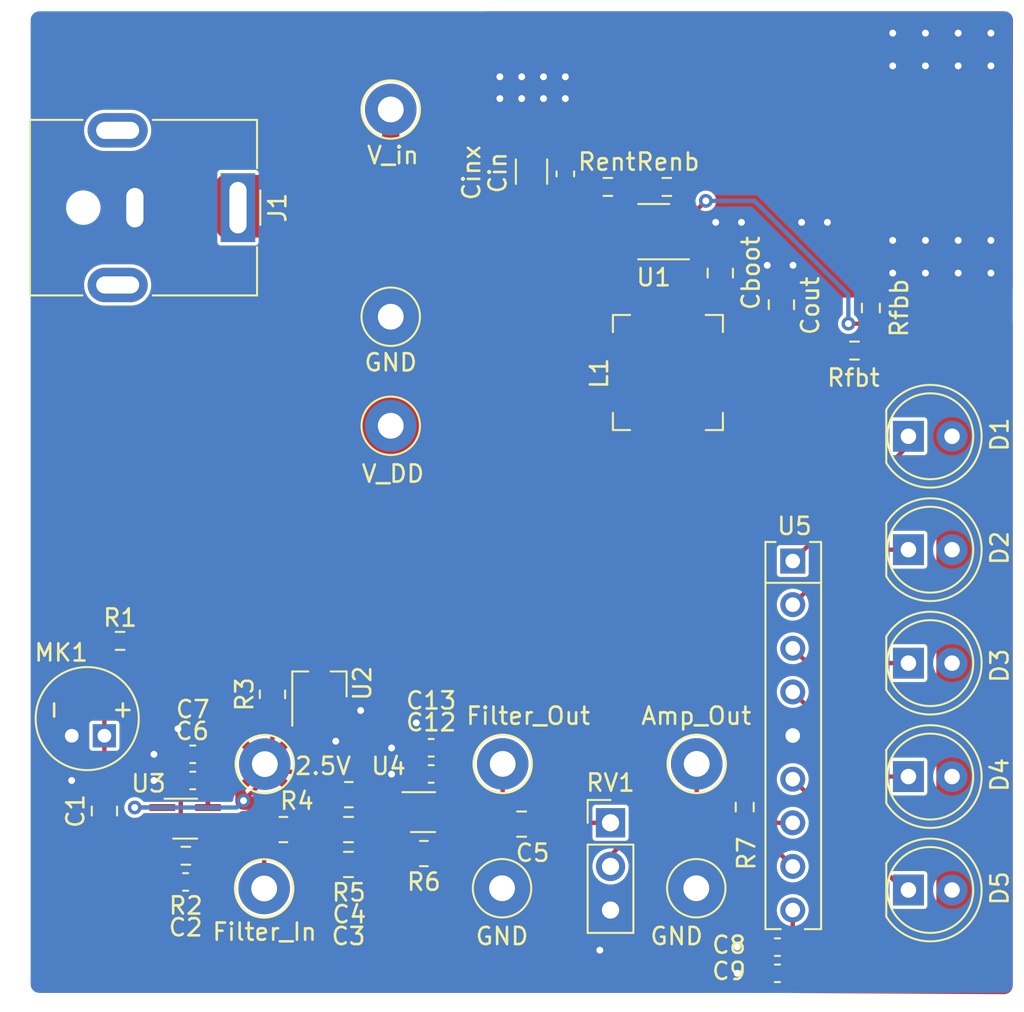
<source format=kicad_pcb>
(kicad_pcb (version 20171130) (host pcbnew "(5.1.9-0-10_14)")

  (general
    (thickness 1.6)
    (drawings 4)
    (tracks 221)
    (zones 0)
    (modules 49)
    (nets 23)
  )

  (page A4)
  (layers
    (0 F.Cu signal)
    (31 B.Cu signal)
    (32 B.Adhes user)
    (33 F.Adhes user)
    (34 B.Paste user)
    (35 F.Paste user)
    (36 B.SilkS user)
    (37 F.SilkS user)
    (38 B.Mask user)
    (39 F.Mask user)
    (40 Dwgs.User user)
    (41 Cmts.User user)
    (42 Eco1.User user)
    (43 Eco2.User user)
    (44 Edge.Cuts user)
    (45 Margin user)
    (46 B.CrtYd user)
    (47 F.CrtYd user)
    (48 B.Fab user)
    (49 F.Fab user)
  )

  (setup
    (last_trace_width 0.25)
    (user_trace_width 0.5)
    (user_trace_width 1)
    (trace_clearance 0.2)
    (zone_clearance 0.1)
    (zone_45_only no)
    (trace_min 0.2)
    (via_size 0.8)
    (via_drill 0.4)
    (via_min_size 0.4)
    (via_min_drill 0.3)
    (uvia_size 0.3)
    (uvia_drill 0.1)
    (uvias_allowed no)
    (uvia_min_size 0.2)
    (uvia_min_drill 0.1)
    (edge_width 0.05)
    (segment_width 0.2)
    (pcb_text_width 0.3)
    (pcb_text_size 1.5 1.5)
    (mod_edge_width 0.12)
    (mod_text_size 1 1)
    (mod_text_width 0.15)
    (pad_size 1.524 1.524)
    (pad_drill 0.762)
    (pad_to_mask_clearance 0)
    (aux_axis_origin 0 0)
    (grid_origin 46.6598 98.933)
    (visible_elements FFFFFF7F)
    (pcbplotparams
      (layerselection 0x010fc_ffffffff)
      (usegerberextensions false)
      (usegerberattributes true)
      (usegerberadvancedattributes true)
      (creategerberjobfile true)
      (excludeedgelayer true)
      (linewidth 0.100000)
      (plotframeref false)
      (viasonmask false)
      (mode 1)
      (useauxorigin false)
      (hpglpennumber 1)
      (hpglpenspeed 20)
      (hpglpendiameter 15.000000)
      (psnegative false)
      (psa4output false)
      (plotreference true)
      (plotvalue true)
      (plotinvisibletext false)
      (padsonsilk false)
      (subtractmaskfromsilk false)
      (outputformat 1)
      (mirror false)
      (drillshape 1)
      (scaleselection 1)
      (outputdirectory ""))
  )

  (net 0 "")
  (net 1 "Net-(C1-Pad2)")
  (net 2 "Net-(C1-Pad1)")
  (net 3 Filter_in)
  (net 4 filter_out)
  (net 5 "Net-(C3-Pad1)")
  (net 6 "Net-(C4-Pad1)")
  (net 7 "Net-(C5-Pad1)")
  (net 8 V_DD)
  (net 9 0)
  (net 10 "Net-(Cboot1-Pad2)")
  (net 11 "Net-(Cboot1-Pad1)")
  (net 12 V_in)
  (net 13 "Net-(D1-Pad1)")
  (net 14 "Net-(D2-Pad1)")
  (net 15 "Net-(D3-Pad1)")
  (net 16 "Net-(D4-Pad1)")
  (net 17 "Net-(D5-Pad1)")
  (net 18 2.5V)
  (net 19 "Net-(R7-Pad1)")
  (net 20 "Net-(Renb1-Pad1)")
  (net 21 "Net-(Rfbb1-Pad1)")
  (net 22 "Net-(RV1-Pad2)")

  (net_class Default "This is the default net class."
    (clearance 0.2)
    (trace_width 0.25)
    (via_dia 0.8)
    (via_drill 0.4)
    (uvia_dia 0.3)
    (uvia_drill 0.1)
    (add_net 0)
    (add_net 2.5V)
    (add_net Filter_in)
    (add_net "Net-(C1-Pad1)")
    (add_net "Net-(C1-Pad2)")
    (add_net "Net-(C3-Pad1)")
    (add_net "Net-(C4-Pad1)")
    (add_net "Net-(C5-Pad1)")
    (add_net "Net-(Cboot1-Pad1)")
    (add_net "Net-(Cboot1-Pad2)")
    (add_net "Net-(D1-Pad1)")
    (add_net "Net-(D2-Pad1)")
    (add_net "Net-(D3-Pad1)")
    (add_net "Net-(D4-Pad1)")
    (add_net "Net-(D5-Pad1)")
    (add_net "Net-(R7-Pad1)")
    (add_net "Net-(RV1-Pad2)")
    (add_net "Net-(Renb1-Pad1)")
    (add_net "Net-(Rfbb1-Pad1)")
    (add_net V_DD)
    (add_net V_in)
    (add_net filter_out)
  )

  (module TestPoint:TestPoint_Loop_D2.54mm_Drill1.5mm_Beaded (layer F.Cu) (tedit 5A0F774F) (tstamp 6032950F)
    (at 86.0298 92.202)
    (descr "wire loop with bead as test point, loop diameter2.548mm, hole diameter 1.5mm")
    (tags "test point wire loop bead")
    (path /605C1E8A)
    (fp_text reference GND (at -1.143 2.794) (layer F.SilkS)
      (effects (font (size 1 1) (thickness 0.15)))
    )
    (fp_text value TestPoint (at 0 -2.8) (layer F.Fab)
      (effects (font (size 1 1) (thickness 0.15)))
    )
    (fp_line (start -1.3 -0.3) (end -1.3 0.3) (layer F.Fab) (width 0.12))
    (fp_line (start -1.3 0.3) (end 1.3 0.3) (layer F.Fab) (width 0.12))
    (fp_line (start 1.3 0.3) (end 1.3 -0.3) (layer F.Fab) (width 0.12))
    (fp_line (start 1.3 -0.3) (end -1.3 -0.3) (layer F.Fab) (width 0.12))
    (fp_circle (center 0 0) (end 2 0) (layer F.CrtYd) (width 0.05))
    (fp_circle (center 0 0) (end 1.7 0) (layer F.SilkS) (width 0.12))
    (fp_circle (center 0 0) (end 1.5 0) (layer F.Fab) (width 0.12))
    (fp_text user %R (at 0.7 2.5) (layer F.Fab)
      (effects (font (size 1 1) (thickness 0.15)))
    )
    (pad 1 thru_hole circle (at 0 0) (size 3 3) (drill 1.5) (layers *.Cu *.Mask)
      (net 9 0))
    (model ${KISYS3DMOD}/TestPoint.3dshapes/TestPoint_Loop_D2.54mm_Drill1.5mm_Beaded.wrl
      (at (xyz 0 0 0))
      (scale (xyz 1 1 1))
      (rotate (xyz 0 0 0))
    )
  )

  (module TestPoint:TestPoint_Loop_D2.54mm_Drill1.5mm_Beaded (layer F.Cu) (tedit 5A0F774F) (tstamp 60328FB8)
    (at 74.7268 92.202)
    (descr "wire loop with bead as test point, loop diameter2.548mm, hole diameter 1.5mm")
    (tags "test point wire loop bead")
    (path /605BC7A0)
    (fp_text reference GND (at 0 2.794) (layer F.SilkS)
      (effects (font (size 1 1) (thickness 0.15)))
    )
    (fp_text value TestPoint (at 0 -2.8) (layer F.Fab)
      (effects (font (size 1 1) (thickness 0.15)))
    )
    (fp_line (start -1.3 -0.3) (end -1.3 0.3) (layer F.Fab) (width 0.12))
    (fp_line (start -1.3 0.3) (end 1.3 0.3) (layer F.Fab) (width 0.12))
    (fp_line (start 1.3 0.3) (end 1.3 -0.3) (layer F.Fab) (width 0.12))
    (fp_line (start 1.3 -0.3) (end -1.3 -0.3) (layer F.Fab) (width 0.12))
    (fp_circle (center 0 0) (end 2 0) (layer F.CrtYd) (width 0.05))
    (fp_circle (center 0 0) (end 1.7 0) (layer F.SilkS) (width 0.12))
    (fp_circle (center 0 0) (end 1.5 0) (layer F.Fab) (width 0.12))
    (fp_text user %R (at 0.7 2.5) (layer F.Fab)
      (effects (font (size 1 1) (thickness 0.15)))
    )
    (pad 1 thru_hole circle (at 0 0) (size 3 3) (drill 1.5) (layers *.Cu *.Mask)
      (net 9 0))
    (model ${KISYS3DMOD}/TestPoint.3dshapes/TestPoint_Loop_D2.54mm_Drill1.5mm_Beaded.wrl
      (at (xyz 0 0 0))
      (scale (xyz 1 1 1))
      (rotate (xyz 0 0 0))
    )
  )

  (module TestPoint:TestPoint_Loop_D2.54mm_Drill1.5mm_Beaded (layer F.Cu) (tedit 5A0F774F) (tstamp 60328B79)
    (at 68.2498 58.928)
    (descr "wire loop with bead as test point, loop diameter2.548mm, hole diameter 1.5mm")
    (tags "test point wire loop bead")
    (path /605B0835)
    (fp_text reference GND (at 0 2.667) (layer F.SilkS)
      (effects (font (size 1 1) (thickness 0.15)))
    )
    (fp_text value TestPoint (at 0 -2.8) (layer F.Fab)
      (effects (font (size 1 1) (thickness 0.15)))
    )
    (fp_line (start -1.3 -0.3) (end -1.3 0.3) (layer F.Fab) (width 0.12))
    (fp_line (start -1.3 0.3) (end 1.3 0.3) (layer F.Fab) (width 0.12))
    (fp_line (start 1.3 0.3) (end 1.3 -0.3) (layer F.Fab) (width 0.12))
    (fp_line (start 1.3 -0.3) (end -1.3 -0.3) (layer F.Fab) (width 0.12))
    (fp_circle (center 0 0) (end 2 0) (layer F.CrtYd) (width 0.05))
    (fp_circle (center 0 0) (end 1.7 0) (layer F.SilkS) (width 0.12))
    (fp_circle (center 0 0) (end 1.5 0) (layer F.Fab) (width 0.12))
    (fp_text user %R (at 0.7 2.5) (layer F.Fab)
      (effects (font (size 1 1) (thickness 0.15)))
    )
    (pad 1 thru_hole circle (at 0 0) (size 3 3) (drill 1.5) (layers *.Cu *.Mask)
      (net 9 0))
    (model ${KISYS3DMOD}/TestPoint.3dshapes/TestPoint_Loop_D2.54mm_Drill1.5mm_Beaded.wrl
      (at (xyz 0 0 0))
      (scale (xyz 1 1 1))
      (rotate (xyz 0 0 0))
    )
  )

  (module Package_TO_SOT_SMD:SOT-353_SC-70-5_Handsoldering (layer F.Cu) (tedit 5C9ED275) (tstamp 603228CC)
    (at 70.1294 87.7697)
    (descr "SOT-353, SC-70-5, Handsoldering")
    (tags "SOT-353 SC-70-5 Handsoldering")
    (path /604B4EAB)
    (attr smd)
    (fp_text reference U4 (at -2.0066 -2.6797) (layer F.SilkS)
      (effects (font (size 1 1) (thickness 0.15)))
    )
    (fp_text value TLV9001IDCK (at 0 2 180) (layer F.Fab)
      (effects (font (size 1 1) (thickness 0.15)))
    )
    (fp_line (start 0.7 -1.16) (end -1.2 -1.16) (layer F.SilkS) (width 0.12))
    (fp_line (start -0.7 1.16) (end 0.7 1.16) (layer F.SilkS) (width 0.12))
    (fp_line (start 2.4 1.4) (end 2.4 -1.4) (layer F.CrtYd) (width 0.05))
    (fp_line (start -2.4 -1.4) (end -2.4 1.4) (layer F.CrtYd) (width 0.05))
    (fp_line (start -2.4 -1.4) (end 2.4 -1.4) (layer F.CrtYd) (width 0.05))
    (fp_line (start 0.675 -1.1) (end -0.175 -1.1) (layer F.Fab) (width 0.1))
    (fp_line (start -0.675 -0.6) (end -0.675 1.1) (layer F.Fab) (width 0.1))
    (fp_line (start -2.4 1.4) (end 2.4 1.4) (layer F.CrtYd) (width 0.05))
    (fp_line (start 0.675 -1.1) (end 0.675 1.1) (layer F.Fab) (width 0.1))
    (fp_line (start 0.675 1.1) (end -0.675 1.1) (layer F.Fab) (width 0.1))
    (fp_line (start -0.175 -1.1) (end -0.675 -0.6) (layer F.Fab) (width 0.1))
    (fp_text user %R (at 0 0 90) (layer F.Fab)
      (effects (font (size 0.5 0.5) (thickness 0.075)))
    )
    (pad 5 smd rect (at 1.33 -0.65) (size 1.5 0.4) (layers F.Cu F.Paste F.Mask)
      (net 8 V_DD))
    (pad 4 smd rect (at 1.33 0.65) (size 1.5 0.4) (layers F.Cu F.Paste F.Mask)
      (net 4 filter_out))
    (pad 3 smd rect (at -1.33 0.65) (size 1.5 0.4) (layers F.Cu F.Paste F.Mask)
      (net 6 "Net-(C4-Pad1)"))
    (pad 2 smd rect (at -1.33 0) (size 1.5 0.4) (layers F.Cu F.Paste F.Mask)
      (net 9 0))
    (pad 1 smd rect (at -1.33 -0.65) (size 1.5 0.4) (layers F.Cu F.Paste F.Mask)
      (net 18 2.5V))
    (model ${KISYS3DMOD}/Package_TO_SOT_SMD.3dshapes/SOT-353_SC-70-5.wrl
      (at (xyz 0 0 0))
      (scale (xyz 1 1 1))
      (rotate (xyz 0 0 0))
    )
  )

  (module Package_TO_SOT_SMD:SOT-353_SC-70-5_Handsoldering (layer F.Cu) (tedit 5C9ED275) (tstamp 6031B3C9)
    (at 56.2864 88.1507)
    (descr "SOT-353, SC-70-5, Handsoldering")
    (tags "SOT-353 SC-70-5 Handsoldering")
    (path /602D81DC)
    (attr smd)
    (fp_text reference U3 (at -2.1336 -2.0447 180) (layer F.SilkS)
      (effects (font (size 1 1) (thickness 0.15)))
    )
    (fp_text value TLV9001IDCK (at 0 2 180) (layer F.Fab)
      (effects (font (size 1 1) (thickness 0.15)))
    )
    (fp_line (start 0.7 -1.16) (end -1.2 -1.16) (layer F.SilkS) (width 0.12))
    (fp_line (start -0.7 1.16) (end 0.7 1.16) (layer F.SilkS) (width 0.12))
    (fp_line (start 2.4 1.4) (end 2.4 -1.4) (layer F.CrtYd) (width 0.05))
    (fp_line (start -2.4 -1.4) (end -2.4 1.4) (layer F.CrtYd) (width 0.05))
    (fp_line (start -2.4 -1.4) (end 2.4 -1.4) (layer F.CrtYd) (width 0.05))
    (fp_line (start 0.675 -1.1) (end -0.175 -1.1) (layer F.Fab) (width 0.1))
    (fp_line (start -0.675 -0.6) (end -0.675 1.1) (layer F.Fab) (width 0.1))
    (fp_line (start -2.4 1.4) (end 2.4 1.4) (layer F.CrtYd) (width 0.05))
    (fp_line (start 0.675 -1.1) (end 0.675 1.1) (layer F.Fab) (width 0.1))
    (fp_line (start 0.675 1.1) (end -0.675 1.1) (layer F.Fab) (width 0.1))
    (fp_line (start -0.175 -1.1) (end -0.675 -0.6) (layer F.Fab) (width 0.1))
    (fp_text user %R (at 0 0 90) (layer F.Fab)
      (effects (font (size 0.5 0.5) (thickness 0.075)))
    )
    (pad 5 smd rect (at 1.33 -0.65) (size 1.5 0.4) (layers F.Cu F.Paste F.Mask)
      (net 8 V_DD))
    (pad 4 smd rect (at 1.33 0.65) (size 1.5 0.4) (layers F.Cu F.Paste F.Mask)
      (net 3 Filter_in))
    (pad 3 smd rect (at -1.33 0.65) (size 1.5 0.4) (layers F.Cu F.Paste F.Mask)
      (net 2 "Net-(C1-Pad1)"))
    (pad 2 smd rect (at -1.33 0) (size 1.5 0.4) (layers F.Cu F.Paste F.Mask)
      (net 9 0))
    (pad 1 smd rect (at -1.33 -0.65) (size 1.5 0.4) (layers F.Cu F.Paste F.Mask)
      (net 18 2.5V))
    (model ${KISYS3DMOD}/Package_TO_SOT_SMD.3dshapes/SOT-353_SC-70-5.wrl
      (at (xyz 0 0 0))
      (scale (xyz 1 1 1))
      (rotate (xyz 0 0 0))
    )
  )

  (module Resistor_SMD:R_0805_2012Metric_Pad1.20x1.40mm_HandSolder (layer F.Cu) (tedit 5F68FEEE) (tstamp 603230AB)
    (at 61.3664 80.9117 90)
    (descr "Resistor SMD 0805 (2012 Metric), square (rectangular) end terminal, IPC_7351 nominal with elongated pad for handsoldering. (Body size source: IPC-SM-782 page 72, https://www.pcb-3d.com/wordpress/wp-content/uploads/ipc-sm-782a_amendment_1_and_2.pdf), generated with kicad-footprint-generator")
    (tags "resistor handsolder")
    (path /6030FD72)
    (attr smd)
    (fp_text reference R3 (at 0 -1.6256 270) (layer F.SilkS)
      (effects (font (size 1 1) (thickness 0.15)))
    )
    (fp_text value 1k (at 0 1.65 90) (layer F.Fab)
      (effects (font (size 1 1) (thickness 0.15)))
    )
    (fp_line (start -1 0.625) (end -1 -0.625) (layer F.Fab) (width 0.1))
    (fp_line (start -1 -0.625) (end 1 -0.625) (layer F.Fab) (width 0.1))
    (fp_line (start 1 -0.625) (end 1 0.625) (layer F.Fab) (width 0.1))
    (fp_line (start 1 0.625) (end -1 0.625) (layer F.Fab) (width 0.1))
    (fp_line (start -0.227064 -0.735) (end 0.227064 -0.735) (layer F.SilkS) (width 0.12))
    (fp_line (start -0.227064 0.735) (end 0.227064 0.735) (layer F.SilkS) (width 0.12))
    (fp_line (start -1.85 0.95) (end -1.85 -0.95) (layer F.CrtYd) (width 0.05))
    (fp_line (start -1.85 -0.95) (end 1.85 -0.95) (layer F.CrtYd) (width 0.05))
    (fp_line (start 1.85 -0.95) (end 1.85 0.95) (layer F.CrtYd) (width 0.05))
    (fp_line (start 1.85 0.95) (end -1.85 0.95) (layer F.CrtYd) (width 0.05))
    (fp_text user %R (at 0 0 90) (layer F.Fab)
      (effects (font (size 0.5 0.5) (thickness 0.08)))
    )
    (pad 2 smd roundrect (at 1 0 90) (size 1.2 1.4) (layers F.Cu F.Paste F.Mask) (roundrect_rratio 0.208333)
      (net 8 V_DD))
    (pad 1 smd roundrect (at -1 0 90) (size 1.2 1.4) (layers F.Cu F.Paste F.Mask) (roundrect_rratio 0.208333)
      (net 18 2.5V))
    (model ${KISYS3DMOD}/Resistor_SMD.3dshapes/R_0805_2012Metric.wrl
      (at (xyz 0 0 0))
      (scale (xyz 1 1 1))
      (rotate (xyz 0 0 0))
    )
  )

  (module Package_SIP:SIP-9_22.3x3mm_P2.54mm (layer F.Cu) (tedit 5E7B9CB1) (tstamp 6031B3FE)
    (at 91.6432 73.152 270)
    (descr "SIP 9-pin ()")
    (tags SIP8)
    (path /604BE6E4)
    (fp_text reference U5 (at -2.032 -0.1016 180) (layer F.SilkS)
      (effects (font (size 1 1) (thickness 0.15)))
    )
    (fp_text value AN6884 (at 10.16 2.4 90) (layer F.Fab)
      (effects (font (size 1 1) (thickness 0.15)))
    )
    (fp_line (start -0.49 0) (end -0.99 0.5) (layer F.Fab) (width 0.1))
    (fp_line (start -0.99 -0.5) (end -0.49 0) (layer F.Fab) (width 0.1))
    (fp_line (start -1.36 1.72) (end -1.36 -1.78) (layer F.CrtYd) (width 0.05))
    (fp_line (start 21.68 1.72) (end -1.36 1.72) (layer F.CrtYd) (width 0.05))
    (fp_line (start 21.68 -1.78) (end 21.68 1.72) (layer F.CrtYd) (width 0.05))
    (fp_line (start -1.36 -1.78) (end 21.68 -1.78) (layer F.CrtYd) (width 0.05))
    (fp_line (start 21.31 -1.53) (end 21.31 1.47) (layer F.Fab) (width 0.1))
    (fp_line (start 1.27 1.59) (end 1.27 -1.65) (layer F.SilkS) (width 0.12))
    (fp_line (start 21.43 1.59) (end -1.11 1.59) (layer F.SilkS) (width 0.12))
    (fp_line (start -1.11 1.59) (end -1.11 1) (layer F.SilkS) (width 0.12))
    (fp_line (start 21.43 1.59) (end 21.43 0.7) (layer F.SilkS) (width 0.12))
    (fp_line (start 21.43 -1.65) (end -1.11 -1.65) (layer F.SilkS) (width 0.12))
    (fp_line (start -1.11 -1.65) (end -1.11 -1) (layer F.SilkS) (width 0.12))
    (fp_line (start 21.43 -1.65) (end 21.43 -0.7) (layer F.SilkS) (width 0.12))
    (fp_line (start 21.31 -1.53) (end -0.99 -1.53) (layer F.Fab) (width 0.1))
    (fp_line (start 21.31 1.47) (end -0.99 1.47) (layer F.Fab) (width 0.1))
    (fp_line (start -0.99 0.5) (end -0.99 1.47) (layer F.Fab) (width 0.1))
    (fp_line (start -0.99 -1.53) (end -0.99 -0.5) (layer F.Fab) (width 0.1))
    (fp_text user %R (at 10.16 0 90) (layer F.Fab)
      (effects (font (size 1 1) (thickness 0.15)))
    )
    (pad 9 thru_hole circle (at 20.32 0) (size 1.45 1.45) (drill 0.85) (layers *.Cu *.Mask)
      (net 8 V_DD))
    (pad 8 thru_hole circle (at 17.78 0) (size 1.45 1.45) (drill 0.85) (layers *.Cu *.Mask)
      (net 22 "Net-(RV1-Pad2)"))
    (pad 7 thru_hole circle (at 15.24 0) (size 1.45 1.45) (drill 0.85) (layers *.Cu *.Mask)
      (net 19 "Net-(R7-Pad1)"))
    (pad 6 thru_hole circle (at 12.7 0) (size 1.45 1.45) (drill 0.85) (layers *.Cu *.Mask)
      (net 17 "Net-(D5-Pad1)"))
    (pad 5 thru_hole circle (at 10.16 0) (size 1.45 1.45) (drill 0.85) (layers *.Cu *.Mask)
      (net 9 0))
    (pad 4 thru_hole circle (at 7.62 0) (size 1.45 1.45) (drill 0.85) (layers *.Cu *.Mask)
      (net 16 "Net-(D4-Pad1)"))
    (pad 3 thru_hole circle (at 5.08 0) (size 1.45 1.45) (drill 0.85) (layers *.Cu *.Mask)
      (net 15 "Net-(D3-Pad1)"))
    (pad 2 thru_hole circle (at 2.54 0) (size 1.45 1.45) (drill 0.85) (layers *.Cu *.Mask)
      (net 14 "Net-(D2-Pad1)"))
    (pad 1 thru_hole rect (at 0 0) (size 1.45 1.45) (drill 0.85) (layers *.Cu *.Mask)
      (net 13 "Net-(D1-Pad1)"))
    (model ${KISYS3DMOD}/Package_SIP.3dshapes/SIP-9_22.3x3mm_P2.54mm.wrl
      (at (xyz 0 0 0))
      (scale (xyz 1 1 1))
      (rotate (xyz 0 0 0))
    )
  )

  (module Package_TO_SOT_SMD:SOT-23_Handsoldering (layer F.Cu) (tedit 5A0AB76C) (tstamp 603235FB)
    (at 64.0994 80.3402 90)
    (descr "SOT-23, Handsoldering")
    (tags SOT-23)
    (path /602E4913)
    (attr smd)
    (fp_text reference U2 (at 0.0762 2.4994 90) (layer F.SilkS)
      (effects (font (size 1 1) (thickness 0.15)))
    )
    (fp_text value LM4040DBZ-2.5 (at 0 2.5 90) (layer F.Fab)
      (effects (font (size 1 1) (thickness 0.15)))
    )
    (fp_line (start 0.76 1.58) (end 0.76 0.65) (layer F.SilkS) (width 0.12))
    (fp_line (start 0.76 -1.58) (end 0.76 -0.65) (layer F.SilkS) (width 0.12))
    (fp_line (start -2.7 -1.75) (end 2.7 -1.75) (layer F.CrtYd) (width 0.05))
    (fp_line (start 2.7 -1.75) (end 2.7 1.75) (layer F.CrtYd) (width 0.05))
    (fp_line (start 2.7 1.75) (end -2.7 1.75) (layer F.CrtYd) (width 0.05))
    (fp_line (start -2.7 1.75) (end -2.7 -1.75) (layer F.CrtYd) (width 0.05))
    (fp_line (start 0.76 -1.58) (end -2.4 -1.58) (layer F.SilkS) (width 0.12))
    (fp_line (start -0.7 -0.95) (end -0.7 1.5) (layer F.Fab) (width 0.1))
    (fp_line (start -0.15 -1.52) (end 0.7 -1.52) (layer F.Fab) (width 0.1))
    (fp_line (start -0.7 -0.95) (end -0.15 -1.52) (layer F.Fab) (width 0.1))
    (fp_line (start 0.7 -1.52) (end 0.7 1.52) (layer F.Fab) (width 0.1))
    (fp_line (start -0.7 1.52) (end 0.7 1.52) (layer F.Fab) (width 0.1))
    (fp_line (start 0.76 1.58) (end -0.7 1.58) (layer F.SilkS) (width 0.12))
    (fp_text user %R (at 0 0) (layer F.Fab)
      (effects (font (size 0.5 0.5) (thickness 0.075)))
    )
    (pad 3 smd rect (at 1.5 0 90) (size 1.9 0.8) (layers F.Cu F.Paste F.Mask))
    (pad 2 smd rect (at -1.5 0.95 90) (size 1.9 0.8) (layers F.Cu F.Paste F.Mask)
      (net 9 0))
    (pad 1 smd rect (at -1.5 -0.95 90) (size 1.9 0.8) (layers F.Cu F.Paste F.Mask)
      (net 18 2.5V))
    (model ${KISYS3DMOD}/Package_TO_SOT_SMD.3dshapes/SOT-23.wrl
      (at (xyz 0 0 0))
      (scale (xyz 1 1 1))
      (rotate (xyz 0 0 0))
    )
  )

  (module Package_TO_SOT_SMD:SOT-23-6_Handsoldering (layer F.Cu) (tedit 5A02FF57) (tstamp 6031B39F)
    (at 83.5533 53.975 180)
    (descr "6-pin SOT-23 package, Handsoldering")
    (tags "SOT-23-6 Handsoldering")
    (path /602DD245)
    (attr smd)
    (fp_text reference U1 (at 0 -2.667) (layer F.SilkS)
      (effects (font (size 1 1) (thickness 0.15)))
    )
    (fp_text value LMR50410 (at 0 2.9) (layer F.Fab)
      (effects (font (size 1 1) (thickness 0.15)))
    )
    (fp_line (start -0.9 1.61) (end 0.9 1.61) (layer F.SilkS) (width 0.12))
    (fp_line (start 0.9 -1.61) (end -2.05 -1.61) (layer F.SilkS) (width 0.12))
    (fp_line (start -2.4 1.8) (end -2.4 -1.8) (layer F.CrtYd) (width 0.05))
    (fp_line (start 2.4 1.8) (end -2.4 1.8) (layer F.CrtYd) (width 0.05))
    (fp_line (start 2.4 -1.8) (end 2.4 1.8) (layer F.CrtYd) (width 0.05))
    (fp_line (start -2.4 -1.8) (end 2.4 -1.8) (layer F.CrtYd) (width 0.05))
    (fp_line (start -0.9 -0.9) (end -0.25 -1.55) (layer F.Fab) (width 0.1))
    (fp_line (start 0.9 -1.55) (end -0.25 -1.55) (layer F.Fab) (width 0.1))
    (fp_line (start -0.9 -0.9) (end -0.9 1.55) (layer F.Fab) (width 0.1))
    (fp_line (start 0.9 1.55) (end -0.9 1.55) (layer F.Fab) (width 0.1))
    (fp_line (start 0.9 -1.55) (end 0.9 1.55) (layer F.Fab) (width 0.1))
    (fp_text user %R (at 0 0 90) (layer F.Fab)
      (effects (font (size 0.5 0.5) (thickness 0.075)))
    )
    (pad 5 smd rect (at 1.35 0 180) (size 1.56 0.65) (layers F.Cu F.Paste F.Mask)
      (net 12 V_in))
    (pad 6 smd rect (at 1.35 -0.95 180) (size 1.56 0.65) (layers F.Cu F.Paste F.Mask)
      (net 11 "Net-(Cboot1-Pad1)"))
    (pad 4 smd rect (at 1.35 0.95 180) (size 1.56 0.65) (layers F.Cu F.Paste F.Mask)
      (net 20 "Net-(Renb1-Pad1)"))
    (pad 3 smd rect (at -1.35 0.95 180) (size 1.56 0.65) (layers F.Cu F.Paste F.Mask)
      (net 21 "Net-(Rfbb1-Pad1)"))
    (pad 2 smd rect (at -1.35 0 180) (size 1.56 0.65) (layers F.Cu F.Paste F.Mask)
      (net 9 0))
    (pad 1 smd rect (at -1.35 -0.95 180) (size 1.56 0.65) (layers F.Cu F.Paste F.Mask)
      (net 10 "Net-(Cboot1-Pad2)"))
    (model ${KISYS3DMOD}/Package_TO_SOT_SMD.3dshapes/SOT-23-6.wrl
      (at (xyz 0 0 0))
      (scale (xyz 1 1 1))
      (rotate (xyz 0 0 0))
    )
  )

  (module TestPoint:TestPoint_Loop_D2.54mm_Drill1.5mm_Beaded (layer F.Cu) (tedit 5A0F774F) (tstamp 60328F01)
    (at 86.0552 84.963)
    (descr "wire loop with bead as test point, loop diameter2.548mm, hole diameter 1.5mm")
    (tags "test point wire loop bead")
    (path /604BE74B)
    (fp_text reference Amp_Out (at -0.0254 -2.794) (layer F.SilkS)
      (effects (font (size 1 1) (thickness 0.15)))
    )
    (fp_text value TestPoint (at 0 -2.8) (layer F.Fab)
      (effects (font (size 1 1) (thickness 0.15)))
    )
    (fp_line (start -1.3 -0.3) (end -1.3 0.3) (layer F.Fab) (width 0.12))
    (fp_line (start -1.3 0.3) (end 1.3 0.3) (layer F.Fab) (width 0.12))
    (fp_line (start 1.3 0.3) (end 1.3 -0.3) (layer F.Fab) (width 0.12))
    (fp_line (start 1.3 -0.3) (end -1.3 -0.3) (layer F.Fab) (width 0.12))
    (fp_circle (center 0 0) (end 2 0) (layer F.CrtYd) (width 0.05))
    (fp_circle (center 0 0) (end 1.7 0) (layer F.SilkS) (width 0.12))
    (fp_circle (center 0 0) (end 1.5 0) (layer F.Fab) (width 0.12))
    (fp_text user %R (at 0.7 2.5) (layer F.Fab)
      (effects (font (size 1 1) (thickness 0.15)))
    )
    (pad 1 thru_hole circle (at 0 0) (size 3 3) (drill 1.5) (layers *.Cu *.Mask)
      (net 19 "Net-(R7-Pad1)"))
    (model ${KISYS3DMOD}/TestPoint.3dshapes/TestPoint_Loop_D2.54mm_Drill1.5mm_Beaded.wrl
      (at (xyz 0 0 0))
      (scale (xyz 1 1 1))
      (rotate (xyz 0 0 0))
    )
  )

  (module TestPoint:TestPoint_Loop_D2.54mm_Drill1.5mm_Beaded (layer F.Cu) (tedit 5A0F774F) (tstamp 60328F3E)
    (at 74.7649 84.963)
    (descr "wire loop with bead as test point, loop diameter2.548mm, hole diameter 1.5mm")
    (tags "test point wire loop bead")
    (path /604B4EF1)
    (fp_text reference Filter_Out (at 1.4859 -2.794) (layer F.SilkS)
      (effects (font (size 1 1) (thickness 0.15)))
    )
    (fp_text value TestPoint (at 0 -2.8) (layer F.Fab)
      (effects (font (size 1 1) (thickness 0.15)))
    )
    (fp_line (start -1.3 -0.3) (end -1.3 0.3) (layer F.Fab) (width 0.12))
    (fp_line (start -1.3 0.3) (end 1.3 0.3) (layer F.Fab) (width 0.12))
    (fp_line (start 1.3 0.3) (end 1.3 -0.3) (layer F.Fab) (width 0.12))
    (fp_line (start 1.3 -0.3) (end -1.3 -0.3) (layer F.Fab) (width 0.12))
    (fp_circle (center 0 0) (end 2 0) (layer F.CrtYd) (width 0.05))
    (fp_circle (center 0 0) (end 1.7 0) (layer F.SilkS) (width 0.12))
    (fp_circle (center 0 0) (end 1.5 0) (layer F.Fab) (width 0.12))
    (fp_text user %R (at 0.7 2.5) (layer F.Fab)
      (effects (font (size 1 1) (thickness 0.15)))
    )
    (pad 1 thru_hole circle (at 0 0) (size 3 3) (drill 1.5) (layers *.Cu *.Mask)
      (net 4 filter_out))
    (model ${KISYS3DMOD}/TestPoint.3dshapes/TestPoint_Loop_D2.54mm_Drill1.5mm_Beaded.wrl
      (at (xyz 0 0 0))
      (scale (xyz 1 1 1))
      (rotate (xyz 0 0 0))
    )
  )

  (module TestPoint:TestPoint_Loop_D2.54mm_Drill1.5mm_Beaded (layer F.Cu) (tedit 5A0F774F) (tstamp 6031B36F)
    (at 60.8838 92.2147)
    (descr "wire loop with bead as test point, loop diameter2.548mm, hole diameter 1.5mm")
    (tags "test point wire loop bead")
    (path /603E710E)
    (fp_text reference Filter_In (at 0.0254 2.5273) (layer F.SilkS)
      (effects (font (size 1 1) (thickness 0.15)))
    )
    (fp_text value TestPoint (at 0 -2.8) (layer F.Fab)
      (effects (font (size 1 1) (thickness 0.15)))
    )
    (fp_line (start -1.3 -0.3) (end -1.3 0.3) (layer F.Fab) (width 0.12))
    (fp_line (start -1.3 0.3) (end 1.3 0.3) (layer F.Fab) (width 0.12))
    (fp_line (start 1.3 0.3) (end 1.3 -0.3) (layer F.Fab) (width 0.12))
    (fp_line (start 1.3 -0.3) (end -1.3 -0.3) (layer F.Fab) (width 0.12))
    (fp_circle (center 0 0) (end 2 0) (layer F.CrtYd) (width 0.05))
    (fp_circle (center 0 0) (end 1.7 0) (layer F.SilkS) (width 0.12))
    (fp_circle (center 0 0) (end 1.5 0) (layer F.Fab) (width 0.12))
    (fp_text user %R (at 0.7 2.5) (layer F.Fab)
      (effects (font (size 1 1) (thickness 0.15)))
    )
    (pad 1 thru_hole circle (at 0 0) (size 3 3) (drill 1.5) (layers *.Cu *.Mask)
      (net 3 Filter_in))
    (model ${KISYS3DMOD}/TestPoint.3dshapes/TestPoint_Loop_D2.54mm_Drill1.5mm_Beaded.wrl
      (at (xyz 0 0 0))
      (scale (xyz 1 1 1))
      (rotate (xyz 0 0 0))
    )
  )

  (module TestPoint:TestPoint_Loop_D2.54mm_Drill1.5mm_Beaded (layer F.Cu) (tedit 5A0F774F) (tstamp 6032785E)
    (at 60.9219 84.9757)
    (descr "wire loop with bead as test point, loop diameter2.548mm, hole diameter 1.5mm")
    (tags "test point wire loop bead")
    (path /603E1DE5)
    (fp_text reference 2.5V (at 3.3909 0.1143) (layer F.SilkS)
      (effects (font (size 1 1) (thickness 0.15)))
    )
    (fp_text value TestPoint (at 0 -2.8) (layer F.Fab)
      (effects (font (size 1 1) (thickness 0.15)))
    )
    (fp_line (start -1.3 -0.3) (end -1.3 0.3) (layer F.Fab) (width 0.12))
    (fp_line (start -1.3 0.3) (end 1.3 0.3) (layer F.Fab) (width 0.12))
    (fp_line (start 1.3 0.3) (end 1.3 -0.3) (layer F.Fab) (width 0.12))
    (fp_line (start 1.3 -0.3) (end -1.3 -0.3) (layer F.Fab) (width 0.12))
    (fp_circle (center 0 0) (end 2 0) (layer F.CrtYd) (width 0.05))
    (fp_circle (center 0 0) (end 1.7 0) (layer F.SilkS) (width 0.12))
    (fp_circle (center 0 0) (end 1.5 0) (layer F.Fab) (width 0.12))
    (fp_text user %R (at 0.7 2.5) (layer F.Fab)
      (effects (font (size 1 1) (thickness 0.15)))
    )
    (pad 1 thru_hole circle (at 0 0) (size 3 3) (drill 1.5) (layers *.Cu *.Mask)
      (net 18 2.5V))
    (model ${KISYS3DMOD}/TestPoint.3dshapes/TestPoint_Loop_D2.54mm_Drill1.5mm_Beaded.wrl
      (at (xyz 0 0 0))
      (scale (xyz 1 1 1))
      (rotate (xyz 0 0 0))
    )
  )

  (module TestPoint:TestPoint_Loop_D2.54mm_Drill1.5mm_Beaded (layer F.Cu) (tedit 5A0F774F) (tstamp 6031B355)
    (at 68.2498 65.278)
    (descr "wire loop with bead as test point, loop diameter2.548mm, hole diameter 1.5mm")
    (tags "test point wire loop bead")
    (path /603DA1A2)
    (fp_text reference V_DD (at 0.127 2.794) (layer F.SilkS)
      (effects (font (size 1 1) (thickness 0.15)))
    )
    (fp_text value TestPoint (at 0 -2.8) (layer F.Fab)
      (effects (font (size 1 1) (thickness 0.15)))
    )
    (fp_line (start -1.3 -0.3) (end -1.3 0.3) (layer F.Fab) (width 0.12))
    (fp_line (start -1.3 0.3) (end 1.3 0.3) (layer F.Fab) (width 0.12))
    (fp_line (start 1.3 0.3) (end 1.3 -0.3) (layer F.Fab) (width 0.12))
    (fp_line (start 1.3 -0.3) (end -1.3 -0.3) (layer F.Fab) (width 0.12))
    (fp_circle (center 0 0) (end 2 0) (layer F.CrtYd) (width 0.05))
    (fp_circle (center 0 0) (end 1.7 0) (layer F.SilkS) (width 0.12))
    (fp_circle (center 0 0) (end 1.5 0) (layer F.Fab) (width 0.12))
    (fp_text user %R (at 0.7 2.5) (layer F.Fab)
      (effects (font (size 1 1) (thickness 0.15)))
    )
    (pad 1 thru_hole circle (at 0 0) (size 3 3) (drill 1.5) (layers *.Cu *.Mask)
      (net 8 V_DD))
    (model ${KISYS3DMOD}/TestPoint.3dshapes/TestPoint_Loop_D2.54mm_Drill1.5mm_Beaded.wrl
      (at (xyz 0 0 0))
      (scale (xyz 1 1 1))
      (rotate (xyz 0 0 0))
    )
  )

  (module TestPoint:TestPoint_Loop_D2.54mm_Drill1.5mm_Beaded (layer F.Cu) (tedit 5A0F774F) (tstamp 6031B348)
    (at 68.2498 46.863)
    (descr "wire loop with bead as test point, loop diameter2.548mm, hole diameter 1.5mm")
    (tags "test point wire loop bead")
    (path /603D6E02)
    (fp_text reference V_in (at 0.127 2.667) (layer F.SilkS)
      (effects (font (size 1 1) (thickness 0.15)))
    )
    (fp_text value TestPoint (at 0 -2.8) (layer F.Fab)
      (effects (font (size 1 1) (thickness 0.15)))
    )
    (fp_line (start -1.3 -0.3) (end -1.3 0.3) (layer F.Fab) (width 0.12))
    (fp_line (start -1.3 0.3) (end 1.3 0.3) (layer F.Fab) (width 0.12))
    (fp_line (start 1.3 0.3) (end 1.3 -0.3) (layer F.Fab) (width 0.12))
    (fp_line (start 1.3 -0.3) (end -1.3 -0.3) (layer F.Fab) (width 0.12))
    (fp_circle (center 0 0) (end 2 0) (layer F.CrtYd) (width 0.05))
    (fp_circle (center 0 0) (end 1.7 0) (layer F.SilkS) (width 0.12))
    (fp_circle (center 0 0) (end 1.5 0) (layer F.Fab) (width 0.12))
    (fp_text user %R (at 0.7 2.5) (layer F.Fab)
      (effects (font (size 1 1) (thickness 0.15)))
    )
    (pad 1 thru_hole circle (at 0 0) (size 3 3) (drill 1.5) (layers *.Cu *.Mask)
      (net 12 V_in))
    (model ${KISYS3DMOD}/TestPoint.3dshapes/TestPoint_Loop_D2.54mm_Drill1.5mm_Beaded.wrl
      (at (xyz 0 0 0))
      (scale (xyz 1 1 1))
      (rotate (xyz 0 0 0))
    )
  )

  (module Connector_PinHeader_2.54mm:PinHeader_1x03_P2.54mm_Vertical (layer F.Cu) (tedit 59FED5CC) (tstamp 6031B33B)
    (at 81.0387 88.392)
    (descr "Through hole straight pin header, 1x03, 2.54mm pitch, single row")
    (tags "Through hole pin header THT 1x03 2.54mm single row")
    (path /604BE727)
    (fp_text reference RV1 (at 0 -2.33) (layer F.SilkS)
      (effects (font (size 1 1) (thickness 0.15)))
    )
    (fp_text value 10k (at 0 7.41) (layer F.Fab)
      (effects (font (size 1 1) (thickness 0.15)))
    )
    (fp_line (start -0.635 -1.27) (end 1.27 -1.27) (layer F.Fab) (width 0.1))
    (fp_line (start 1.27 -1.27) (end 1.27 6.35) (layer F.Fab) (width 0.1))
    (fp_line (start 1.27 6.35) (end -1.27 6.35) (layer F.Fab) (width 0.1))
    (fp_line (start -1.27 6.35) (end -1.27 -0.635) (layer F.Fab) (width 0.1))
    (fp_line (start -1.27 -0.635) (end -0.635 -1.27) (layer F.Fab) (width 0.1))
    (fp_line (start -1.33 6.41) (end 1.33 6.41) (layer F.SilkS) (width 0.12))
    (fp_line (start -1.33 1.27) (end -1.33 6.41) (layer F.SilkS) (width 0.12))
    (fp_line (start 1.33 1.27) (end 1.33 6.41) (layer F.SilkS) (width 0.12))
    (fp_line (start -1.33 1.27) (end 1.33 1.27) (layer F.SilkS) (width 0.12))
    (fp_line (start -1.33 0) (end -1.33 -1.33) (layer F.SilkS) (width 0.12))
    (fp_line (start -1.33 -1.33) (end 0 -1.33) (layer F.SilkS) (width 0.12))
    (fp_line (start -1.8 -1.8) (end -1.8 6.85) (layer F.CrtYd) (width 0.05))
    (fp_line (start -1.8 6.85) (end 1.8 6.85) (layer F.CrtYd) (width 0.05))
    (fp_line (start 1.8 6.85) (end 1.8 -1.8) (layer F.CrtYd) (width 0.05))
    (fp_line (start 1.8 -1.8) (end -1.8 -1.8) (layer F.CrtYd) (width 0.05))
    (fp_text user %R (at 0 2.54 90) (layer F.Fab)
      (effects (font (size 1 1) (thickness 0.15)))
    )
    (pad 3 thru_hole oval (at 0 5.08) (size 1.7 1.7) (drill 1) (layers *.Cu *.Mask)
      (net 9 0))
    (pad 2 thru_hole oval (at 0 2.54) (size 1.7 1.7) (drill 1) (layers *.Cu *.Mask)
      (net 22 "Net-(RV1-Pad2)"))
    (pad 1 thru_hole rect (at 0 0) (size 1.7 1.7) (drill 1) (layers *.Cu *.Mask)
      (net 7 "Net-(C5-Pad1)"))
    (model ${KISYS3DMOD}/Connector_PinHeader_2.54mm.3dshapes/PinHeader_1x03_P2.54mm_Vertical.wrl
      (at (xyz 0 0 0))
      (scale (xyz 1 1 1))
      (rotate (xyz 0 0 0))
    )
  )

  (module Resistor_SMD:R_0603_1608Metric_Pad0.98x0.95mm_HandSolder (layer F.Cu) (tedit 5F68FEEE) (tstamp 6031DFC9)
    (at 95.2373 60.8965)
    (descr "Resistor SMD 0603 (1608 Metric), square (rectangular) end terminal, IPC_7351 nominal with elongated pad for handsoldering. (Body size source: IPC-SM-782 page 72, https://www.pcb-3d.com/wordpress/wp-content/uploads/ipc-sm-782a_amendment_1_and_2.pdf), generated with kicad-footprint-generator")
    (tags "resistor handsolder")
    (path /602EBCDE)
    (attr smd)
    (fp_text reference Rfbt (at -0.0635 1.5875) (layer F.SilkS)
      (effects (font (size 1 1) (thickness 0.15)))
    )
    (fp_text value 66.5k (at 0 1.43) (layer F.Fab)
      (effects (font (size 1 1) (thickness 0.15)))
    )
    (fp_line (start -0.8 0.4125) (end -0.8 -0.4125) (layer F.Fab) (width 0.1))
    (fp_line (start -0.8 -0.4125) (end 0.8 -0.4125) (layer F.Fab) (width 0.1))
    (fp_line (start 0.8 -0.4125) (end 0.8 0.4125) (layer F.Fab) (width 0.1))
    (fp_line (start 0.8 0.4125) (end -0.8 0.4125) (layer F.Fab) (width 0.1))
    (fp_line (start -0.254724 -0.5225) (end 0.254724 -0.5225) (layer F.SilkS) (width 0.12))
    (fp_line (start -0.254724 0.5225) (end 0.254724 0.5225) (layer F.SilkS) (width 0.12))
    (fp_line (start -1.65 0.73) (end -1.65 -0.73) (layer F.CrtYd) (width 0.05))
    (fp_line (start -1.65 -0.73) (end 1.65 -0.73) (layer F.CrtYd) (width 0.05))
    (fp_line (start 1.65 -0.73) (end 1.65 0.73) (layer F.CrtYd) (width 0.05))
    (fp_line (start 1.65 0.73) (end -1.65 0.73) (layer F.CrtYd) (width 0.05))
    (fp_text user %R (at 0 0) (layer F.Fab)
      (effects (font (size 0.4 0.4) (thickness 0.06)))
    )
    (pad 2 smd roundrect (at 0.9125 0) (size 0.975 0.95) (layers F.Cu F.Paste F.Mask) (roundrect_rratio 0.25)
      (net 21 "Net-(Rfbb1-Pad1)"))
    (pad 1 smd roundrect (at -0.9125 0) (size 0.975 0.95) (layers F.Cu F.Paste F.Mask) (roundrect_rratio 0.25)
      (net 8 V_DD))
    (model ${KISYS3DMOD}/Resistor_SMD.3dshapes/R_0603_1608Metric.wrl
      (at (xyz 0 0 0))
      (scale (xyz 1 1 1))
      (rotate (xyz 0 0 0))
    )
  )

  (module Resistor_SMD:R_0603_1608Metric_Pad0.98x0.95mm_HandSolder (layer F.Cu) (tedit 5F68FEEE) (tstamp 6031B313)
    (at 96.1898 58.42 90)
    (descr "Resistor SMD 0603 (1608 Metric), square (rectangular) end terminal, IPC_7351 nominal with elongated pad for handsoldering. (Body size source: IPC-SM-782 page 72, https://www.pcb-3d.com/wordpress/wp-content/uploads/ipc-sm-782a_amendment_1_and_2.pdf), generated with kicad-footprint-generator")
    (tags "resistor handsolder")
    (path /602EE26C)
    (attr smd)
    (fp_text reference Rfbb (at 0 1.651 90) (layer F.SilkS)
      (effects (font (size 1 1) (thickness 0.15)))
    )
    (fp_text value 22.1k (at 0 1.43 90) (layer F.Fab)
      (effects (font (size 1 1) (thickness 0.15)))
    )
    (fp_line (start -0.8 0.4125) (end -0.8 -0.4125) (layer F.Fab) (width 0.1))
    (fp_line (start -0.8 -0.4125) (end 0.8 -0.4125) (layer F.Fab) (width 0.1))
    (fp_line (start 0.8 -0.4125) (end 0.8 0.4125) (layer F.Fab) (width 0.1))
    (fp_line (start 0.8 0.4125) (end -0.8 0.4125) (layer F.Fab) (width 0.1))
    (fp_line (start -0.254724 -0.5225) (end 0.254724 -0.5225) (layer F.SilkS) (width 0.12))
    (fp_line (start -0.254724 0.5225) (end 0.254724 0.5225) (layer F.SilkS) (width 0.12))
    (fp_line (start -1.65 0.73) (end -1.65 -0.73) (layer F.CrtYd) (width 0.05))
    (fp_line (start -1.65 -0.73) (end 1.65 -0.73) (layer F.CrtYd) (width 0.05))
    (fp_line (start 1.65 -0.73) (end 1.65 0.73) (layer F.CrtYd) (width 0.05))
    (fp_line (start 1.65 0.73) (end -1.65 0.73) (layer F.CrtYd) (width 0.05))
    (fp_text user %R (at 0 0 90) (layer F.Fab)
      (effects (font (size 0.4 0.4) (thickness 0.06)))
    )
    (pad 2 smd roundrect (at 0.9125 0 90) (size 0.975 0.95) (layers F.Cu F.Paste F.Mask) (roundrect_rratio 0.25)
      (net 9 0))
    (pad 1 smd roundrect (at -0.9125 0 90) (size 0.975 0.95) (layers F.Cu F.Paste F.Mask) (roundrect_rratio 0.25)
      (net 21 "Net-(Rfbb1-Pad1)"))
    (model ${KISYS3DMOD}/Resistor_SMD.3dshapes/R_0603_1608Metric.wrl
      (at (xyz 0 0 0))
      (scale (xyz 1 1 1))
      (rotate (xyz 0 0 0))
    )
  )

  (module Resistor_SMD:R_0603_1608Metric_Pad0.98x0.95mm_HandSolder (layer F.Cu) (tedit 5F68FEEE) (tstamp 6031B302)
    (at 80.8863 51.3715)
    (descr "Resistor SMD 0603 (1608 Metric), square (rectangular) end terminal, IPC_7351 nominal with elongated pad for handsoldering. (Body size source: IPC-SM-782 page 72, https://www.pcb-3d.com/wordpress/wp-content/uploads/ipc-sm-782a_amendment_1_and_2.pdf), generated with kicad-footprint-generator")
    (tags "resistor handsolder")
    (path /602F2ECB)
    (attr smd)
    (fp_text reference Rent (at -0.0635 -1.4605) (layer F.SilkS)
      (effects (font (size 1 1) (thickness 0.15)))
    )
    (fp_text value 412k (at 0 1.43) (layer F.Fab)
      (effects (font (size 1 1) (thickness 0.15)))
    )
    (fp_line (start -0.8 0.4125) (end -0.8 -0.4125) (layer F.Fab) (width 0.1))
    (fp_line (start -0.8 -0.4125) (end 0.8 -0.4125) (layer F.Fab) (width 0.1))
    (fp_line (start 0.8 -0.4125) (end 0.8 0.4125) (layer F.Fab) (width 0.1))
    (fp_line (start 0.8 0.4125) (end -0.8 0.4125) (layer F.Fab) (width 0.1))
    (fp_line (start -0.254724 -0.5225) (end 0.254724 -0.5225) (layer F.SilkS) (width 0.12))
    (fp_line (start -0.254724 0.5225) (end 0.254724 0.5225) (layer F.SilkS) (width 0.12))
    (fp_line (start -1.65 0.73) (end -1.65 -0.73) (layer F.CrtYd) (width 0.05))
    (fp_line (start -1.65 -0.73) (end 1.65 -0.73) (layer F.CrtYd) (width 0.05))
    (fp_line (start 1.65 -0.73) (end 1.65 0.73) (layer F.CrtYd) (width 0.05))
    (fp_line (start 1.65 0.73) (end -1.65 0.73) (layer F.CrtYd) (width 0.05))
    (fp_text user %R (at 0 0) (layer F.Fab)
      (effects (font (size 0.4 0.4) (thickness 0.06)))
    )
    (pad 2 smd roundrect (at 0.9125 0) (size 0.975 0.95) (layers F.Cu F.Paste F.Mask) (roundrect_rratio 0.25)
      (net 20 "Net-(Renb1-Pad1)"))
    (pad 1 smd roundrect (at -0.9125 0) (size 0.975 0.95) (layers F.Cu F.Paste F.Mask) (roundrect_rratio 0.25)
      (net 12 V_in))
    (model ${KISYS3DMOD}/Resistor_SMD.3dshapes/R_0603_1608Metric.wrl
      (at (xyz 0 0 0))
      (scale (xyz 1 1 1))
      (rotate (xyz 0 0 0))
    )
  )

  (module Resistor_SMD:R_0603_1608Metric_Pad0.98x0.95mm_HandSolder (layer F.Cu) (tedit 5F68FEEE) (tstamp 6031E535)
    (at 84.3153 51.3715)
    (descr "Resistor SMD 0603 (1608 Metric), square (rectangular) end terminal, IPC_7351 nominal with elongated pad for handsoldering. (Body size source: IPC-SM-782 page 72, https://www.pcb-3d.com/wordpress/wp-content/uploads/ipc-sm-782a_amendment_1_and_2.pdf), generated with kicad-footprint-generator")
    (tags "resistor handsolder")
    (path /602F2EB8)
    (attr smd)
    (fp_text reference Renb (at 0.0635 -1.4605) (layer F.SilkS)
      (effects (font (size 1 1) (thickness 0.15)))
    )
    (fp_text value 200k (at 0 1.43) (layer F.Fab)
      (effects (font (size 1 1) (thickness 0.15)))
    )
    (fp_line (start -0.8 0.4125) (end -0.8 -0.4125) (layer F.Fab) (width 0.1))
    (fp_line (start -0.8 -0.4125) (end 0.8 -0.4125) (layer F.Fab) (width 0.1))
    (fp_line (start 0.8 -0.4125) (end 0.8 0.4125) (layer F.Fab) (width 0.1))
    (fp_line (start 0.8 0.4125) (end -0.8 0.4125) (layer F.Fab) (width 0.1))
    (fp_line (start -0.254724 -0.5225) (end 0.254724 -0.5225) (layer F.SilkS) (width 0.12))
    (fp_line (start -0.254724 0.5225) (end 0.254724 0.5225) (layer F.SilkS) (width 0.12))
    (fp_line (start -1.65 0.73) (end -1.65 -0.73) (layer F.CrtYd) (width 0.05))
    (fp_line (start -1.65 -0.73) (end 1.65 -0.73) (layer F.CrtYd) (width 0.05))
    (fp_line (start 1.65 -0.73) (end 1.65 0.73) (layer F.CrtYd) (width 0.05))
    (fp_line (start 1.65 0.73) (end -1.65 0.73) (layer F.CrtYd) (width 0.05))
    (fp_text user %R (at 0 0) (layer F.Fab)
      (effects (font (size 0.4 0.4) (thickness 0.06)))
    )
    (pad 2 smd roundrect (at 0.9125 0) (size 0.975 0.95) (layers F.Cu F.Paste F.Mask) (roundrect_rratio 0.25)
      (net 9 0))
    (pad 1 smd roundrect (at -0.9125 0) (size 0.975 0.95) (layers F.Cu F.Paste F.Mask) (roundrect_rratio 0.25)
      (net 20 "Net-(Renb1-Pad1)"))
    (model ${KISYS3DMOD}/Resistor_SMD.3dshapes/R_0603_1608Metric.wrl
      (at (xyz 0 0 0))
      (scale (xyz 1 1 1))
      (rotate (xyz 0 0 0))
    )
  )

  (module Resistor_SMD:R_0603_1608Metric_Pad0.98x0.95mm_HandSolder (layer F.Cu) (tedit 5F68FEEE) (tstamp 6031B2E0)
    (at 88.8492 87.4795 90)
    (descr "Resistor SMD 0603 (1608 Metric), square (rectangular) end terminal, IPC_7351 nominal with elongated pad for handsoldering. (Body size source: IPC-SM-782 page 72, https://www.pcb-3d.com/wordpress/wp-content/uploads/ipc-sm-782a_amendment_1_and_2.pdf), generated with kicad-footprint-generator")
    (tags "resistor handsolder")
    (path /604BE6F3)
    (attr smd)
    (fp_text reference R7 (at -2.6905 0.1016 90) (layer F.SilkS)
      (effects (font (size 1 1) (thickness 0.15)))
    )
    (fp_text value 100k (at 0 1.43 90) (layer F.Fab)
      (effects (font (size 1 1) (thickness 0.15)))
    )
    (fp_line (start -0.8 0.4125) (end -0.8 -0.4125) (layer F.Fab) (width 0.1))
    (fp_line (start -0.8 -0.4125) (end 0.8 -0.4125) (layer F.Fab) (width 0.1))
    (fp_line (start 0.8 -0.4125) (end 0.8 0.4125) (layer F.Fab) (width 0.1))
    (fp_line (start 0.8 0.4125) (end -0.8 0.4125) (layer F.Fab) (width 0.1))
    (fp_line (start -0.254724 -0.5225) (end 0.254724 -0.5225) (layer F.SilkS) (width 0.12))
    (fp_line (start -0.254724 0.5225) (end 0.254724 0.5225) (layer F.SilkS) (width 0.12))
    (fp_line (start -1.65 0.73) (end -1.65 -0.73) (layer F.CrtYd) (width 0.05))
    (fp_line (start -1.65 -0.73) (end 1.65 -0.73) (layer F.CrtYd) (width 0.05))
    (fp_line (start 1.65 -0.73) (end 1.65 0.73) (layer F.CrtYd) (width 0.05))
    (fp_line (start 1.65 0.73) (end -1.65 0.73) (layer F.CrtYd) (width 0.05))
    (fp_text user %R (at 0 0 90) (layer F.Fab)
      (effects (font (size 0.4 0.4) (thickness 0.06)))
    )
    (pad 2 smd roundrect (at 0.9125 0 90) (size 0.975 0.95) (layers F.Cu F.Paste F.Mask) (roundrect_rratio 0.25)
      (net 9 0))
    (pad 1 smd roundrect (at -0.9125 0 90) (size 0.975 0.95) (layers F.Cu F.Paste F.Mask) (roundrect_rratio 0.25)
      (net 19 "Net-(R7-Pad1)"))
    (model ${KISYS3DMOD}/Resistor_SMD.3dshapes/R_0603_1608Metric.wrl
      (at (xyz 0 0 0))
      (scale (xyz 1 1 1))
      (rotate (xyz 0 0 0))
    )
  )

  (module Resistor_SMD:R_0805_2012Metric_Pad1.20x1.40mm_HandSolder (layer F.Cu) (tedit 5F68FEEE) (tstamp 60322988)
    (at 70.1769 90.1827 180)
    (descr "Resistor SMD 0805 (2012 Metric), square (rectangular) end terminal, IPC_7351 nominal with elongated pad for handsoldering. (Body size source: IPC-SM-782 page 72, https://www.pcb-3d.com/wordpress/wp-content/uploads/ipc-sm-782a_amendment_1_and_2.pdf), generated with kicad-footprint-generator")
    (tags "resistor handsolder")
    (path /604B4ED4)
    (attr smd)
    (fp_text reference R6 (at 0 -1.65) (layer F.SilkS)
      (effects (font (size 1 1) (thickness 0.15)))
    )
    (fp_text value 8.2k (at 0 1.65) (layer F.Fab)
      (effects (font (size 1 1) (thickness 0.15)))
    )
    (fp_line (start -1 0.625) (end -1 -0.625) (layer F.Fab) (width 0.1))
    (fp_line (start -1 -0.625) (end 1 -0.625) (layer F.Fab) (width 0.1))
    (fp_line (start 1 -0.625) (end 1 0.625) (layer F.Fab) (width 0.1))
    (fp_line (start 1 0.625) (end -1 0.625) (layer F.Fab) (width 0.1))
    (fp_line (start -0.227064 -0.735) (end 0.227064 -0.735) (layer F.SilkS) (width 0.12))
    (fp_line (start -0.227064 0.735) (end 0.227064 0.735) (layer F.SilkS) (width 0.12))
    (fp_line (start -1.85 0.95) (end -1.85 -0.95) (layer F.CrtYd) (width 0.05))
    (fp_line (start -1.85 -0.95) (end 1.85 -0.95) (layer F.CrtYd) (width 0.05))
    (fp_line (start 1.85 -0.95) (end 1.85 0.95) (layer F.CrtYd) (width 0.05))
    (fp_line (start 1.85 0.95) (end -1.85 0.95) (layer F.CrtYd) (width 0.05))
    (fp_text user %R (at 0 0) (layer F.Fab)
      (effects (font (size 0.5 0.5) (thickness 0.08)))
    )
    (pad 2 smd roundrect (at 1 0 180) (size 1.2 1.4) (layers F.Cu F.Paste F.Mask) (roundrect_rratio 0.208333)
      (net 6 "Net-(C4-Pad1)"))
    (pad 1 smd roundrect (at -1 0 180) (size 1.2 1.4) (layers F.Cu F.Paste F.Mask) (roundrect_rratio 0.208333)
      (net 4 filter_out))
    (model ${KISYS3DMOD}/Resistor_SMD.3dshapes/R_0805_2012Metric.wrl
      (at (xyz 0 0 0))
      (scale (xyz 1 1 1))
      (rotate (xyz 0 0 0))
    )
  )

  (module Resistor_SMD:R_0805_2012Metric_Pad1.20x1.40mm_HandSolder (layer F.Cu) (tedit 5F68FEEE) (tstamp 60322958)
    (at 65.8114 86.7537)
    (descr "Resistor SMD 0805 (2012 Metric), square (rectangular) end terminal, IPC_7351 nominal with elongated pad for handsoldering. (Body size source: IPC-SM-782 page 72, https://www.pcb-3d.com/wordpress/wp-content/uploads/ipc-sm-782a_amendment_1_and_2.pdf), generated with kicad-footprint-generator")
    (tags "resistor handsolder")
    (path /604B4EC2)
    (attr smd)
    (fp_text reference R5 (at 0 5.7023) (layer F.SilkS)
      (effects (font (size 1 1) (thickness 0.15)))
    )
    (fp_text value 3.3k (at 0 1.65) (layer F.Fab)
      (effects (font (size 1 1) (thickness 0.15)))
    )
    (fp_line (start -1 0.625) (end -1 -0.625) (layer F.Fab) (width 0.1))
    (fp_line (start -1 -0.625) (end 1 -0.625) (layer F.Fab) (width 0.1))
    (fp_line (start 1 -0.625) (end 1 0.625) (layer F.Fab) (width 0.1))
    (fp_line (start 1 0.625) (end -1 0.625) (layer F.Fab) (width 0.1))
    (fp_line (start -0.227064 -0.735) (end 0.227064 -0.735) (layer F.SilkS) (width 0.12))
    (fp_line (start -0.227064 0.735) (end 0.227064 0.735) (layer F.SilkS) (width 0.12))
    (fp_line (start -1.85 0.95) (end -1.85 -0.95) (layer F.CrtYd) (width 0.05))
    (fp_line (start -1.85 -0.95) (end 1.85 -0.95) (layer F.CrtYd) (width 0.05))
    (fp_line (start 1.85 -0.95) (end 1.85 0.95) (layer F.CrtYd) (width 0.05))
    (fp_line (start 1.85 0.95) (end -1.85 0.95) (layer F.CrtYd) (width 0.05))
    (fp_text user %R (at 0 0) (layer F.Fab)
      (effects (font (size 0.5 0.5) (thickness 0.08)))
    )
    (pad 2 smd roundrect (at 1 0) (size 1.2 1.4) (layers F.Cu F.Paste F.Mask) (roundrect_rratio 0.208333)
      (net 18 2.5V))
    (pad 1 smd roundrect (at -1 0) (size 1.2 1.4) (layers F.Cu F.Paste F.Mask) (roundrect_rratio 0.208333)
      (net 5 "Net-(C3-Pad1)"))
    (model ${KISYS3DMOD}/Resistor_SMD.3dshapes/R_0805_2012Metric.wrl
      (at (xyz 0 0 0))
      (scale (xyz 1 1 1))
      (rotate (xyz 0 0 0))
    )
  )

  (module Resistor_SMD:R_0805_2012Metric_Pad1.20x1.40mm_HandSolder (layer F.Cu) (tedit 5F68FEEE) (tstamp 60322928)
    (at 62.0014 88.7857 180)
    (descr "Resistor SMD 0805 (2012 Metric), square (rectangular) end terminal, IPC_7351 nominal with elongated pad for handsoldering. (Body size source: IPC-SM-782 page 72, https://www.pcb-3d.com/wordpress/wp-content/uploads/ipc-sm-782a_amendment_1_and_2.pdf), generated with kicad-footprint-generator")
    (tags "resistor handsolder")
    (path /604B4EBC)
    (attr smd)
    (fp_text reference R4 (at -0.7874 1.6637) (layer F.SilkS)
      (effects (font (size 1 1) (thickness 0.15)))
    )
    (fp_text value 4.7k (at 0 1.65) (layer F.Fab)
      (effects (font (size 1 1) (thickness 0.15)))
    )
    (fp_line (start -1 0.625) (end -1 -0.625) (layer F.Fab) (width 0.1))
    (fp_line (start -1 -0.625) (end 1 -0.625) (layer F.Fab) (width 0.1))
    (fp_line (start 1 -0.625) (end 1 0.625) (layer F.Fab) (width 0.1))
    (fp_line (start 1 0.625) (end -1 0.625) (layer F.Fab) (width 0.1))
    (fp_line (start -0.227064 -0.735) (end 0.227064 -0.735) (layer F.SilkS) (width 0.12))
    (fp_line (start -0.227064 0.735) (end 0.227064 0.735) (layer F.SilkS) (width 0.12))
    (fp_line (start -1.85 0.95) (end -1.85 -0.95) (layer F.CrtYd) (width 0.05))
    (fp_line (start -1.85 -0.95) (end 1.85 -0.95) (layer F.CrtYd) (width 0.05))
    (fp_line (start 1.85 -0.95) (end 1.85 0.95) (layer F.CrtYd) (width 0.05))
    (fp_line (start 1.85 0.95) (end -1.85 0.95) (layer F.CrtYd) (width 0.05))
    (fp_text user %R (at 0 0) (layer F.Fab)
      (effects (font (size 0.5 0.5) (thickness 0.08)))
    )
    (pad 2 smd roundrect (at 1 0 180) (size 1.2 1.4) (layers F.Cu F.Paste F.Mask) (roundrect_rratio 0.208333)
      (net 3 Filter_in))
    (pad 1 smd roundrect (at -1 0 180) (size 1.2 1.4) (layers F.Cu F.Paste F.Mask) (roundrect_rratio 0.208333)
      (net 5 "Net-(C3-Pad1)"))
    (model ${KISYS3DMOD}/Resistor_SMD.3dshapes/R_0805_2012Metric.wrl
      (at (xyz 0 0 0))
      (scale (xyz 1 1 1))
      (rotate (xyz 0 0 0))
    )
  )

  (module Resistor_SMD:R_0603_1608Metric_Pad0.98x0.95mm_HandSolder (layer F.Cu) (tedit 5F68FEEE) (tstamp 6031B28B)
    (at 56.3264 90.3097 180)
    (descr "Resistor SMD 0603 (1608 Metric), square (rectangular) end terminal, IPC_7351 nominal with elongated pad for handsoldering. (Body size source: IPC-SM-782 page 72, https://www.pcb-3d.com/wordpress/wp-content/uploads/ipc-sm-782a_amendment_1_and_2.pdf), generated with kicad-footprint-generator")
    (tags "resistor handsolder")
    (path /6032602E)
    (attr smd)
    (fp_text reference R2 (at 0 -2.9083) (layer F.SilkS)
      (effects (font (size 1 1) (thickness 0.15)))
    )
    (fp_text value 68.1k (at 0 1.43) (layer F.Fab)
      (effects (font (size 1 1) (thickness 0.15)))
    )
    (fp_line (start -0.8 0.4125) (end -0.8 -0.4125) (layer F.Fab) (width 0.1))
    (fp_line (start -0.8 -0.4125) (end 0.8 -0.4125) (layer F.Fab) (width 0.1))
    (fp_line (start 0.8 -0.4125) (end 0.8 0.4125) (layer F.Fab) (width 0.1))
    (fp_line (start 0.8 0.4125) (end -0.8 0.4125) (layer F.Fab) (width 0.1))
    (fp_line (start -0.254724 -0.5225) (end 0.254724 -0.5225) (layer F.SilkS) (width 0.12))
    (fp_line (start -0.254724 0.5225) (end 0.254724 0.5225) (layer F.SilkS) (width 0.12))
    (fp_line (start -1.65 0.73) (end -1.65 -0.73) (layer F.CrtYd) (width 0.05))
    (fp_line (start -1.65 -0.73) (end 1.65 -0.73) (layer F.CrtYd) (width 0.05))
    (fp_line (start 1.65 -0.73) (end 1.65 0.73) (layer F.CrtYd) (width 0.05))
    (fp_line (start 1.65 0.73) (end -1.65 0.73) (layer F.CrtYd) (width 0.05))
    (fp_text user %R (at 0 0) (layer F.Fab)
      (effects (font (size 0.4 0.4) (thickness 0.06)))
    )
    (pad 2 smd roundrect (at 0.9125 0 180) (size 0.975 0.95) (layers F.Cu F.Paste F.Mask) (roundrect_rratio 0.25)
      (net 2 "Net-(C1-Pad1)"))
    (pad 1 smd roundrect (at -0.9125 0 180) (size 0.975 0.95) (layers F.Cu F.Paste F.Mask) (roundrect_rratio 0.25)
      (net 3 Filter_in))
    (model ${KISYS3DMOD}/Resistor_SMD.3dshapes/R_0603_1608Metric.wrl
      (at (xyz 0 0 0))
      (scale (xyz 1 1 1))
      (rotate (xyz 0 0 0))
    )
  )

  (module Resistor_SMD:R_0603_1608Metric_Pad0.98x0.95mm_HandSolder (layer F.Cu) (tedit 5F68FEEE) (tstamp 60321318)
    (at 52.4999 77.8002 180)
    (descr "Resistor SMD 0603 (1608 Metric), square (rectangular) end terminal, IPC_7351 nominal with elongated pad for handsoldering. (Body size source: IPC-SM-782 page 72, https://www.pcb-3d.com/wordpress/wp-content/uploads/ipc-sm-782a_amendment_1_and_2.pdf), generated with kicad-footprint-generator")
    (tags "resistor handsolder")
    (path /6031ABD8)
    (attr smd)
    (fp_text reference R1 (at 0 1.3462) (layer F.SilkS)
      (effects (font (size 1 1) (thickness 0.15)))
    )
    (fp_text value 4.02k (at 0 1.43) (layer F.Fab)
      (effects (font (size 1 1) (thickness 0.15)))
    )
    (fp_line (start -0.8 0.4125) (end -0.8 -0.4125) (layer F.Fab) (width 0.1))
    (fp_line (start -0.8 -0.4125) (end 0.8 -0.4125) (layer F.Fab) (width 0.1))
    (fp_line (start 0.8 -0.4125) (end 0.8 0.4125) (layer F.Fab) (width 0.1))
    (fp_line (start 0.8 0.4125) (end -0.8 0.4125) (layer F.Fab) (width 0.1))
    (fp_line (start -0.254724 -0.5225) (end 0.254724 -0.5225) (layer F.SilkS) (width 0.12))
    (fp_line (start -0.254724 0.5225) (end 0.254724 0.5225) (layer F.SilkS) (width 0.12))
    (fp_line (start -1.65 0.73) (end -1.65 -0.73) (layer F.CrtYd) (width 0.05))
    (fp_line (start -1.65 -0.73) (end 1.65 -0.73) (layer F.CrtYd) (width 0.05))
    (fp_line (start 1.65 -0.73) (end 1.65 0.73) (layer F.CrtYd) (width 0.05))
    (fp_line (start 1.65 0.73) (end -1.65 0.73) (layer F.CrtYd) (width 0.05))
    (fp_text user %R (at 0 0) (layer F.Fab)
      (effects (font (size 0.4 0.4) (thickness 0.06)))
    )
    (pad 2 smd roundrect (at 0.9125 0 180) (size 0.975 0.95) (layers F.Cu F.Paste F.Mask) (roundrect_rratio 0.25)
      (net 1 "Net-(C1-Pad2)"))
    (pad 1 smd roundrect (at -0.9125 0 180) (size 0.975 0.95) (layers F.Cu F.Paste F.Mask) (roundrect_rratio 0.25)
      (net 8 V_DD))
    (model ${KISYS3DMOD}/Resistor_SMD.3dshapes/R_0603_1608Metric.wrl
      (at (xyz 0 0 0))
      (scale (xyz 1 1 1))
      (rotate (xyz 0 0 0))
    )
  )

  (module Project_Parts:Microphone_P1.9mm (layer F.Cu) (tedit 602D8EA6) (tstamp 6031B269)
    (at 51.5874 83.3247 270)
    (path /602E3937)
    (fp_text reference MK1 (at -4.8387 2.5146 180) (layer F.SilkS)
      (effects (font (size 1 1) (thickness 0.15)))
    )
    (fp_text value Microphone (at -0.5 -3 90) (layer F.Fab)
      (effects (font (size 1 1) (thickness 0.15)))
    )
    (fp_circle (center -1 1) (end 2 1) (layer F.SilkS) (width 0.12))
    (fp_text user - (at -1.5 3 90) (layer F.SilkS)
      (effects (font (size 1 1) (thickness 0.15)))
    )
    (fp_text user + (at -1.5 -1 90) (layer F.SilkS)
      (effects (font (size 1 1) (thickness 0.15)))
    )
    (fp_text user %R (at 1.5 1) (layer F.Fab)
      (effects (font (size 1 1) (thickness 0.15)))
    )
    (pad 2 thru_hole rect (at 0 0 270) (size 1.35 1.35) (drill 0.8) (layers *.Cu *.Mask)
      (net 1 "Net-(C1-Pad2)"))
    (pad 1 thru_hole oval (at 0 1.9 270) (size 1.35 1.35) (drill 0.8) (layers *.Cu *.Mask)
      (net 9 0))
  )

  (module Inductor_SMD:L_Bourns-SRN6045 (layer F.Cu) (tedit 602DAE54) (tstamp 6031B25F)
    (at 84.3788 62.2255 270)
    (path /602E03D7)
    (fp_text reference L1 (at 0 4 90) (layer F.SilkS)
      (effects (font (size 1 1) (thickness 0.15)))
    )
    (fp_text value 39u (at 0 -4.6 90) (layer F.Fab)
      (effects (font (size 1 1) (thickness 0.15)))
    )
    (fp_line (start -3.3 3.1) (end 3.2 3.1) (layer F.Fab) (width 0.1))
    (fp_line (start -3.4 3.2) (end -2.4 3.2) (layer F.SilkS) (width 0.12))
    (fp_line (start -3.4 3.2) (end -3.4 2.2) (layer F.SilkS) (width 0.12))
    (fp_line (start -3.4 -3.2) (end -3.4 -2.2) (layer F.SilkS) (width 0.12))
    (fp_line (start -3.4 -3.2) (end -2.4 -3.2) (layer F.SilkS) (width 0.12))
    (fp_line (start 3.3 -3.2) (end 2.3 -3.2) (layer F.SilkS) (width 0.12))
    (fp_line (start 3.3 -3.2) (end 3.3 -2.2) (layer F.SilkS) (width 0.12))
    (fp_line (start 3.3 3.2) (end 2.3 3.2) (layer F.SilkS) (width 0.12))
    (fp_line (start 3.3 3.2) (end 3.3 2.2) (layer F.SilkS) (width 0.12))
    (fp_line (start -3.3 3.1) (end -3.3 -3.1) (layer F.Fab) (width 0.1))
    (fp_line (start -3.3 -3.1) (end 3.2 -3.1) (layer F.Fab) (width 0.1))
    (fp_line (start 3.2 3.1) (end 3.2 -3.1) (layer F.Fab) (width 0.1))
    (fp_line (start -3.3 3.1) (end 3.2 3.1) (layer F.CrtYd) (width 0.05))
    (fp_line (start -3.3 -3.1) (end 3.2 -3.1) (layer F.CrtYd) (width 0.05))
    (fp_line (start -3.3 -3.1) (end -3.3 3.1) (layer F.CrtYd) (width 0.05))
    (fp_line (start 3.2 -3.1) (end 3.2 3.1) (layer F.CrtYd) (width 0.05))
    (pad 2 smd rect (at 2.1 0 270) (size 2 6) (layers F.Cu F.Paste F.Mask)
      (net 8 V_DD))
    (pad 1 smd rect (at -2.2 0 270) (size 2 6) (layers F.Cu F.Paste F.Mask)
      (net 11 "Net-(Cboot1-Pad1)"))
  )

  (module Connector_BarrelJack:BarrelJack_CUI_PJ-063AH_Horizontal (layer F.Cu) (tedit 5B0886BD) (tstamp 60327127)
    (at 59.3598 52.578 270)
    (descr "Barrel Jack, 2.0mm ID, 5.5mm OD, 24V, 8A, no switch, https://www.cui.com/product/resource/pj-063ah.pdf")
    (tags "barrel jack cui dc power")
    (path /60323CC0)
    (fp_text reference J1 (at 0 -2.3 90) (layer F.SilkS)
      (effects (font (size 1 1) (thickness 0.15)))
    )
    (fp_text value Barrel_Jack (at 0 13 90) (layer F.Fab)
      (effects (font (size 1 1) (thickness 0.15)))
    )
    (fp_line (start -5 -1) (end -1 -1) (layer F.Fab) (width 0.1))
    (fp_line (start -1 -1) (end 0 0) (layer F.Fab) (width 0.1))
    (fp_line (start 0 0) (end 1 -1) (layer F.Fab) (width 0.1))
    (fp_line (start 1 -1) (end 5 -1) (layer F.Fab) (width 0.1))
    (fp_line (start 5 -1) (end 5 12) (layer F.Fab) (width 0.1))
    (fp_line (start 5 12) (end -5 12) (layer F.Fab) (width 0.1))
    (fp_line (start -5 12) (end -5 -1) (layer F.Fab) (width 0.1))
    (fp_line (start -5.11 4.95) (end -5.11 -1.11) (layer F.SilkS) (width 0.12))
    (fp_line (start -5.11 -1.11) (end -2.3 -1.11) (layer F.SilkS) (width 0.12))
    (fp_line (start 2.3 -1.11) (end 5.11 -1.11) (layer F.SilkS) (width 0.12))
    (fp_line (start 5.11 -1.11) (end 5.11 4.95) (layer F.SilkS) (width 0.12))
    (fp_line (start 5.11 9.05) (end 5.11 12.11) (layer F.SilkS) (width 0.12))
    (fp_line (start 5.11 12.11) (end -5.11 12.11) (layer F.SilkS) (width 0.12))
    (fp_line (start -5.11 12.11) (end -5.11 9.05) (layer F.SilkS) (width 0.12))
    (fp_line (start -1 -1.3) (end 1 -1.3) (layer F.SilkS) (width 0.12))
    (fp_line (start -6 -1.5) (end -6 12.5) (layer F.CrtYd) (width 0.05))
    (fp_line (start -6 12.5) (end 6 12.5) (layer F.CrtYd) (width 0.05))
    (fp_line (start 6 12.5) (end 6 -1.5) (layer F.CrtYd) (width 0.05))
    (fp_line (start 6 -1.5) (end -6 -1.5) (layer F.CrtYd) (width 0.05))
    (fp_text user %R (at 0 5.5 90) (layer F.Fab)
      (effects (font (size 1 1) (thickness 0.15)))
    )
    (pad "" np_thru_hole circle (at 0 9 270) (size 1.6 1.6) (drill 1.6) (layers *.Cu *.Mask))
    (pad MP thru_hole oval (at 4.5 7 270) (size 2 3.5) (drill oval 1 2.5) (layers *.Cu *.Mask))
    (pad MP thru_hole oval (at -4.5 7 270) (size 2 3.5) (drill oval 1 2.5) (layers *.Cu *.Mask))
    (pad 2 thru_hole oval (at 0 6 270) (size 3.3 2) (drill oval 2.3 1) (layers *.Cu *.Mask)
      (net 9 0))
    (pad 1 thru_hole rect (at 0 0 270) (size 4 2) (drill oval 3 1) (layers *.Cu *.Mask)
      (net 12 V_in))
    (model ${KISYS3DMOD}/Connector_BarrelJack.3dshapes/BarrelJack_CUI_PJ-063AH_Horizontal.wrl
      (at (xyz 0 0 0))
      (scale (xyz 1 1 1))
      (rotate (xyz 0 0 0))
    )
  )

  (module LED_THT:LED_D5.0mm (layer F.Cu) (tedit 5995936A) (tstamp 6031B22C)
    (at 98.3742 92.3036)
    (descr "LED, diameter 5.0mm, 2 pins, http://cdn-reichelt.de/documents/datenblatt/A500/LL-504BC2E-009.pdf")
    (tags "LED diameter 5.0mm 2 pins")
    (path /604BE71B)
    (fp_text reference D5 (at 5.3086 -0.1016 90) (layer F.SilkS)
      (effects (font (size 1 1) (thickness 0.15)))
    )
    (fp_text value LED (at 1.27 3.96) (layer F.Fab)
      (effects (font (size 1 1) (thickness 0.15)))
    )
    (fp_circle (center 1.27 0) (end 3.77 0) (layer F.Fab) (width 0.1))
    (fp_circle (center 1.27 0) (end 3.77 0) (layer F.SilkS) (width 0.12))
    (fp_line (start -1.23 -1.469694) (end -1.23 1.469694) (layer F.Fab) (width 0.1))
    (fp_line (start -1.29 -1.545) (end -1.29 1.545) (layer F.SilkS) (width 0.12))
    (fp_line (start -1.95 -3.25) (end -1.95 3.25) (layer F.CrtYd) (width 0.05))
    (fp_line (start -1.95 3.25) (end 4.5 3.25) (layer F.CrtYd) (width 0.05))
    (fp_line (start 4.5 3.25) (end 4.5 -3.25) (layer F.CrtYd) (width 0.05))
    (fp_line (start 4.5 -3.25) (end -1.95 -3.25) (layer F.CrtYd) (width 0.05))
    (fp_text user %R (at 1.25 0) (layer F.Fab)
      (effects (font (size 0.8 0.8) (thickness 0.2)))
    )
    (fp_arc (start 1.27 0) (end -1.29 1.54483) (angle -148.9) (layer F.SilkS) (width 0.12))
    (fp_arc (start 1.27 0) (end -1.29 -1.54483) (angle 148.9) (layer F.SilkS) (width 0.12))
    (fp_arc (start 1.27 0) (end -1.23 -1.469694) (angle 299.1) (layer F.Fab) (width 0.1))
    (pad 2 thru_hole circle (at 2.54 0) (size 1.8 1.8) (drill 0.9) (layers *.Cu *.Mask)
      (net 8 V_DD))
    (pad 1 thru_hole rect (at 0 0) (size 1.8 1.8) (drill 0.9) (layers *.Cu *.Mask)
      (net 17 "Net-(D5-Pad1)"))
    (model ${KISYS3DMOD}/LED_THT.3dshapes/LED_D5.0mm.wrl
      (at (xyz 0 0 0))
      (scale (xyz 1 1 1))
      (rotate (xyz 0 0 0))
    )
  )

  (module LED_THT:LED_D5.0mm (layer F.Cu) (tedit 5995936A) (tstamp 6031B21A)
    (at 98.3742 85.6996)
    (descr "LED, diameter 5.0mm, 2 pins, http://cdn-reichelt.de/documents/datenblatt/A500/LL-504BC2E-009.pdf")
    (tags "LED diameter 5.0mm 2 pins")
    (path /604BE715)
    (fp_text reference D4 (at 5.3086 -0.1016 90) (layer F.SilkS)
      (effects (font (size 1 1) (thickness 0.15)))
    )
    (fp_text value LED (at 1.27 3.96) (layer F.Fab)
      (effects (font (size 1 1) (thickness 0.15)))
    )
    (fp_circle (center 1.27 0) (end 3.77 0) (layer F.Fab) (width 0.1))
    (fp_circle (center 1.27 0) (end 3.77 0) (layer F.SilkS) (width 0.12))
    (fp_line (start -1.23 -1.469694) (end -1.23 1.469694) (layer F.Fab) (width 0.1))
    (fp_line (start -1.29 -1.545) (end -1.29 1.545) (layer F.SilkS) (width 0.12))
    (fp_line (start -1.95 -3.25) (end -1.95 3.25) (layer F.CrtYd) (width 0.05))
    (fp_line (start -1.95 3.25) (end 4.5 3.25) (layer F.CrtYd) (width 0.05))
    (fp_line (start 4.5 3.25) (end 4.5 -3.25) (layer F.CrtYd) (width 0.05))
    (fp_line (start 4.5 -3.25) (end -1.95 -3.25) (layer F.CrtYd) (width 0.05))
    (fp_text user %R (at 1.25 0) (layer F.Fab)
      (effects (font (size 0.8 0.8) (thickness 0.2)))
    )
    (fp_arc (start 1.27 0) (end -1.29 1.54483) (angle -148.9) (layer F.SilkS) (width 0.12))
    (fp_arc (start 1.27 0) (end -1.29 -1.54483) (angle 148.9) (layer F.SilkS) (width 0.12))
    (fp_arc (start 1.27 0) (end -1.23 -1.469694) (angle 299.1) (layer F.Fab) (width 0.1))
    (pad 2 thru_hole circle (at 2.54 0) (size 1.8 1.8) (drill 0.9) (layers *.Cu *.Mask)
      (net 8 V_DD))
    (pad 1 thru_hole rect (at 0 0) (size 1.8 1.8) (drill 0.9) (layers *.Cu *.Mask)
      (net 16 "Net-(D4-Pad1)"))
    (model ${KISYS3DMOD}/LED_THT.3dshapes/LED_D5.0mm.wrl
      (at (xyz 0 0 0))
      (scale (xyz 1 1 1))
      (rotate (xyz 0 0 0))
    )
  )

  (module LED_THT:LED_D5.0mm (layer F.Cu) (tedit 5995936A) (tstamp 6031B208)
    (at 98.3742 79.0956)
    (descr "LED, diameter 5.0mm, 2 pins, http://cdn-reichelt.de/documents/datenblatt/A500/LL-504BC2E-009.pdf")
    (tags "LED diameter 5.0mm 2 pins")
    (path /604BE70F)
    (fp_text reference D3 (at 5.3086 0.1524 90) (layer F.SilkS)
      (effects (font (size 1 1) (thickness 0.15)))
    )
    (fp_text value LED (at 1.27 3.96) (layer F.Fab)
      (effects (font (size 1 1) (thickness 0.15)))
    )
    (fp_circle (center 1.27 0) (end 3.77 0) (layer F.Fab) (width 0.1))
    (fp_circle (center 1.27 0) (end 3.77 0) (layer F.SilkS) (width 0.12))
    (fp_line (start -1.23 -1.469694) (end -1.23 1.469694) (layer F.Fab) (width 0.1))
    (fp_line (start -1.29 -1.545) (end -1.29 1.545) (layer F.SilkS) (width 0.12))
    (fp_line (start -1.95 -3.25) (end -1.95 3.25) (layer F.CrtYd) (width 0.05))
    (fp_line (start -1.95 3.25) (end 4.5 3.25) (layer F.CrtYd) (width 0.05))
    (fp_line (start 4.5 3.25) (end 4.5 -3.25) (layer F.CrtYd) (width 0.05))
    (fp_line (start 4.5 -3.25) (end -1.95 -3.25) (layer F.CrtYd) (width 0.05))
    (fp_text user %R (at 1.25 0) (layer F.Fab)
      (effects (font (size 0.8 0.8) (thickness 0.2)))
    )
    (fp_arc (start 1.27 0) (end -1.29 1.54483) (angle -148.9) (layer F.SilkS) (width 0.12))
    (fp_arc (start 1.27 0) (end -1.29 -1.54483) (angle 148.9) (layer F.SilkS) (width 0.12))
    (fp_arc (start 1.27 0) (end -1.23 -1.469694) (angle 299.1) (layer F.Fab) (width 0.1))
    (pad 2 thru_hole circle (at 2.54 0) (size 1.8 1.8) (drill 0.9) (layers *.Cu *.Mask)
      (net 8 V_DD))
    (pad 1 thru_hole rect (at 0 0) (size 1.8 1.8) (drill 0.9) (layers *.Cu *.Mask)
      (net 15 "Net-(D3-Pad1)"))
    (model ${KISYS3DMOD}/LED_THT.3dshapes/LED_D5.0mm.wrl
      (at (xyz 0 0 0))
      (scale (xyz 1 1 1))
      (rotate (xyz 0 0 0))
    )
  )

  (module LED_THT:LED_D5.0mm (layer F.Cu) (tedit 5995936A) (tstamp 6031B1F6)
    (at 98.3742 72.4916)
    (descr "LED, diameter 5.0mm, 2 pins, http://cdn-reichelt.de/documents/datenblatt/A500/LL-504BC2E-009.pdf")
    (tags "LED diameter 5.0mm 2 pins")
    (path /604BE709)
    (fp_text reference D2 (at 5.3086 -0.1016 90) (layer F.SilkS)
      (effects (font (size 1 1) (thickness 0.15)))
    )
    (fp_text value LED (at 1.27 3.96) (layer F.Fab)
      (effects (font (size 1 1) (thickness 0.15)))
    )
    (fp_circle (center 1.27 0) (end 3.77 0) (layer F.Fab) (width 0.1))
    (fp_circle (center 1.27 0) (end 3.77 0) (layer F.SilkS) (width 0.12))
    (fp_line (start -1.23 -1.469694) (end -1.23 1.469694) (layer F.Fab) (width 0.1))
    (fp_line (start -1.29 -1.545) (end -1.29 1.545) (layer F.SilkS) (width 0.12))
    (fp_line (start -1.95 -3.25) (end -1.95 3.25) (layer F.CrtYd) (width 0.05))
    (fp_line (start -1.95 3.25) (end 4.5 3.25) (layer F.CrtYd) (width 0.05))
    (fp_line (start 4.5 3.25) (end 4.5 -3.25) (layer F.CrtYd) (width 0.05))
    (fp_line (start 4.5 -3.25) (end -1.95 -3.25) (layer F.CrtYd) (width 0.05))
    (fp_text user %R (at 1.25 0) (layer F.Fab)
      (effects (font (size 0.8 0.8) (thickness 0.2)))
    )
    (fp_arc (start 1.27 0) (end -1.29 1.54483) (angle -148.9) (layer F.SilkS) (width 0.12))
    (fp_arc (start 1.27 0) (end -1.29 -1.54483) (angle 148.9) (layer F.SilkS) (width 0.12))
    (fp_arc (start 1.27 0) (end -1.23 -1.469694) (angle 299.1) (layer F.Fab) (width 0.1))
    (pad 2 thru_hole circle (at 2.54 0) (size 1.8 1.8) (drill 0.9) (layers *.Cu *.Mask)
      (net 8 V_DD))
    (pad 1 thru_hole rect (at 0 0) (size 1.8 1.8) (drill 0.9) (layers *.Cu *.Mask)
      (net 14 "Net-(D2-Pad1)"))
    (model ${KISYS3DMOD}/LED_THT.3dshapes/LED_D5.0mm.wrl
      (at (xyz 0 0 0))
      (scale (xyz 1 1 1))
      (rotate (xyz 0 0 0))
    )
  )

  (module LED_THT:LED_D5.0mm (layer F.Cu) (tedit 5995936A) (tstamp 6031B1E4)
    (at 98.3742 65.8876)
    (descr "LED, diameter 5.0mm, 2 pins, http://cdn-reichelt.de/documents/datenblatt/A500/LL-504BC2E-009.pdf")
    (tags "LED diameter 5.0mm 2 pins")
    (path /604BE703)
    (fp_text reference D1 (at 5.3086 -0.1016 90) (layer F.SilkS)
      (effects (font (size 1 1) (thickness 0.15)))
    )
    (fp_text value LED (at 1.27 3.96) (layer F.Fab)
      (effects (font (size 1 1) (thickness 0.15)))
    )
    (fp_circle (center 1.27 0) (end 3.77 0) (layer F.Fab) (width 0.1))
    (fp_circle (center 1.27 0) (end 3.77 0) (layer F.SilkS) (width 0.12))
    (fp_line (start -1.23 -1.469694) (end -1.23 1.469694) (layer F.Fab) (width 0.1))
    (fp_line (start -1.29 -1.545) (end -1.29 1.545) (layer F.SilkS) (width 0.12))
    (fp_line (start -1.95 -3.25) (end -1.95 3.25) (layer F.CrtYd) (width 0.05))
    (fp_line (start -1.95 3.25) (end 4.5 3.25) (layer F.CrtYd) (width 0.05))
    (fp_line (start 4.5 3.25) (end 4.5 -3.25) (layer F.CrtYd) (width 0.05))
    (fp_line (start 4.5 -3.25) (end -1.95 -3.25) (layer F.CrtYd) (width 0.05))
    (fp_text user %R (at 1.25 0) (layer F.Fab)
      (effects (font (size 0.8 0.8) (thickness 0.2)))
    )
    (fp_arc (start 1.27 0) (end -1.29 1.54483) (angle -148.9) (layer F.SilkS) (width 0.12))
    (fp_arc (start 1.27 0) (end -1.29 -1.54483) (angle 148.9) (layer F.SilkS) (width 0.12))
    (fp_arc (start 1.27 0) (end -1.23 -1.469694) (angle 299.1) (layer F.Fab) (width 0.1))
    (pad 2 thru_hole circle (at 2.54 0) (size 1.8 1.8) (drill 0.9) (layers *.Cu *.Mask)
      (net 8 V_DD))
    (pad 1 thru_hole rect (at 0 0) (size 1.8 1.8) (drill 0.9) (layers *.Cu *.Mask)
      (net 13 "Net-(D1-Pad1)"))
    (model ${KISYS3DMOD}/LED_THT.3dshapes/LED_D5.0mm.wrl
      (at (xyz 0 0 0))
      (scale (xyz 1 1 1))
      (rotate (xyz 0 0 0))
    )
  )

  (module Capacitor_SMD:C_0805_2012Metric_Pad1.18x1.45mm_HandSolder (layer F.Cu) (tedit 5F68FEEF) (tstamp 6031B1D2)
    (at 90.9828 58.2295 270)
    (descr "Capacitor SMD 0805 (2012 Metric), square (rectangular) end terminal, IPC_7351 nominal with elongated pad for handsoldering. (Body size source: IPC-SM-782 page 76, https://www.pcb-3d.com/wordpress/wp-content/uploads/ipc-sm-782a_amendment_1_and_2.pdf, https://docs.google.com/spreadsheets/d/1BsfQQcO9C6DZCsRaXUlFlo91Tg2WpOkGARC1WS5S8t0/edit?usp=sharing), generated with kicad-footprint-generator")
    (tags "capacitor handsolder")
    (path /60300CA8)
    (attr smd)
    (fp_text reference Cout (at 0.0635 -1.68 90) (layer F.SilkS)
      (effects (font (size 1 1) (thickness 0.15)))
    )
    (fp_text value 15u (at 0 1.68 90) (layer F.Fab)
      (effects (font (size 1 1) (thickness 0.15)))
    )
    (fp_line (start -1 0.625) (end -1 -0.625) (layer F.Fab) (width 0.1))
    (fp_line (start -1 -0.625) (end 1 -0.625) (layer F.Fab) (width 0.1))
    (fp_line (start 1 -0.625) (end 1 0.625) (layer F.Fab) (width 0.1))
    (fp_line (start 1 0.625) (end -1 0.625) (layer F.Fab) (width 0.1))
    (fp_line (start -0.261252 -0.735) (end 0.261252 -0.735) (layer F.SilkS) (width 0.12))
    (fp_line (start -0.261252 0.735) (end 0.261252 0.735) (layer F.SilkS) (width 0.12))
    (fp_line (start -1.88 0.98) (end -1.88 -0.98) (layer F.CrtYd) (width 0.05))
    (fp_line (start -1.88 -0.98) (end 1.88 -0.98) (layer F.CrtYd) (width 0.05))
    (fp_line (start 1.88 -0.98) (end 1.88 0.98) (layer F.CrtYd) (width 0.05))
    (fp_line (start 1.88 0.98) (end -1.88 0.98) (layer F.CrtYd) (width 0.05))
    (fp_text user %R (at 0 0 90) (layer F.Fab)
      (effects (font (size 0.5 0.5) (thickness 0.08)))
    )
    (pad 2 smd roundrect (at 1.0375 0 270) (size 1.175 1.45) (layers F.Cu F.Paste F.Mask) (roundrect_rratio 0.212766)
      (net 8 V_DD))
    (pad 1 smd roundrect (at -1.0375 0 270) (size 1.175 1.45) (layers F.Cu F.Paste F.Mask) (roundrect_rratio 0.212766)
      (net 9 0))
    (model ${KISYS3DMOD}/Capacitor_SMD.3dshapes/C_0805_2012Metric.wrl
      (at (xyz 0 0 0))
      (scale (xyz 1 1 1))
      (rotate (xyz 0 0 0))
    )
  )

  (module Capacitor_SMD:C_0603_1608Metric_Pad1.08x0.95mm_HandSolder (layer F.Cu) (tedit 5F68FEEF) (tstamp 6031B1C1)
    (at 78.4098 50.6095 270)
    (descr "Capacitor SMD 0603 (1608 Metric), square (rectangular) end terminal, IPC_7351 nominal with elongated pad for handsoldering. (Body size source: IPC-SM-782 page 76, https://www.pcb-3d.com/wordpress/wp-content/uploads/ipc-sm-782a_amendment_1_and_2.pdf), generated with kicad-footprint-generator")
    (tags "capacitor handsolder")
    (path /602F0018)
    (attr smd)
    (fp_text reference Cinx (at -0.0635 5.461 90) (layer F.SilkS)
      (effects (font (size 1 1) (thickness 0.15)))
    )
    (fp_text value 100n (at 0 1.43 90) (layer F.Fab)
      (effects (font (size 1 1) (thickness 0.15)))
    )
    (fp_line (start -0.8 0.4) (end -0.8 -0.4) (layer F.Fab) (width 0.1))
    (fp_line (start -0.8 -0.4) (end 0.8 -0.4) (layer F.Fab) (width 0.1))
    (fp_line (start 0.8 -0.4) (end 0.8 0.4) (layer F.Fab) (width 0.1))
    (fp_line (start 0.8 0.4) (end -0.8 0.4) (layer F.Fab) (width 0.1))
    (fp_line (start -0.146267 -0.51) (end 0.146267 -0.51) (layer F.SilkS) (width 0.12))
    (fp_line (start -0.146267 0.51) (end 0.146267 0.51) (layer F.SilkS) (width 0.12))
    (fp_line (start -1.65 0.73) (end -1.65 -0.73) (layer F.CrtYd) (width 0.05))
    (fp_line (start -1.65 -0.73) (end 1.65 -0.73) (layer F.CrtYd) (width 0.05))
    (fp_line (start 1.65 -0.73) (end 1.65 0.73) (layer F.CrtYd) (width 0.05))
    (fp_line (start 1.65 0.73) (end -1.65 0.73) (layer F.CrtYd) (width 0.05))
    (fp_text user %R (at 0 0 90) (layer F.Fab)
      (effects (font (size 0.4 0.4) (thickness 0.06)))
    )
    (pad 2 smd roundrect (at 0.8625 0 270) (size 1.075 0.95) (layers F.Cu F.Paste F.Mask) (roundrect_rratio 0.25)
      (net 12 V_in))
    (pad 1 smd roundrect (at -0.8625 0 270) (size 1.075 0.95) (layers F.Cu F.Paste F.Mask) (roundrect_rratio 0.25)
      (net 9 0))
    (model ${KISYS3DMOD}/Capacitor_SMD.3dshapes/C_0603_1608Metric.wrl
      (at (xyz 0 0 0))
      (scale (xyz 1 1 1))
      (rotate (xyz 0 0 0))
    )
  )

  (module Capacitor_SMD:C_1206_3216Metric_Pad1.33x1.80mm_HandSolder (layer F.Cu) (tedit 5F68FEEF) (tstamp 6031B1B0)
    (at 76.4413 50.4825 270)
    (descr "Capacitor SMD 1206 (3216 Metric), square (rectangular) end terminal, IPC_7351 nominal with elongated pad for handsoldering. (Body size source: IPC-SM-782 page 76, https://www.pcb-3d.com/wordpress/wp-content/uploads/ipc-sm-782a_amendment_1_and_2.pdf), generated with kicad-footprint-generator")
    (tags "capacitor handsolder")
    (path /602FD588)
    (attr smd)
    (fp_text reference Cin (at 0.0635 1.9685 90) (layer F.SilkS)
      (effects (font (size 1 1) (thickness 0.15)))
    )
    (fp_text value 4.7u (at 0 1.85 90) (layer F.Fab)
      (effects (font (size 1 1) (thickness 0.15)))
    )
    (fp_line (start -1.6 0.8) (end -1.6 -0.8) (layer F.Fab) (width 0.1))
    (fp_line (start -1.6 -0.8) (end 1.6 -0.8) (layer F.Fab) (width 0.1))
    (fp_line (start 1.6 -0.8) (end 1.6 0.8) (layer F.Fab) (width 0.1))
    (fp_line (start 1.6 0.8) (end -1.6 0.8) (layer F.Fab) (width 0.1))
    (fp_line (start -0.711252 -0.91) (end 0.711252 -0.91) (layer F.SilkS) (width 0.12))
    (fp_line (start -0.711252 0.91) (end 0.711252 0.91) (layer F.SilkS) (width 0.12))
    (fp_line (start -2.48 1.15) (end -2.48 -1.15) (layer F.CrtYd) (width 0.05))
    (fp_line (start -2.48 -1.15) (end 2.48 -1.15) (layer F.CrtYd) (width 0.05))
    (fp_line (start 2.48 -1.15) (end 2.48 1.15) (layer F.CrtYd) (width 0.05))
    (fp_line (start 2.48 1.15) (end -2.48 1.15) (layer F.CrtYd) (width 0.05))
    (fp_text user %R (at 0 0 90) (layer F.Fab)
      (effects (font (size 0.8 0.8) (thickness 0.12)))
    )
    (pad 2 smd roundrect (at 1.5625 0 270) (size 1.325 1.8) (layers F.Cu F.Paste F.Mask) (roundrect_rratio 0.188679)
      (net 12 V_in))
    (pad 1 smd roundrect (at -1.5625 0 270) (size 1.325 1.8) (layers F.Cu F.Paste F.Mask) (roundrect_rratio 0.188679)
      (net 9 0))
    (model ${KISYS3DMOD}/Capacitor_SMD.3dshapes/C_1206_3216Metric.wrl
      (at (xyz 0 0 0))
      (scale (xyz 1 1 1))
      (rotate (xyz 0 0 0))
    )
  )

  (module Capacitor_SMD:C_0805_2012Metric_Pad1.18x1.45mm_HandSolder (layer F.Cu) (tedit 5F68FEEF) (tstamp 6031B19F)
    (at 87.4268 56.388 90)
    (descr "Capacitor SMD 0805 (2012 Metric), square (rectangular) end terminal, IPC_7351 nominal with elongated pad for handsoldering. (Body size source: IPC-SM-782 page 76, https://www.pcb-3d.com/wordpress/wp-content/uploads/ipc-sm-782a_amendment_1_and_2.pdf, https://docs.google.com/spreadsheets/d/1BsfQQcO9C6DZCsRaXUlFlo91Tg2WpOkGARC1WS5S8t0/edit?usp=sharing), generated with kicad-footprint-generator")
    (tags "capacitor handsolder")
    (path /602EA253)
    (attr smd)
    (fp_text reference Cboot (at 0 1.778 90) (layer F.SilkS)
      (effects (font (size 1 1) (thickness 0.15)))
    )
    (fp_text value 100n (at 0 1.68 90) (layer F.Fab)
      (effects (font (size 1 1) (thickness 0.15)))
    )
    (fp_line (start -1 0.625) (end -1 -0.625) (layer F.Fab) (width 0.1))
    (fp_line (start -1 -0.625) (end 1 -0.625) (layer F.Fab) (width 0.1))
    (fp_line (start 1 -0.625) (end 1 0.625) (layer F.Fab) (width 0.1))
    (fp_line (start 1 0.625) (end -1 0.625) (layer F.Fab) (width 0.1))
    (fp_line (start -0.261252 -0.735) (end 0.261252 -0.735) (layer F.SilkS) (width 0.12))
    (fp_line (start -0.261252 0.735) (end 0.261252 0.735) (layer F.SilkS) (width 0.12))
    (fp_line (start -1.88 0.98) (end -1.88 -0.98) (layer F.CrtYd) (width 0.05))
    (fp_line (start -1.88 -0.98) (end 1.88 -0.98) (layer F.CrtYd) (width 0.05))
    (fp_line (start 1.88 -0.98) (end 1.88 0.98) (layer F.CrtYd) (width 0.05))
    (fp_line (start 1.88 0.98) (end -1.88 0.98) (layer F.CrtYd) (width 0.05))
    (fp_text user %R (at 0 0 90) (layer F.Fab)
      (effects (font (size 0.5 0.5) (thickness 0.08)))
    )
    (pad 2 smd roundrect (at 1.0375 0 90) (size 1.175 1.45) (layers F.Cu F.Paste F.Mask) (roundrect_rratio 0.212766)
      (net 10 "Net-(Cboot1-Pad2)"))
    (pad 1 smd roundrect (at -1.0375 0 90) (size 1.175 1.45) (layers F.Cu F.Paste F.Mask) (roundrect_rratio 0.212766)
      (net 11 "Net-(Cboot1-Pad1)"))
    (model ${KISYS3DMOD}/Capacitor_SMD.3dshapes/C_0805_2012Metric.wrl
      (at (xyz 0 0 0))
      (scale (xyz 1 1 1))
      (rotate (xyz 0 0 0))
    )
  )

  (module Capacitor_SMD:C_0603_1608Metric_Pad1.08x0.95mm_HandSolder (layer F.Cu) (tedit 5F68FEEF) (tstamp 603279ED)
    (at 70.6004 84.0232)
    (descr "Capacitor SMD 0603 (1608 Metric), square (rectangular) end terminal, IPC_7351 nominal with elongated pad for handsoldering. (Body size source: IPC-SM-782 page 76, https://www.pcb-3d.com/wordpress/wp-content/uploads/ipc-sm-782a_amendment_1_and_2.pdf), generated with kicad-footprint-generator")
    (tags "capacitor handsolder")
    (path /60495917)
    (attr smd)
    (fp_text reference C13 (at 0 -2.7432) (layer F.SilkS)
      (effects (font (size 1 1) (thickness 0.15)))
    )
    (fp_text value 1u (at 0 1.43) (layer F.Fab)
      (effects (font (size 1 1) (thickness 0.15)))
    )
    (fp_line (start -0.8 0.4) (end -0.8 -0.4) (layer F.Fab) (width 0.1))
    (fp_line (start -0.8 -0.4) (end 0.8 -0.4) (layer F.Fab) (width 0.1))
    (fp_line (start 0.8 -0.4) (end 0.8 0.4) (layer F.Fab) (width 0.1))
    (fp_line (start 0.8 0.4) (end -0.8 0.4) (layer F.Fab) (width 0.1))
    (fp_line (start -0.146267 -0.51) (end 0.146267 -0.51) (layer F.SilkS) (width 0.12))
    (fp_line (start -0.146267 0.51) (end 0.146267 0.51) (layer F.SilkS) (width 0.12))
    (fp_line (start -1.65 0.73) (end -1.65 -0.73) (layer F.CrtYd) (width 0.05))
    (fp_line (start -1.65 -0.73) (end 1.65 -0.73) (layer F.CrtYd) (width 0.05))
    (fp_line (start 1.65 -0.73) (end 1.65 0.73) (layer F.CrtYd) (width 0.05))
    (fp_line (start 1.65 0.73) (end -1.65 0.73) (layer F.CrtYd) (width 0.05))
    (fp_text user %R (at 0 0) (layer F.Fab)
      (effects (font (size 0.4 0.4) (thickness 0.06)))
    )
    (pad 2 smd roundrect (at 0.8625 0) (size 1.075 0.95) (layers F.Cu F.Paste F.Mask) (roundrect_rratio 0.25)
      (net 8 V_DD))
    (pad 1 smd roundrect (at -0.8625 0) (size 1.075 0.95) (layers F.Cu F.Paste F.Mask) (roundrect_rratio 0.25)
      (net 9 0))
    (model ${KISYS3DMOD}/Capacitor_SMD.3dshapes/C_0603_1608Metric.wrl
      (at (xyz 0 0 0))
      (scale (xyz 1 1 1))
      (rotate (xyz 0 0 0))
    )
  )

  (module Capacitor_SMD:C_0603_1608Metric_Pad1.08x0.95mm_HandSolder (layer F.Cu) (tedit 5F68FEEF) (tstamp 603229E8)
    (at 70.6004 85.5472)
    (descr "Capacitor SMD 0603 (1608 Metric), square (rectangular) end terminal, IPC_7351 nominal with elongated pad for handsoldering. (Body size source: IPC-SM-782 page 76, https://www.pcb-3d.com/wordpress/wp-content/uploads/ipc-sm-782a_amendment_1_and_2.pdf), generated with kicad-footprint-generator")
    (tags "capacitor handsolder")
    (path /60495911)
    (attr smd)
    (fp_text reference C12 (at 0 -2.9972) (layer F.SilkS)
      (effects (font (size 1 1) (thickness 0.15)))
    )
    (fp_text value 100n (at 0 1.43) (layer F.Fab)
      (effects (font (size 1 1) (thickness 0.15)))
    )
    (fp_line (start -0.8 0.4) (end -0.8 -0.4) (layer F.Fab) (width 0.1))
    (fp_line (start -0.8 -0.4) (end 0.8 -0.4) (layer F.Fab) (width 0.1))
    (fp_line (start 0.8 -0.4) (end 0.8 0.4) (layer F.Fab) (width 0.1))
    (fp_line (start 0.8 0.4) (end -0.8 0.4) (layer F.Fab) (width 0.1))
    (fp_line (start -0.146267 -0.51) (end 0.146267 -0.51) (layer F.SilkS) (width 0.12))
    (fp_line (start -0.146267 0.51) (end 0.146267 0.51) (layer F.SilkS) (width 0.12))
    (fp_line (start -1.65 0.73) (end -1.65 -0.73) (layer F.CrtYd) (width 0.05))
    (fp_line (start -1.65 -0.73) (end 1.65 -0.73) (layer F.CrtYd) (width 0.05))
    (fp_line (start 1.65 -0.73) (end 1.65 0.73) (layer F.CrtYd) (width 0.05))
    (fp_line (start 1.65 0.73) (end -1.65 0.73) (layer F.CrtYd) (width 0.05))
    (fp_text user %R (at 0 0) (layer F.Fab)
      (effects (font (size 0.4 0.4) (thickness 0.06)))
    )
    (pad 2 smd roundrect (at 0.8625 0) (size 1.075 0.95) (layers F.Cu F.Paste F.Mask) (roundrect_rratio 0.25)
      (net 8 V_DD))
    (pad 1 smd roundrect (at -0.8625 0) (size 1.075 0.95) (layers F.Cu F.Paste F.Mask) (roundrect_rratio 0.25)
      (net 9 0))
    (model ${KISYS3DMOD}/Capacitor_SMD.3dshapes/C_0603_1608Metric.wrl
      (at (xyz 0 0 0))
      (scale (xyz 1 1 1))
      (rotate (xyz 0 0 0))
    )
  )

  (module Capacitor_SMD:C_0603_1608Metric_Pad1.08x0.95mm_HandSolder (layer F.Cu) (tedit 5F68FEEF) (tstamp 6031B16C)
    (at 90.7542 97.155)
    (descr "Capacitor SMD 0603 (1608 Metric), square (rectangular) end terminal, IPC_7351 nominal with elongated pad for handsoldering. (Body size source: IPC-SM-782 page 76, https://www.pcb-3d.com/wordpress/wp-content/uploads/ipc-sm-782a_amendment_1_and_2.pdf), generated with kicad-footprint-generator")
    (tags "capacitor handsolder")
    (path /604BE75A)
    (attr smd)
    (fp_text reference C9 (at -2.8194 -0.127) (layer F.SilkS)
      (effects (font (size 1 1) (thickness 0.15)))
    )
    (fp_text value 1u (at 0 1.43) (layer F.Fab)
      (effects (font (size 1 1) (thickness 0.15)))
    )
    (fp_line (start -0.8 0.4) (end -0.8 -0.4) (layer F.Fab) (width 0.1))
    (fp_line (start -0.8 -0.4) (end 0.8 -0.4) (layer F.Fab) (width 0.1))
    (fp_line (start 0.8 -0.4) (end 0.8 0.4) (layer F.Fab) (width 0.1))
    (fp_line (start 0.8 0.4) (end -0.8 0.4) (layer F.Fab) (width 0.1))
    (fp_line (start -0.146267 -0.51) (end 0.146267 -0.51) (layer F.SilkS) (width 0.12))
    (fp_line (start -0.146267 0.51) (end 0.146267 0.51) (layer F.SilkS) (width 0.12))
    (fp_line (start -1.65 0.73) (end -1.65 -0.73) (layer F.CrtYd) (width 0.05))
    (fp_line (start -1.65 -0.73) (end 1.65 -0.73) (layer F.CrtYd) (width 0.05))
    (fp_line (start 1.65 -0.73) (end 1.65 0.73) (layer F.CrtYd) (width 0.05))
    (fp_line (start 1.65 0.73) (end -1.65 0.73) (layer F.CrtYd) (width 0.05))
    (fp_text user %R (at 0 0) (layer F.Fab)
      (effects (font (size 0.4 0.4) (thickness 0.06)))
    )
    (pad 2 smd roundrect (at 0.8625 0) (size 1.075 0.95) (layers F.Cu F.Paste F.Mask) (roundrect_rratio 0.25)
      (net 8 V_DD))
    (pad 1 smd roundrect (at -0.8625 0) (size 1.075 0.95) (layers F.Cu F.Paste F.Mask) (roundrect_rratio 0.25)
      (net 9 0))
    (model ${KISYS3DMOD}/Capacitor_SMD.3dshapes/C_0603_1608Metric.wrl
      (at (xyz 0 0 0))
      (scale (xyz 1 1 1))
      (rotate (xyz 0 0 0))
    )
  )

  (module Capacitor_SMD:C_0603_1608Metric_Pad1.08x0.95mm_HandSolder (layer F.Cu) (tedit 5F68FEEF) (tstamp 6031B15B)
    (at 90.7542 95.631)
    (descr "Capacitor SMD 0603 (1608 Metric), square (rectangular) end terminal, IPC_7351 nominal with elongated pad for handsoldering. (Body size source: IPC-SM-782 page 76, https://www.pcb-3d.com/wordpress/wp-content/uploads/ipc-sm-782a_amendment_1_and_2.pdf), generated with kicad-footprint-generator")
    (tags "capacitor handsolder")
    (path /604BE754)
    (attr smd)
    (fp_text reference C8 (at -2.8194 -0.127) (layer F.SilkS)
      (effects (font (size 1 1) (thickness 0.15)))
    )
    (fp_text value 100n (at 0 1.43) (layer F.Fab)
      (effects (font (size 1 1) (thickness 0.15)))
    )
    (fp_line (start -0.8 0.4) (end -0.8 -0.4) (layer F.Fab) (width 0.1))
    (fp_line (start -0.8 -0.4) (end 0.8 -0.4) (layer F.Fab) (width 0.1))
    (fp_line (start 0.8 -0.4) (end 0.8 0.4) (layer F.Fab) (width 0.1))
    (fp_line (start 0.8 0.4) (end -0.8 0.4) (layer F.Fab) (width 0.1))
    (fp_line (start -0.146267 -0.51) (end 0.146267 -0.51) (layer F.SilkS) (width 0.12))
    (fp_line (start -0.146267 0.51) (end 0.146267 0.51) (layer F.SilkS) (width 0.12))
    (fp_line (start -1.65 0.73) (end -1.65 -0.73) (layer F.CrtYd) (width 0.05))
    (fp_line (start -1.65 -0.73) (end 1.65 -0.73) (layer F.CrtYd) (width 0.05))
    (fp_line (start 1.65 -0.73) (end 1.65 0.73) (layer F.CrtYd) (width 0.05))
    (fp_line (start 1.65 0.73) (end -1.65 0.73) (layer F.CrtYd) (width 0.05))
    (fp_text user %R (at 0 0) (layer F.Fab)
      (effects (font (size 0.4 0.4) (thickness 0.06)))
    )
    (pad 2 smd roundrect (at 0.8625 0) (size 1.075 0.95) (layers F.Cu F.Paste F.Mask) (roundrect_rratio 0.25)
      (net 8 V_DD))
    (pad 1 smd roundrect (at -0.8625 0) (size 1.075 0.95) (layers F.Cu F.Paste F.Mask) (roundrect_rratio 0.25)
      (net 9 0))
    (model ${KISYS3DMOD}/Capacitor_SMD.3dshapes/C_0603_1608Metric.wrl
      (at (xyz 0 0 0))
      (scale (xyz 1 1 1))
      (rotate (xyz 0 0 0))
    )
  )

  (module Capacitor_SMD:C_0603_1608Metric_Pad1.08x0.95mm_HandSolder (layer F.Cu) (tedit 5F68FEEF) (tstamp 6031B14A)
    (at 56.7309 84.4042)
    (descr "Capacitor SMD 0603 (1608 Metric), square (rectangular) end terminal, IPC_7351 nominal with elongated pad for handsoldering. (Body size source: IPC-SM-782 page 76, https://www.pcb-3d.com/wordpress/wp-content/uploads/ipc-sm-782a_amendment_1_and_2.pdf), generated with kicad-footprint-generator")
    (tags "capacitor handsolder")
    (path /604B4EFE)
    (attr smd)
    (fp_text reference C7 (at 0 -2.6162) (layer F.SilkS)
      (effects (font (size 1 1) (thickness 0.15)))
    )
    (fp_text value 1u (at 0 1.43) (layer F.Fab)
      (effects (font (size 1 1) (thickness 0.15)))
    )
    (fp_line (start -0.8 0.4) (end -0.8 -0.4) (layer F.Fab) (width 0.1))
    (fp_line (start -0.8 -0.4) (end 0.8 -0.4) (layer F.Fab) (width 0.1))
    (fp_line (start 0.8 -0.4) (end 0.8 0.4) (layer F.Fab) (width 0.1))
    (fp_line (start 0.8 0.4) (end -0.8 0.4) (layer F.Fab) (width 0.1))
    (fp_line (start -0.146267 -0.51) (end 0.146267 -0.51) (layer F.SilkS) (width 0.12))
    (fp_line (start -0.146267 0.51) (end 0.146267 0.51) (layer F.SilkS) (width 0.12))
    (fp_line (start -1.65 0.73) (end -1.65 -0.73) (layer F.CrtYd) (width 0.05))
    (fp_line (start -1.65 -0.73) (end 1.65 -0.73) (layer F.CrtYd) (width 0.05))
    (fp_line (start 1.65 -0.73) (end 1.65 0.73) (layer F.CrtYd) (width 0.05))
    (fp_line (start 1.65 0.73) (end -1.65 0.73) (layer F.CrtYd) (width 0.05))
    (fp_text user %R (at 0 0) (layer F.Fab)
      (effects (font (size 0.4 0.4) (thickness 0.06)))
    )
    (pad 2 smd roundrect (at 0.8625 0) (size 1.075 0.95) (layers F.Cu F.Paste F.Mask) (roundrect_rratio 0.25)
      (net 8 V_DD))
    (pad 1 smd roundrect (at -0.8625 0) (size 1.075 0.95) (layers F.Cu F.Paste F.Mask) (roundrect_rratio 0.25)
      (net 9 0))
    (model ${KISYS3DMOD}/Capacitor_SMD.3dshapes/C_0603_1608Metric.wrl
      (at (xyz 0 0 0))
      (scale (xyz 1 1 1))
      (rotate (xyz 0 0 0))
    )
  )

  (module Capacitor_SMD:C_0603_1608Metric_Pad1.08x0.95mm_HandSolder (layer F.Cu) (tedit 5F68FEEF) (tstamp 6031B139)
    (at 56.7309 85.9282)
    (descr "Capacitor SMD 0603 (1608 Metric), square (rectangular) end terminal, IPC_7351 nominal with elongated pad for handsoldering. (Body size source: IPC-SM-782 page 76, https://www.pcb-3d.com/wordpress/wp-content/uploads/ipc-sm-782a_amendment_1_and_2.pdf), generated with kicad-footprint-generator")
    (tags "capacitor handsolder")
    (path /604B4EF8)
    (attr smd)
    (fp_text reference C6 (at -0.0381 -2.8702) (layer F.SilkS)
      (effects (font (size 1 1) (thickness 0.15)))
    )
    (fp_text value 100n (at 0 1.43) (layer F.Fab)
      (effects (font (size 1 1) (thickness 0.15)))
    )
    (fp_line (start -0.8 0.4) (end -0.8 -0.4) (layer F.Fab) (width 0.1))
    (fp_line (start -0.8 -0.4) (end 0.8 -0.4) (layer F.Fab) (width 0.1))
    (fp_line (start 0.8 -0.4) (end 0.8 0.4) (layer F.Fab) (width 0.1))
    (fp_line (start 0.8 0.4) (end -0.8 0.4) (layer F.Fab) (width 0.1))
    (fp_line (start -0.146267 -0.51) (end 0.146267 -0.51) (layer F.SilkS) (width 0.12))
    (fp_line (start -0.146267 0.51) (end 0.146267 0.51) (layer F.SilkS) (width 0.12))
    (fp_line (start -1.65 0.73) (end -1.65 -0.73) (layer F.CrtYd) (width 0.05))
    (fp_line (start -1.65 -0.73) (end 1.65 -0.73) (layer F.CrtYd) (width 0.05))
    (fp_line (start 1.65 -0.73) (end 1.65 0.73) (layer F.CrtYd) (width 0.05))
    (fp_line (start 1.65 0.73) (end -1.65 0.73) (layer F.CrtYd) (width 0.05))
    (fp_text user %R (at 0 0) (layer F.Fab)
      (effects (font (size 0.4 0.4) (thickness 0.06)))
    )
    (pad 2 smd roundrect (at 0.8625 0) (size 1.075 0.95) (layers F.Cu F.Paste F.Mask) (roundrect_rratio 0.25)
      (net 8 V_DD))
    (pad 1 smd roundrect (at -0.8625 0) (size 1.075 0.95) (layers F.Cu F.Paste F.Mask) (roundrect_rratio 0.25)
      (net 9 0))
    (model ${KISYS3DMOD}/Capacitor_SMD.3dshapes/C_0603_1608Metric.wrl
      (at (xyz 0 0 0))
      (scale (xyz 1 1 1))
      (rotate (xyz 0 0 0))
    )
  )

  (module Capacitor_SMD:C_0805_2012Metric_Pad1.18x1.45mm_HandSolder (layer F.Cu) (tedit 5F68FEEF) (tstamp 60322898)
    (at 75.8659 88.4682 180)
    (descr "Capacitor SMD 0805 (2012 Metric), square (rectangular) end terminal, IPC_7351 nominal with elongated pad for handsoldering. (Body size source: IPC-SM-782 page 76, https://www.pcb-3d.com/wordpress/wp-content/uploads/ipc-sm-782a_amendment_1_and_2.pdf, https://docs.google.com/spreadsheets/d/1BsfQQcO9C6DZCsRaXUlFlo91Tg2WpOkGARC1WS5S8t0/edit?usp=sharing), generated with kicad-footprint-generator")
    (tags "capacitor handsolder")
    (path /604BE721)
    (attr smd)
    (fp_text reference C5 (at -0.6389 -1.68) (layer F.SilkS)
      (effects (font (size 1 1) (thickness 0.15)))
    )
    (fp_text value 4.7u (at 0 1.68) (layer F.Fab)
      (effects (font (size 1 1) (thickness 0.15)))
    )
    (fp_line (start -1 0.625) (end -1 -0.625) (layer F.Fab) (width 0.1))
    (fp_line (start -1 -0.625) (end 1 -0.625) (layer F.Fab) (width 0.1))
    (fp_line (start 1 -0.625) (end 1 0.625) (layer F.Fab) (width 0.1))
    (fp_line (start 1 0.625) (end -1 0.625) (layer F.Fab) (width 0.1))
    (fp_line (start -0.261252 -0.735) (end 0.261252 -0.735) (layer F.SilkS) (width 0.12))
    (fp_line (start -0.261252 0.735) (end 0.261252 0.735) (layer F.SilkS) (width 0.12))
    (fp_line (start -1.88 0.98) (end -1.88 -0.98) (layer F.CrtYd) (width 0.05))
    (fp_line (start -1.88 -0.98) (end 1.88 -0.98) (layer F.CrtYd) (width 0.05))
    (fp_line (start 1.88 -0.98) (end 1.88 0.98) (layer F.CrtYd) (width 0.05))
    (fp_line (start 1.88 0.98) (end -1.88 0.98) (layer F.CrtYd) (width 0.05))
    (fp_text user %R (at 0 0) (layer F.Fab)
      (effects (font (size 0.5 0.5) (thickness 0.08)))
    )
    (pad 2 smd roundrect (at 1.0375 0 180) (size 1.175 1.45) (layers F.Cu F.Paste F.Mask) (roundrect_rratio 0.212766)
      (net 4 filter_out))
    (pad 1 smd roundrect (at -1.0375 0 180) (size 1.175 1.45) (layers F.Cu F.Paste F.Mask) (roundrect_rratio 0.212766)
      (net 7 "Net-(C5-Pad1)"))
    (model ${KISYS3DMOD}/Capacitor_SMD.3dshapes/C_0805_2012Metric.wrl
      (at (xyz 0 0 0))
      (scale (xyz 1 1 1))
      (rotate (xyz 0 0 0))
    )
  )

  (module Capacitor_SMD:C_0805_2012Metric_Pad1.18x1.45mm_HandSolder (layer F.Cu) (tedit 5F68FEEF) (tstamp 603229B8)
    (at 65.7899 88.7857 180)
    (descr "Capacitor SMD 0805 (2012 Metric), square (rectangular) end terminal, IPC_7351 nominal with elongated pad for handsoldering. (Body size source: IPC-SM-782 page 76, https://www.pcb-3d.com/wordpress/wp-content/uploads/ipc-sm-782a_amendment_1_and_2.pdf, https://docs.google.com/spreadsheets/d/1BsfQQcO9C6DZCsRaXUlFlo91Tg2WpOkGARC1WS5S8t0/edit?usp=sharing), generated with kicad-footprint-generator")
    (tags "capacitor handsolder")
    (path /604B4EC8)
    (attr smd)
    (fp_text reference C4 (at -0.0469 -4.9403) (layer F.SilkS)
      (effects (font (size 1 1) (thickness 0.15)))
    )
    (fp_text value 47n (at 0 1.68) (layer F.Fab)
      (effects (font (size 1 1) (thickness 0.15)))
    )
    (fp_line (start -1 0.625) (end -1 -0.625) (layer F.Fab) (width 0.1))
    (fp_line (start -1 -0.625) (end 1 -0.625) (layer F.Fab) (width 0.1))
    (fp_line (start 1 -0.625) (end 1 0.625) (layer F.Fab) (width 0.1))
    (fp_line (start 1 0.625) (end -1 0.625) (layer F.Fab) (width 0.1))
    (fp_line (start -0.261252 -0.735) (end 0.261252 -0.735) (layer F.SilkS) (width 0.12))
    (fp_line (start -0.261252 0.735) (end 0.261252 0.735) (layer F.SilkS) (width 0.12))
    (fp_line (start -1.88 0.98) (end -1.88 -0.98) (layer F.CrtYd) (width 0.05))
    (fp_line (start -1.88 -0.98) (end 1.88 -0.98) (layer F.CrtYd) (width 0.05))
    (fp_line (start 1.88 -0.98) (end 1.88 0.98) (layer F.CrtYd) (width 0.05))
    (fp_line (start 1.88 0.98) (end -1.88 0.98) (layer F.CrtYd) (width 0.05))
    (fp_text user %R (at 0 0) (layer F.Fab)
      (effects (font (size 0.5 0.5) (thickness 0.08)))
    )
    (pad 2 smd roundrect (at 1.0375 0 180) (size 1.175 1.45) (layers F.Cu F.Paste F.Mask) (roundrect_rratio 0.212766)
      (net 5 "Net-(C3-Pad1)"))
    (pad 1 smd roundrect (at -1.0375 0 180) (size 1.175 1.45) (layers F.Cu F.Paste F.Mask) (roundrect_rratio 0.212766)
      (net 6 "Net-(C4-Pad1)"))
    (model ${KISYS3DMOD}/Capacitor_SMD.3dshapes/C_0805_2012Metric.wrl
      (at (xyz 0 0 0))
      (scale (xyz 1 1 1))
      (rotate (xyz 0 0 0))
    )
  )

  (module Capacitor_SMD:C_0805_2012Metric_Pad1.18x1.45mm_HandSolder (layer F.Cu) (tedit 5F68FEEF) (tstamp 60322868)
    (at 65.7899 90.8177)
    (descr "Capacitor SMD 0805 (2012 Metric), square (rectangular) end terminal, IPC_7351 nominal with elongated pad for handsoldering. (Body size source: IPC-SM-782 page 76, https://www.pcb-3d.com/wordpress/wp-content/uploads/ipc-sm-782a_amendment_1_and_2.pdf, https://docs.google.com/spreadsheets/d/1BsfQQcO9C6DZCsRaXUlFlo91Tg2WpOkGARC1WS5S8t0/edit?usp=sharing), generated with kicad-footprint-generator")
    (tags "capacitor handsolder")
    (path /604B4ECE)
    (attr smd)
    (fp_text reference C3 (at 0 4.1783) (layer F.SilkS)
      (effects (font (size 1 1) (thickness 0.15)))
    )
    (fp_text value 33n (at 0 1.68) (layer F.Fab)
      (effects (font (size 1 1) (thickness 0.15)))
    )
    (fp_line (start -1 0.625) (end -1 -0.625) (layer F.Fab) (width 0.1))
    (fp_line (start -1 -0.625) (end 1 -0.625) (layer F.Fab) (width 0.1))
    (fp_line (start 1 -0.625) (end 1 0.625) (layer F.Fab) (width 0.1))
    (fp_line (start 1 0.625) (end -1 0.625) (layer F.Fab) (width 0.1))
    (fp_line (start -0.261252 -0.735) (end 0.261252 -0.735) (layer F.SilkS) (width 0.12))
    (fp_line (start -0.261252 0.735) (end 0.261252 0.735) (layer F.SilkS) (width 0.12))
    (fp_line (start -1.88 0.98) (end -1.88 -0.98) (layer F.CrtYd) (width 0.05))
    (fp_line (start -1.88 -0.98) (end 1.88 -0.98) (layer F.CrtYd) (width 0.05))
    (fp_line (start 1.88 -0.98) (end 1.88 0.98) (layer F.CrtYd) (width 0.05))
    (fp_line (start 1.88 0.98) (end -1.88 0.98) (layer F.CrtYd) (width 0.05))
    (fp_text user %R (at 0 0) (layer F.Fab)
      (effects (font (size 0.5 0.5) (thickness 0.08)))
    )
    (pad 2 smd roundrect (at 1.0375 0) (size 1.175 1.45) (layers F.Cu F.Paste F.Mask) (roundrect_rratio 0.212766)
      (net 4 filter_out))
    (pad 1 smd roundrect (at -1.0375 0) (size 1.175 1.45) (layers F.Cu F.Paste F.Mask) (roundrect_rratio 0.212766)
      (net 5 "Net-(C3-Pad1)"))
    (model ${KISYS3DMOD}/Capacitor_SMD.3dshapes/C_0805_2012Metric.wrl
      (at (xyz 0 0 0))
      (scale (xyz 1 1 1))
      (rotate (xyz 0 0 0))
    )
  )

  (module Capacitor_SMD:C_0603_1608Metric_Pad1.08x0.95mm_HandSolder (layer F.Cu) (tedit 5F68FEEF) (tstamp 6031B0F5)
    (at 56.3129 91.8337 180)
    (descr "Capacitor SMD 0603 (1608 Metric), square (rectangular) end terminal, IPC_7351 nominal with elongated pad for handsoldering. (Body size source: IPC-SM-782 page 76, https://www.pcb-3d.com/wordpress/wp-content/uploads/ipc-sm-782a_amendment_1_and_2.pdf), generated with kicad-footprint-generator")
    (tags "capacitor handsolder")
    (path /60327A53)
    (attr smd)
    (fp_text reference C2 (at 0 -2.6543) (layer F.SilkS)
      (effects (font (size 1 1) (thickness 0.15)))
    )
    (fp_text value 18p (at 0 1.43) (layer F.Fab)
      (effects (font (size 1 1) (thickness 0.15)))
    )
    (fp_line (start -0.8 0.4) (end -0.8 -0.4) (layer F.Fab) (width 0.1))
    (fp_line (start -0.8 -0.4) (end 0.8 -0.4) (layer F.Fab) (width 0.1))
    (fp_line (start 0.8 -0.4) (end 0.8 0.4) (layer F.Fab) (width 0.1))
    (fp_line (start 0.8 0.4) (end -0.8 0.4) (layer F.Fab) (width 0.1))
    (fp_line (start -0.146267 -0.51) (end 0.146267 -0.51) (layer F.SilkS) (width 0.12))
    (fp_line (start -0.146267 0.51) (end 0.146267 0.51) (layer F.SilkS) (width 0.12))
    (fp_line (start -1.65 0.73) (end -1.65 -0.73) (layer F.CrtYd) (width 0.05))
    (fp_line (start -1.65 -0.73) (end 1.65 -0.73) (layer F.CrtYd) (width 0.05))
    (fp_line (start 1.65 -0.73) (end 1.65 0.73) (layer F.CrtYd) (width 0.05))
    (fp_line (start 1.65 0.73) (end -1.65 0.73) (layer F.CrtYd) (width 0.05))
    (fp_text user %R (at 0 0) (layer F.Fab)
      (effects (font (size 0.4 0.4) (thickness 0.06)))
    )
    (pad 2 smd roundrect (at 0.8625 0 180) (size 1.075 0.95) (layers F.Cu F.Paste F.Mask) (roundrect_rratio 0.25)
      (net 2 "Net-(C1-Pad1)"))
    (pad 1 smd roundrect (at -0.8625 0 180) (size 1.075 0.95) (layers F.Cu F.Paste F.Mask) (roundrect_rratio 0.25)
      (net 3 Filter_in))
    (model ${KISYS3DMOD}/Capacitor_SMD.3dshapes/C_0603_1608Metric.wrl
      (at (xyz 0 0 0))
      (scale (xyz 1 1 1))
      (rotate (xyz 0 0 0))
    )
  )

  (module Capacitor_SMD:C_0805_2012Metric_Pad1.18x1.45mm_HandSolder (layer F.Cu) (tedit 5F68FEEF) (tstamp 6031FC57)
    (at 51.5874 87.7062 90)
    (descr "Capacitor SMD 0805 (2012 Metric), square (rectangular) end terminal, IPC_7351 nominal with elongated pad for handsoldering. (Body size source: IPC-SM-782 page 76, https://www.pcb-3d.com/wordpress/wp-content/uploads/ipc-sm-782a_amendment_1_and_2.pdf, https://docs.google.com/spreadsheets/d/1BsfQQcO9C6DZCsRaXUlFlo91Tg2WpOkGARC1WS5S8t0/edit?usp=sharing), generated with kicad-footprint-generator")
    (tags "capacitor handsolder")
    (path /60318475)
    (attr smd)
    (fp_text reference C1 (at 0 -1.68 90) (layer F.SilkS)
      (effects (font (size 1 1) (thickness 0.15)))
    )
    (fp_text value 4.7u (at 0 1.68 90) (layer F.Fab)
      (effects (font (size 1 1) (thickness 0.15)))
    )
    (fp_line (start -1 0.625) (end -1 -0.625) (layer F.Fab) (width 0.1))
    (fp_line (start -1 -0.625) (end 1 -0.625) (layer F.Fab) (width 0.1))
    (fp_line (start 1 -0.625) (end 1 0.625) (layer F.Fab) (width 0.1))
    (fp_line (start 1 0.625) (end -1 0.625) (layer F.Fab) (width 0.1))
    (fp_line (start -0.261252 -0.735) (end 0.261252 -0.735) (layer F.SilkS) (width 0.12))
    (fp_line (start -0.261252 0.735) (end 0.261252 0.735) (layer F.SilkS) (width 0.12))
    (fp_line (start -1.88 0.98) (end -1.88 -0.98) (layer F.CrtYd) (width 0.05))
    (fp_line (start -1.88 -0.98) (end 1.88 -0.98) (layer F.CrtYd) (width 0.05))
    (fp_line (start 1.88 -0.98) (end 1.88 0.98) (layer F.CrtYd) (width 0.05))
    (fp_line (start 1.88 0.98) (end -1.88 0.98) (layer F.CrtYd) (width 0.05))
    (fp_text user %R (at 0 0 90) (layer F.Fab)
      (effects (font (size 0.5 0.5) (thickness 0.08)))
    )
    (pad 2 smd roundrect (at 1.0375 0 90) (size 1.175 1.45) (layers F.Cu F.Paste F.Mask) (roundrect_rratio 0.212766)
      (net 1 "Net-(C1-Pad2)"))
    (pad 1 smd roundrect (at -1.0375 0 90) (size 1.175 1.45) (layers F.Cu F.Paste F.Mask) (roundrect_rratio 0.212766)
      (net 2 "Net-(C1-Pad1)"))
    (model ${KISYS3DMOD}/Capacitor_SMD.3dshapes/C_0805_2012Metric.wrl
      (at (xyz 0 0 0))
      (scale (xyz 1 1 1))
      (rotate (xyz 0 0 0))
    )
  )

  (gr_line (start 46.6598 98.933) (end 46.6598 40.513) (layer Dwgs.User) (width 0.05) (tstamp 603269CD))
  (gr_line (start 105.0798 98.933) (end 46.6598 98.933) (layer Dwgs.User) (width 0.05))
  (gr_line (start 105.0798 40.513) (end 105.0798 98.933) (layer Dwgs.User) (width 0.05))
  (gr_line (start 46.6598 40.513) (end 105.0798 40.513) (layer Dwgs.User) (width 0.05))

  (segment (start 51.5874 83.3247) (end 51.5874 86.6687) (width 0.25) (layer F.Cu) (net 1))
  (segment (start 51.5874 77.8002) (end 51.5874 83.3247) (width 0.25) (layer F.Cu) (net 1))
  (segment (start 54.9414 88.7857) (end 54.9564 88.8007) (width 0.25) (layer F.Cu) (net 2))
  (segment (start 51.9684 88.7857) (end 54.9414 88.7857) (width 0.25) (layer F.Cu) (net 2))
  (segment (start 54.9599 90.3097) (end 54.9564 90.3132) (width 0.25) (layer F.Cu) (net 2))
  (segment (start 55.4139 90.3097) (end 54.9599 90.3097) (width 0.25) (layer F.Cu) (net 2))
  (segment (start 54.9564 88.8007) (end 54.9564 90.3132) (width 0.25) (layer F.Cu) (net 2))
  (segment (start 54.9564 91.3397) (end 54.9564 90.3132) (width 0.25) (layer F.Cu) (net 2))
  (segment (start 55.4504 91.8337) (end 55.2069 91.8337) (width 0.25) (layer F.Cu) (net 2))
  (segment (start 54.9564 91.5832) (end 54.9564 91.3397) (width 0.25) (layer F.Cu) (net 2))
  (segment (start 55.2069 91.8337) (end 54.9564 91.5832) (width 0.25) (layer F.Cu) (net 2))
  (segment (start 57.4929 90.3097) (end 57.6164 90.1862) (width 0.25) (layer F.Cu) (net 3))
  (segment (start 57.6164 90.1862) (end 57.6164 91.3927) (width 0.25) (layer F.Cu) (net 3))
  (segment (start 57.2389 90.3097) (end 57.4929 90.3097) (width 0.25) (layer F.Cu) (net 3))
  (segment (start 57.6164 88.8007) (end 57.6164 90.1862) (width 0.25) (layer F.Cu) (net 3))
  (segment (start 57.1754 91.8337) (end 57.4294 91.8337) (width 0.25) (layer F.Cu) (net 3))
  (segment (start 57.6164 91.6467) (end 57.6164 91.3927) (width 0.25) (layer F.Cu) (net 3))
  (segment (start 57.4294 91.8337) (end 57.6164 91.6467) (width 0.25) (layer F.Cu) (net 3))
  (segment (start 60.9864 88.8007) (end 61.0014 88.7857) (width 0.25) (layer F.Cu) (net 3))
  (segment (start 59.6669 88.8007) (end 60.9864 88.8007) (width 0.25) (layer F.Cu) (net 3))
  (segment (start 57.6164 88.8007) (end 59.6669 88.8007) (width 0.25) (layer F.Cu) (net 3))
  (segment (start 59.6669 88.8007) (end 59.8099 88.8007) (width 0.25) (layer F.Cu) (net 3))
  (segment (start 61.0014 92.1987) (end 60.9854 92.2147) (width 0.25) (layer F.Cu) (net 3))
  (segment (start 60.8838 88.773) (end 60.8838 92.186) (width 0.25) (layer F.Cu) (net 3))
  (segment (start 71.6534 89.7062) (end 71.1769 90.1827) (width 0.25) (layer F.Cu) (net 4) (tstamp 60322AA5))
  (segment (start 71.6534 88.6137) (end 71.6534 89.7062) (width 0.25) (layer F.Cu) (net 4) (tstamp 60322AA8))
  (segment (start 71.4594 88.4197) (end 71.6534 88.6137) (width 0.25) (layer F.Cu) (net 4) (tstamp 60322AA2))
  (segment (start 71.1769 90.9767) (end 71.1769 90.1827) (width 0.25) (layer F.Cu) (net 4) (tstamp 60322A9C))
  (segment (start 67.15391 91.20771) (end 70.94589 91.20771) (width 0.25) (layer F.Cu) (net 4) (tstamp 60322A99))
  (segment (start 70.94589 91.20771) (end 71.1769 90.9767) (width 0.25) (layer F.Cu) (net 4) (tstamp 60322A96))
  (segment (start 66.7639 90.8177) (end 67.15391 91.20771) (width 0.25) (layer F.Cu) (net 4) (tstamp 60322A93))
  (segment (start 74.7164 88.4197) (end 74.8284 88.5317) (width 0.25) (layer F.Cu) (net 4) (tstamp 60322A51))
  (segment (start 71.4594 88.4197) (end 74.7164 88.4197) (width 0.25) (layer F.Cu) (net 4) (tstamp 60322A57))
  (segment (start 74.7649 88.4047) (end 74.8284 88.4682) (width 0.25) (layer F.Cu) (net 4) (tstamp 60322A4B))
  (segment (start 74.7649 83.9597) (end 74.7649 88.4047) (width 0.25) (layer F.Cu) (net 4) (tstamp 60322A48))
  (segment (start 63.0014 88.7857) (end 64.7524 88.7857) (width 0.25) (layer F.Cu) (net 5) (tstamp 60322A7E))
  (segment (start 64.7524 88.7857) (end 64.7524 90.8177) (width 0.25) (layer F.Cu) (net 5) (tstamp 60322A3F))
  (segment (start 64.7524 86.8127) (end 64.8114 86.7537) (width 0.25) (layer F.Cu) (net 5) (tstamp 60322A6C))
  (segment (start 64.7524 88.7857) (end 64.7524 86.8127) (width 0.25) (layer F.Cu) (net 5) (tstamp 60322A75))
  (segment (start 67.1934 88.4197) (end 66.8274 88.7857) (width 0.25) (layer F.Cu) (net 6) (tstamp 60322A54))
  (segment (start 68.7994 88.4197) (end 67.1934 88.4197) (width 0.25) (layer F.Cu) (net 6) (tstamp 60322A4E))
  (segment (start 68.6689 88.5502) (end 68.7994 88.4197) (width 0.25) (layer F.Cu) (net 6) (tstamp 60322A90))
  (segment (start 68.6689 89.6747) (end 68.6689 88.5502) (width 0.25) (layer F.Cu) (net 6) (tstamp 60322A8D))
  (segment (start 69.1769 90.1827) (end 68.6689 89.6747) (width 0.25) (layer F.Cu) (net 6) (tstamp 60322A8A))
  (segment (start 81.0133 88.4174) (end 81.0387 88.392) (width 0.25) (layer F.Cu) (net 7))
  (segment (start 76.9796 88.392) (end 76.9034 88.4682) (width 0.25) (layer F.Cu) (net 7))
  (segment (start 81.0387 88.392) (end 76.9796 88.392) (width 0.25) (layer F.Cu) (net 7))
  (segment (start 92.6123 60.8965) (end 90.9828 59.267) (width 1) (layer F.Cu) (net 8))
  (segment (start 94.3248 60.8965) (end 92.6123 60.8965) (width 1) (layer F.Cu) (net 8))
  (segment (start 57.6164 86.3957) (end 57.1489 85.9282) (width 0.25) (layer F.Cu) (net 8))
  (segment (start 57.6164 87.5007) (end 57.6164 86.3957) (width 0.25) (layer F.Cu) (net 8))
  (segment (start 57.5934 87.4777) (end 57.6164 87.5007) (width 0.25) (layer F.Cu) (net 8))
  (segment (start 57.5934 85.9282) (end 57.5934 87.4777) (width 0.25) (layer F.Cu) (net 8))
  (segment (start 57.5934 84.4042) (end 57.5934 85.9282) (width 0.25) (layer F.Cu) (net 8))
  (segment (start 61.4934 79.3242) (end 59.9694 77.8002) (width 0.25) (layer F.Cu) (net 8))
  (segment (start 59.9694 77.8002) (end 56.9849 77.8002) (width 0.25) (layer F.Cu) (net 8))
  (segment (start 56.9849 77.8002) (end 57.5934 77.8002) (width 0.25) (layer F.Cu) (net 8))
  (segment (start 53.4124 77.8002) (end 58.4454 77.8002) (width 0.25) (layer F.Cu) (net 8))
  (segment (start 70.1929 76.5937) (end 61.1759 76.5937) (width 0.25) (layer F.Cu) (net 8))
  (segment (start 61.1759 76.5937) (end 59.9694 77.8002) (width 0.25) (layer F.Cu) (net 8))
  (segment (start 71.4629 87.1162) (end 71.4594 87.1197) (width 0.25) (layer F.Cu) (net 8))
  (segment (start 71.4629 84.0232) (end 71.4629 87.1162) (width 0.25) (layer F.Cu) (net 8))
  (segment (start 71.4629 84.0232) (end 71.4629 77.8637) (width 0.25) (layer F.Cu) (net 8))
  (segment (start 71.4629 77.8637) (end 70.92315 77.32395) (width 0.25) (layer F.Cu) (net 8))
  (segment (start 70.92315 77.32395) (end 70.1929 76.5937) (width 0.25) (layer F.Cu) (net 8))
  (segment (start 71.2724 77.6732) (end 70.92315 77.32395) (width 0.25) (layer F.Cu) (net 8))
  (segment (start 91.6432 97.1285) (end 91.6167 97.155) (width 0.25) (layer F.Cu) (net 8))
  (segment (start 91.6432 93.472) (end 91.6432 97.1285) (width 0.25) (layer F.Cu) (net 8))
  (segment (start 57.5934 85.9282) (end 57.5934 78.4744) (width 1) (layer F.Cu) (net 8))
  (segment (start 57.5934 78.4744) (end 57.5934 84.4042) (width 0.25) (layer F.Cu) (net 8))
  (segment (start 57.5934 77.8002) (end 57.5934 78.4744) (width 0.25) (layer F.Cu) (net 8))
  (segment (start 71.4629 85.5472) (end 71.4629 77.3811) (width 1) (layer F.Cu) (net 8))
  (segment (start 61.3664 79.9117) (end 61.3664 75.3364) (width 1) (layer F.Cu) (net 8))
  (segment (start 66.1819 81.8537) (end 66.4994 81.8537) (width 0.25) (layer F.Cu) (net 9) (tstamp 603221FC))
  (segment (start 65.0494 81.8537) (end 66.1819 81.8537) (width 0.25) (layer F.Cu) (net 9) (tstamp 603221FD))
  (segment (start 68.6159 85.5577) (end 68.2984 85.5577) (width 0.25) (layer F.Cu) (net 9) (tstamp 60322A5D))
  (segment (start 69.7484 85.5577) (end 68.6159 85.5577) (width 0.25) (layer F.Cu) (net 9) (tstamp 60322A5A))
  (segment (start 68.6159 83.9702) (end 68.2984 83.9702) (width 0.25) (layer F.Cu) (net 9) (tstamp 60322A84))
  (segment (start 69.7484 84.0337) (end 68.6159 84.0337) (width 0.25) (layer F.Cu) (net 9) (tstamp 60322A87))
  (via (at 54.4689 84.4042) (size 0.8) (drill 0.4) (layers F.Cu B.Cu) (net 9) (tstamp 60320E69))
  (segment (start 55.841402 88.1507) (end 56.031401 87.960701) (width 0.25) (layer F.Cu) (net 9))
  (segment (start 54.9564 88.1507) (end 55.841402 88.1507) (width 0.25) (layer F.Cu) (net 9))
  (segment (start 56.031401 86.091201) (end 55.8684 85.9282) (width 0.25) (layer F.Cu) (net 9))
  (segment (start 56.031401 87.960701) (end 56.031401 87.516699) (width 0.25) (layer F.Cu) (net 9))
  (segment (start 56.031401 87.516699) (end 56.031401 86.091201) (width 0.25) (layer F.Cu) (net 9))
  (segment (start 56.031401 87.516699) (end 56.031401 86.535701) (width 0.25) (layer F.Cu) (net 9))
  (segment (start 55.8684 84.4042) (end 55.8684 85.9282) (width 0.25) (layer F.Cu) (net 9))
  (via (at 54.4689 85.9282) (size 0.8) (drill 0.4) (layers F.Cu B.Cu) (net 9))
  (segment (start 55.8684 84.4042) (end 55.8684 82.9172) (width 0.25) (layer F.Cu) (net 9))
  (segment (start 55.8684 82.9172) (end 55.8684 82.9172) (width 0.25) (layer F.Cu) (net 9) (tstamp 60320B67))
  (via (at 55.8684 82.9172) (size 0.8) (drill 0.4) (layers F.Cu B.Cu) (net 9))
  (segment (start 54.4689 85.9282) (end 55.8684 85.9282) (width 0.25) (layer F.Cu) (net 9))
  (segment (start 55.8684 84.4042) (end 54.3814 84.4042) (width 0.25) (layer F.Cu) (net 9))
  (via (at 49.6824 85.9282) (size 0.8) (drill 0.4) (layers F.Cu B.Cu) (net 9))
  (segment (start 49.6874 85.9232) (end 49.6824 85.9282) (width 0.25) (layer F.Cu) (net 9))
  (segment (start 49.6874 83.3247) (end 49.6874 85.9232) (width 0.25) (layer F.Cu) (net 9))
  (segment (start 69.6849 87.7697) (end 70.0024 87.4522) (width 0.25) (layer F.Cu) (net 9) (tstamp 60322A3C))
  (segment (start 68.7994 87.7697) (end 69.6849 87.7697) (width 0.25) (layer F.Cu) (net 9) (tstamp 60322A42))
  (segment (start 69.7379 84.0232) (end 69.7379 82.8907) (width 0.25) (layer F.Cu) (net 9) (tstamp 60322A7B))
  (segment (start 69.7379 82.8272) (end 69.7379 82.5097) (width 0.25) (layer F.Cu) (net 9) (tstamp 60322A9F))
  (segment (start 69.7379 82.5097) (end 69.7379 82.5097) (width 0.25) (layer F.Cu) (net 9) (tstamp 60322AAB))
  (via (at 69.7379 82.5732) (size 0.8) (drill 0.4) (layers F.Cu B.Cu) (net 9) (tstamp 60322AAE))
  (segment (start 68.2984 85.5577) (end 68.2984 85.5577) (width 0.25) (layer F.Cu) (net 9) (tstamp 60322A60))
  (via (at 68.2984 85.5577) (size 0.8) (drill 0.4) (layers F.Cu B.Cu) (net 9) (tstamp 60322A6F))
  (segment (start 68.2984 83.9702) (end 68.2984 83.9702) (width 0.25) (layer F.Cu) (net 9) (tstamp 60322A78))
  (via (at 68.2984 84.0337) (size 0.8) (drill 0.4) (layers F.Cu B.Cu) (net 9) (tstamp 60322A63))
  (segment (start 65.0494 81.8402) (end 65.0494 83.4517) (width 0.25) (layer F.Cu) (net 9))
  (segment (start 65.0494 83.4517) (end 65.0494 83.6422) (width 0.25) (layer F.Cu) (net 9))
  (segment (start 66.4994 81.8537) (end 66.4994 81.8537) (width 0.25) (layer F.Cu) (net 9) (tstamp 6032373A))
  (via (at 66.4994 81.8537) (size 0.8) (drill 0.4) (layers F.Cu B.Cu) (net 9))
  (segment (start 65.0494 83.6422) (end 65.0494 83.6422) (width 0.25) (layer F.Cu) (net 9) (tstamp 6032373C))
  (via (at 65.0494 83.6422) (size 0.8) (drill 0.4) (layers F.Cu B.Cu) (net 9))
  (segment (start 69.7379 84.0232) (end 69.7379 85.5472) (width 0.25) (layer F.Cu) (net 9))
  (segment (start 70.0024 84.2877) (end 69.7379 84.0232) (width 0.25) (layer F.Cu) (net 9))
  (segment (start 70.0024 85.8117) (end 69.7379 85.5472) (width 0.25) (layer F.Cu) (net 9))
  (segment (start 70.0024 87.4522) (end 70.0024 85.8117) (width 0.25) (layer F.Cu) (net 9))
  (segment (start 89.8917 97.155) (end 89.8917 95.631) (width 0.25) (layer F.Cu) (net 9))
  (segment (start 89.9922 83.312) (end 91.6432 83.312) (width 0.25) (layer F.Cu) (net 9))
  (segment (start 88.8492 84.455) (end 89.9922 83.312) (width 0.25) (layer F.Cu) (net 9))
  (segment (start 88.8492 86.5416) (end 88.8492 84.4296) (width 0.25) (layer F.Cu) (net 9))
  (segment (start 80.4037 93.472) (end 80.4037 95.7961) (width 0.25) (layer F.Cu) (net 9))
  (segment (start 80.4037 95.7961) (end 80.4164 95.8088) (width 0.25) (layer F.Cu) (net 9))
  (segment (start 80.4164 95.8088) (end 80.4164 95.8088) (width 0.25) (layer F.Cu) (net 9) (tstamp 60325A10))
  (via (at 80.4164 95.8088) (size 0.8) (drill 0.4) (layers F.Cu B.Cu) (net 9))
  (segment (start 89.8917 95.631) (end 88.3666 95.631) (width 0.25) (layer F.Cu) (net 9))
  (segment (start 88.4174 95.631) (end 88.4174 95.631) (width 0.25) (layer F.Cu) (net 9) (tstamp 60325A68))
  (via (at 88.4174 95.631) (size 0.8) (drill 0.4) (layers F.Cu B.Cu) (net 9))
  (segment (start 88.4682 97.155) (end 88.4682 97.155) (width 0.25) (layer F.Cu) (net 9) (tstamp 60325A6A))
  (via (at 88.4174 97.155) (size 0.8) (drill 0.4) (layers F.Cu B.Cu) (net 9))
  (segment (start 89.8917 97.155) (end 88.3666 97.155) (width 0.25) (layer F.Cu) (net 9))
  (via (at 74.5998 46.228) (size 0.8) (drill 0.4) (layers F.Cu B.Cu) (net 9))
  (via (at 75.8698 46.228) (size 0.8) (drill 0.4) (layers F.Cu B.Cu) (net 9))
  (via (at 77.1398 46.228) (size 0.8) (drill 0.4) (layers F.Cu B.Cu) (net 9))
  (via (at 78.4098 46.228) (size 0.8) (drill 0.4) (layers F.Cu B.Cu) (net 9))
  (via (at 78.4098 44.958) (size 0.8) (drill 0.4) (layers F.Cu B.Cu) (net 9))
  (via (at 77.1398 44.958) (size 0.8) (drill 0.4) (layers F.Cu B.Cu) (net 9))
  (via (at 75.8698 44.958) (size 0.8) (drill 0.4) (layers F.Cu B.Cu) (net 9))
  (via (at 74.5998 44.958) (size 0.8) (drill 0.4) (layers F.Cu B.Cu) (net 9))
  (via (at 103.1748 56.388) (size 0.8) (drill 0.4) (layers F.Cu B.Cu) (net 9))
  (via (at 101.2698 56.388) (size 0.8) (drill 0.4) (layers F.Cu B.Cu) (net 9))
  (via (at 99.3648 56.388) (size 0.8) (drill 0.4) (layers F.Cu B.Cu) (net 9))
  (via (at 97.4598 56.388) (size 0.8) (drill 0.4) (layers F.Cu B.Cu) (net 9))
  (via (at 97.4598 54.483) (size 0.8) (drill 0.4) (layers F.Cu B.Cu) (net 9))
  (via (at 99.3648 54.483) (size 0.8) (drill 0.4) (layers F.Cu B.Cu) (net 9))
  (via (at 101.2698 54.483) (size 0.8) (drill 0.4) (layers F.Cu B.Cu) (net 9))
  (via (at 103.1748 54.483) (size 0.8) (drill 0.4) (layers F.Cu B.Cu) (net 9))
  (via (at 97.4598 42.418) (size 0.8) (drill 0.4) (layers F.Cu B.Cu) (net 9))
  (via (at 97.4598 44.323) (size 0.8) (drill 0.4) (layers F.Cu B.Cu) (net 9))
  (via (at 99.3648 44.323) (size 0.8) (drill 0.4) (layers F.Cu B.Cu) (net 9))
  (via (at 99.3648 42.418) (size 0.8) (drill 0.4) (layers F.Cu B.Cu) (net 9))
  (via (at 101.2698 42.418) (size 0.8) (drill 0.4) (layers F.Cu B.Cu) (net 9))
  (via (at 101.2698 44.323) (size 0.8) (drill 0.4) (layers F.Cu B.Cu) (net 9))
  (via (at 103.1748 44.323) (size 0.8) (drill 0.4) (layers F.Cu B.Cu) (net 9))
  (via (at 103.1748 42.418) (size 0.8) (drill 0.4) (layers F.Cu B.Cu) (net 9))
  (via (at 88.6598 53.433) (size 0.8) (drill 0.4) (layers F.Cu B.Cu) (net 9))
  (via (at 87.1598 53.433) (size 0.8) (drill 0.4) (layers F.Cu B.Cu) (net 9))
  (via (at 92.1598 53.433) (size 0.8) (drill 0.4) (layers F.Cu B.Cu) (net 9))
  (via (at 93.6598 53.433) (size 0.8) (drill 0.4) (layers F.Cu B.Cu) (net 9))
  (via (at 90.1598 55.933) (size 0.8) (drill 0.4) (layers F.Cu B.Cu) (net 9))
  (via (at 91.6598 55.933) (size 0.8) (drill 0.4) (layers F.Cu B.Cu) (net 9))
  (segment (start 86.9163 54.925) (end 87.4268 55.4355) (width 0.25) (layer F.Cu) (net 10))
  (segment (start 84.9033 54.925) (end 86.9163 54.925) (width 0.25) (layer F.Cu) (net 10))
  (segment (start 87.0013 54.925) (end 87.4268 55.3505) (width 0.5) (layer F.Cu) (net 10))
  (segment (start 84.9033 54.925) (end 87.0013 54.925) (width 0.5) (layer F.Cu) (net 10))
  (segment (start 81.548308 54.886008) (end 81.548308 54.8466) (width 0.25) (layer F.Cu) (net 11))
  (segment (start 81.5873 54.925) (end 81.548308 54.886008) (width 0.25) (layer F.Cu) (net 11))
  (segment (start 82.2033 54.925) (end 81.5873 54.925) (width 0.25) (layer F.Cu) (net 11))
  (segment (start 81.548308 54.8466) (end 81.548308 55.346402) (width 0.25) (layer F.Cu) (net 11))
  (segment (start 68.2498 46.863) (end 68.2498 52.578) (width 1) (layer F.Cu) (net 12))
  (segment (start 98.3742 66.421) (end 91.6432 73.152) (width 0.25) (layer F.Cu) (net 13))
  (segment (start 98.3742 65.8876) (end 98.3742 66.421) (width 0.25) (layer F.Cu) (net 13))
  (segment (start 94.8436 72.4916) (end 91.6432 75.692) (width 0.25) (layer F.Cu) (net 14))
  (segment (start 98.3742 72.4916) (end 94.8436 72.4916) (width 0.25) (layer F.Cu) (net 14))
  (segment (start 92.5068 79.0956) (end 91.6432 78.232) (width 0.25) (layer F.Cu) (net 15))
  (segment (start 98.3742 79.0956) (end 92.5068 79.0956) (width 0.25) (layer F.Cu) (net 15))
  (segment (start 96.5708 85.6996) (end 91.6432 80.772) (width 0.25) (layer F.Cu) (net 16))
  (segment (start 98.3742 85.6996) (end 96.5708 85.6996) (width 0.25) (layer F.Cu) (net 16))
  (segment (start 98.0948 92.3036) (end 91.6432 85.852) (width 0.25) (layer F.Cu) (net 17))
  (segment (start 98.3742 92.3036) (end 98.0948 92.3036) (width 0.25) (layer F.Cu) (net 17))
  (segment (start 54.9564 87.5007) (end 53.3504 87.5007) (width 0.25) (layer F.Cu) (net 18))
  (segment (start 53.3504 87.5007) (end 53.3504 87.5007) (width 0.25) (layer F.Cu) (net 18) (tstamp 60320F24))
  (via (at 53.3504 87.5007) (size 0.8) (drill 0.4) (layers F.Cu B.Cu) (net 18))
  (segment (start 59.1924 87.5007) (end 59.1924 87.5007) (width 0.25) (layer B.Cu) (net 18) (tstamp 60320F5A))
  (segment (start 61.1919 81.9117) (end 61.3664 81.9117) (width 0.25) (layer F.Cu) (net 18) (tstamp 6032310E))
  (segment (start 63.0779 81.9117) (end 63.1494 81.8402) (width 0.25) (layer F.Cu) (net 18) (tstamp 60323108))
  (segment (start 61.3664 81.9117) (end 63.0779 81.9117) (width 0.25) (layer F.Cu) (net 18) (tstamp 6032310B))
  (segment (start 67.1774 87.1197) (end 66.8114 86.7537) (width 0.25) (layer F.Cu) (net 18) (tstamp 60322A69))
  (segment (start 68.7994 87.1197) (end 67.1774 87.1197) (width 0.25) (layer F.Cu) (net 18) (tstamp 60322A66))
  (segment (start 61.3664 81.9117) (end 61.3664 85.4202) (width 0.25) (layer F.Cu) (net 18))
  (segment (start 66.8114 85.9757) (end 66.8114 86.7537) (width 0.25) (layer F.Cu) (net 18))
  (segment (start 66.2559 85.4202) (end 66.8114 85.9757) (width 0.25) (layer F.Cu) (net 18))
  (segment (start 61.3664 85.4202) (end 66.2559 85.4202) (width 0.25) (layer F.Cu) (net 18))
  (via (at 59.68365 87.10295) (size 0.8) (drill 0.4) (layers F.Cu B.Cu) (net 18))
  (segment (start 61.3664 85.4202) (end 59.68365 87.10295) (width 0.25) (layer F.Cu) (net 18))
  (segment (start 53.3504 87.5007) (end 59.2859 87.5007) (width 0.25) (layer B.Cu) (net 18))
  (segment (start 59.2859 87.5007) (end 59.68365 87.10295) (width 0.25) (layer B.Cu) (net 18))
  (segment (start 91.6432 88.392) (end 88.8492 88.392) (width 0.25) (layer F.Cu) (net 19))
  (segment (start 86.0552 87.5284) (end 86.0552 85.09) (width 0.25) (layer F.Cu) (net 19))
  (segment (start 86.9188 88.392) (end 86.0552 87.5284) (width 0.25) (layer F.Cu) (net 19))
  (segment (start 88.8492 88.392) (end 86.9188 88.392) (width 0.25) (layer F.Cu) (net 19))
  (segment (start 81.7988 53.004) (end 81.7988 52.6205) (width 0.25) (layer F.Cu) (net 20))
  (segment (start 81.7778 53.025) (end 81.7988 53.004) (width 0.25) (layer F.Cu) (net 20))
  (segment (start 82.2033 53.025) (end 81.7778 53.025) (width 0.25) (layer F.Cu) (net 20))
  (segment (start 81.7988 52.6205) (end 81.7988 51.3715) (width 0.25) (layer F.Cu) (net 20))
  (segment (start 81.7988 51.3715) (end 83.4028 51.3715) (width 0.25) (layer F.Cu) (net 20))
  (segment (start 96.1898 60.873) (end 96.1898 59.3325) (width 0.25) (layer F.Cu) (net 21))
  (segment (start 96.1898 59.3325) (end 94.8798 59.3325) (width 0.25) (layer F.Cu) (net 21))
  (via (at 86.5848 52.183) (size 0.8) (drill 0.4) (layers F.Cu B.Cu) (net 21))
  (segment (start 94.8798 59.3325) (end 94.8798 59.3325) (width 0.25) (layer F.Cu) (net 21) (tstamp 6031EB8F))
  (via (at 94.8798 59.3325) (size 0.8) (drill 0.4) (layers F.Cu B.Cu) (net 21))
  (segment (start 85.7428 53.025) (end 86.5848 52.183) (width 0.25) (layer F.Cu) (net 21))
  (segment (start 86.5848 52.183) (end 86.5988 52.197) (width 0.25) (layer F.Cu) (net 21))
  (segment (start 84.9033 53.025) (end 85.7428 53.025) (width 0.25) (layer F.Cu) (net 21))
  (segment (start 87.4408 52.183) (end 87.7303 52.183) (width 0.25) (layer B.Cu) (net 21))
  (segment (start 87.7303 52.183) (end 86.5848 52.183) (width 0.25) (layer B.Cu) (net 21))
  (segment (start 94.8798 57.653) (end 94.8798 59.3325) (width 0.25) (layer B.Cu) (net 21))
  (segment (start 89.4098 52.183) (end 94.8798 57.653) (width 0.25) (layer B.Cu) (net 21))
  (segment (start 87.7303 52.183) (end 89.4098 52.183) (width 0.25) (layer B.Cu) (net 21))
  (segment (start 90.5002 89.789) (end 91.6432 90.932) (width 0.25) (layer F.Cu) (net 22))
  (segment (start 81.5467 89.789) (end 90.5002 89.789) (width 0.25) (layer F.Cu) (net 22))
  (segment (start 80.4037 90.932) (end 81.5467 89.789) (width 0.25) (layer F.Cu) (net 22))

  (zone (net 11) (net_name "Net-(Cboot1-Pad1)") (layer F.Cu) (tstamp 60328030) (hatch edge 0.508)
    (connect_pads yes (clearance 0.1))
    (min_thickness 0.254)
    (fill yes (arc_segments 32) (thermal_gap 0.508) (thermal_bridge_width 0.508) (smoothing fillet) (radius 0.5))
    (polygon
      (pts
        (xy 82.9818 56.7055) (xy 88.4428 56.7055) (xy 88.4428 61.0235) (xy 79.9973 61.0235) (xy 79.9973 54.61)
        (xy 82.9818 54.61)
      )
    )
    (filled_polygon
      (pts
        (xy 82.578057 54.750769) (xy 82.667755 54.787923) (xy 82.744776 54.847024) (xy 82.803877 54.924045) (xy 82.841031 55.013743)
        (xy 82.8548 55.118328) (xy 82.8548 56.2055) (xy 82.855886 56.222077) (xy 82.872923 56.351487) (xy 82.881504 56.383511)
        (xy 82.931454 56.504101) (xy 82.948032 56.532813) (xy 83.027492 56.636366) (xy 83.050934 56.659808) (xy 83.154487 56.739268)
        (xy 83.183199 56.755846) (xy 83.303789 56.805796) (xy 83.335813 56.814377) (xy 83.465223 56.831414) (xy 83.4818 56.8325)
        (xy 87.934472 56.8325) (xy 88.039057 56.846269) (xy 88.128755 56.883423) (xy 88.205776 56.942524) (xy 88.264877 57.019545)
        (xy 88.302031 57.109243) (xy 88.3158 57.213828) (xy 88.3158 60.515172) (xy 88.302031 60.619757) (xy 88.264877 60.709455)
        (xy 88.205776 60.786476) (xy 88.128755 60.845577) (xy 88.039057 60.882731) (xy 87.934472 60.8965) (xy 80.505628 60.8965)
        (xy 80.401043 60.882731) (xy 80.311345 60.845577) (xy 80.234324 60.786476) (xy 80.175223 60.709455) (xy 80.138069 60.619757)
        (xy 80.1243 60.515172) (xy 80.1243 55.118328) (xy 80.138069 55.013743) (xy 80.175223 54.924045) (xy 80.234324 54.847024)
        (xy 80.311345 54.787923) (xy 80.401043 54.750769) (xy 80.505628 54.737) (xy 82.473472 54.737)
      )
    )
  )
  (zone (net 12) (net_name V_in) (layer F.Cu) (tstamp 6032802D) (hatch edge 0.508)
    (connect_pads yes (clearance 0.1))
    (min_thickness 0.254)
    (fill yes (arc_segments 32) (thermal_gap 0.508) (thermal_bridge_width 0.508) (smoothing fillet) (radius 0.5))
    (polygon
      (pts
        (xy 80.8228 53.6575) (xy 82.9818 53.6575) (xy 82.9818 54.2925) (xy 58.12096 54.32425) (xy 58.0898 50.673)
        (xy 80.838511 50.673)
      )
    )
    (filled_polygon
      (pts
        (xy 80.432439 50.81386) (xy 80.522384 50.851255) (xy 80.599537 50.910724) (xy 80.658594 50.988182) (xy 80.695515 51.078322)
        (xy 80.708823 51.183317) (xy 80.698448 53.154199) (xy 80.699454 53.170837) (xy 80.715921 53.300759) (xy 80.72439 53.332928)
        (xy 80.774029 53.454117) (xy 80.790559 53.482981) (xy 80.869963 53.587124) (xy 80.893423 53.610709) (xy 80.997147 53.69066)
        (xy 81.025925 53.707342) (xy 81.146851 53.757618) (xy 81.178974 53.766255) (xy 81.308807 53.783406) (xy 81.325439 53.7845)
        (xy 82.651791 53.7845) (xy 82.73625 53.8013) (xy 82.797244 53.842056) (xy 82.838 53.90305) (xy 82.852314 53.97501)
        (xy 82.837996 54.047051) (xy 82.797214 54.108149) (xy 82.736167 54.14901) (xy 82.651641 54.165921) (xy 58.625471 54.196605)
        (xy 58.521338 54.183096) (xy 58.431942 54.146389) (xy 58.355015 54.087886) (xy 58.295763 54.011542) (xy 58.258179 53.922502)
        (xy 58.243648 53.818511) (xy 58.221169 51.184552) (xy 58.234189 51.079304) (xy 58.270963 50.988891) (xy 58.33 50.911154)
        (xy 58.407221 50.851463) (xy 58.49732 50.813918) (xy 58.602458 50.8) (xy 80.327522 50.8)
      )
    )
  )
  (zone (net 9) (net_name 0) (layer F.Cu) (tstamp 6032802A) (hatch full 0.508)
    (connect_pads yes (clearance 0.1))
    (min_thickness 0.254)
    (fill yes (arc_segments 32) (thermal_gap 0.508) (thermal_bridge_width 0.508) (smoothing fillet) (radius 0.5))
    (polygon
      (pts
        (xy 104.4448 57.7215) (xy 89.553318 57.864915) (xy 89.618282 54.2925) (xy 84.1248 54.2925) (xy 84.1248 53.6575)
        (xy 86.4743 53.6575) (xy 86.4743 52.1335) (xy 84.6963 52.149375) (xy 84.6963 50.292) (xy 73.3298 50.292)
        (xy 73.3298 41.148) (xy 104.460453 41.148)
      )
    )
    (filled_polygon
      (pts
        (xy 104.056292 41.288784) (xy 104.146033 41.325981) (xy 104.223081 41.385151) (xy 104.282175 41.462251) (xy 104.319286 41.552025)
        (xy 104.332972 41.656682) (xy 104.318275 57.218376) (xy 104.304593 57.322253) (xy 104.267838 57.411415) (xy 104.209393 57.48813)
        (xy 104.133194 57.547236) (xy 104.04435 57.584765) (xy 103.940589 57.59935) (xy 90.074644 57.732888) (xy 89.968133 57.719658)
        (xy 89.876766 57.682099) (xy 89.798515 57.621811) (xy 89.738893 57.543039) (xy 89.702119 57.45136) (xy 89.689798 57.344731)
        (xy 89.736003 54.8039) (xy 89.735196 54.787115) (xy 89.720147 54.655947) (xy 89.71196 54.623427) (xy 89.663103 54.500771)
        (xy 89.646688 54.471528) (xy 89.56743 54.365936) (xy 89.543934 54.342008) (xy 89.439801 54.260843) (xy 89.41086 54.243899)
        (xy 89.289112 54.19282) (xy 89.256746 54.184043) (xy 89.125874 54.166612) (xy 89.109107 54.1655) (xy 84.454809 54.1655)
        (xy 84.37035 54.1487) (xy 84.309356 54.107944) (xy 84.2686 54.04695) (xy 84.254288 53.975) (xy 84.2686 53.90305)
        (xy 84.309356 53.842056) (xy 84.37035 53.8013) (xy 84.454809 53.7845) (xy 85.9743 53.7845) (xy 85.990877 53.783414)
        (xy 86.120287 53.766377) (xy 86.152311 53.757796) (xy 86.272901 53.707846) (xy 86.301613 53.691268) (xy 86.405166 53.611808)
        (xy 86.428608 53.588366) (xy 86.508068 53.484813) (xy 86.524646 53.456101) (xy 86.574596 53.335511) (xy 86.583177 53.303487)
        (xy 86.600214 53.174077) (xy 86.6013 53.1575) (xy 86.6013 52.91) (xy 86.656403 52.91) (xy 86.796858 52.882062)
        (xy 86.929164 52.827259) (xy 87.048236 52.747698) (xy 87.149498 52.646436) (xy 87.229059 52.527364) (xy 87.283862 52.395058)
        (xy 87.3118 52.254603) (xy 87.3118 52.111397) (xy 87.283862 51.970942) (xy 87.229059 51.838636) (xy 87.149498 51.719564)
        (xy 87.048236 51.618302) (xy 86.929164 51.538741) (xy 86.796858 51.483938) (xy 86.656403 51.456) (xy 86.513197 51.456)
        (xy 86.372742 51.483938) (xy 86.240436 51.538741) (xy 86.121364 51.618302) (xy 86.020102 51.719564) (xy 85.940541 51.838636)
        (xy 85.885738 51.970942) (xy 85.877606 52.011822) (xy 85.208001 52.017801) (xy 85.102724 52.004817) (xy 85.012273 51.968058)
        (xy 84.93451 51.90903) (xy 84.874787 51.831793) (xy 84.837223 51.741676) (xy 84.8233 51.636521) (xy 84.8233 50.792)
        (xy 84.822214 50.775423) (xy 84.805177 50.646013) (xy 84.796596 50.613989) (xy 84.746646 50.493399) (xy 84.730068 50.464687)
        (xy 84.650608 50.361134) (xy 84.627166 50.337692) (xy 84.523613 50.258232) (xy 84.494901 50.241654) (xy 84.374311 50.191704)
        (xy 84.342287 50.183123) (xy 84.212877 50.166086) (xy 84.1963 50.165) (xy 73.838128 50.165) (xy 73.733543 50.151231)
        (xy 73.643845 50.114077) (xy 73.566824 50.054976) (xy 73.507723 49.977955) (xy 73.470569 49.888257) (xy 73.4568 49.783672)
        (xy 73.4568 41.656328) (xy 73.470569 41.551743) (xy 73.507723 41.462045) (xy 73.566824 41.385024) (xy 73.643845 41.325923)
        (xy 73.733543 41.288769) (xy 73.838128 41.275) (xy 103.951654 41.275)
      )
    )
  )
  (zone (net 8) (net_name V_DD) (layer F.Cu) (tstamp 60328027) (hatch full 0.508)
    (connect_pads yes (clearance 0.508))
    (min_thickness 0.254)
    (fill yes (arc_segments 32) (thermal_gap 0.508) (thermal_bridge_width 0.508) (smoothing fillet) (radius 0.5))
    (polygon
      (pts
        (xy 104.4448 98.3742) (xy 91.1098 98.298) (xy 91.1098 95.123) (xy 99.9998 95.123) (xy 99.9998 66.548)
        (xy 89.8398 66.548) (xy 89.8398 79.883) (xy 53.0098 79.883) (xy 53.0098 63.30933) (xy 89.8398 63.3095)
        (xy 89.8398 58.928) (xy 104.4448 58.8518)
      )
    )
    (filled_polygon
      (pts
        (xy 104.03949 58.994776) (xy 104.129627 59.031699) (xy 104.207083 59.090759) (xy 104.266548 59.167908) (xy 104.303941 59.25785)
        (xy 104.3178 59.362766) (xy 104.3178 97.862977) (xy 104.303931 97.967933) (xy 104.266518 98.057895) (xy 104.207018 98.135055)
        (xy 104.129519 98.194113) (xy 104.039341 98.231013) (xy 103.934318 98.244281) (xy 91.615962 98.17389) (xy 91.511831 98.159626)
        (xy 91.42262 98.122225) (xy 91.346069 98.063079) (xy 91.28736 97.986189) (xy 91.250468 97.896763) (xy 91.2368 97.792558)
        (xy 91.2368 95.631328) (xy 91.250569 95.526743) (xy 91.287723 95.437045) (xy 91.346824 95.360024) (xy 91.423845 95.300923)
        (xy 91.513543 95.263769) (xy 91.618128 95.25) (xy 99.4998 95.25) (xy 99.516377 95.248914) (xy 99.645787 95.231877)
        (xy 99.677811 95.223296) (xy 99.798401 95.173346) (xy 99.827113 95.156768) (xy 99.930666 95.077308) (xy 99.954108 95.053866)
        (xy 100.033568 94.950313) (xy 100.050146 94.921601) (xy 100.100096 94.801011) (xy 100.108677 94.768987) (xy 100.125714 94.639577)
        (xy 100.1268 94.623) (xy 100.1268 67.048) (xy 100.125714 67.031423) (xy 100.108677 66.902013) (xy 100.100096 66.869989)
        (xy 100.050146 66.749399) (xy 100.033568 66.720687) (xy 99.954108 66.617134) (xy 99.930666 66.593692) (xy 99.912272 66.579578)
        (xy 99.912272 64.9876) (xy 99.900012 64.863118) (xy 99.863702 64.74342) (xy 99.804737 64.633106) (xy 99.725385 64.536415)
        (xy 99.628694 64.457063) (xy 99.51838 64.398098) (xy 99.398682 64.361788) (xy 99.2742 64.349528) (xy 97.4742 64.349528)
        (xy 97.349718 64.361788) (xy 97.23002 64.398098) (xy 97.119706 64.457063) (xy 97.023015 64.536415) (xy 96.943663 64.633106)
        (xy 96.884698 64.74342) (xy 96.848388 64.863118) (xy 96.836128 64.9876) (xy 96.836128 66.421) (xy 90.3398 66.421)
        (xy 90.323223 66.422086) (xy 90.193813 66.439123) (xy 90.161789 66.447704) (xy 90.041199 66.497654) (xy 90.012487 66.514232)
        (xy 89.908934 66.593692) (xy 89.885492 66.617134) (xy 89.806032 66.720687) (xy 89.789454 66.749399) (xy 89.739504 66.869989)
        (xy 89.730923 66.902013) (xy 89.713886 67.031423) (xy 89.7128 67.048) (xy 89.7128 79.374672) (xy 89.699031 79.479257)
        (xy 89.661877 79.568955) (xy 89.602776 79.645976) (xy 89.525755 79.705077) (xy 89.436057 79.742231) (xy 89.331472 79.756)
        (xy 65.137472 79.756) (xy 65.137472 77.8902) (xy 65.125212 77.765718) (xy 65.088902 77.64602) (xy 65.029937 77.535706)
        (xy 64.950585 77.439015) (xy 64.853894 77.359663) (xy 64.74358 77.300698) (xy 64.623882 77.264388) (xy 64.4994 77.252128)
        (xy 63.6994 77.252128) (xy 63.574918 77.264388) (xy 63.45522 77.300698) (xy 63.344906 77.359663) (xy 63.248215 77.439015)
        (xy 63.168863 77.535706) (xy 63.109898 77.64602) (xy 63.073588 77.765718) (xy 63.061328 77.8902) (xy 63.061328 79.756)
        (xy 53.518128 79.756) (xy 53.413543 79.742231) (xy 53.323845 79.705077) (xy 53.246824 79.645976) (xy 53.187723 79.568955)
        (xy 53.150569 79.479257) (xy 53.1368 79.374672) (xy 53.1368 63.81766) (xy 53.150569 63.713073) (xy 53.187722 63.623379)
        (xy 53.246824 63.546355) (xy 53.323847 63.487254) (xy 53.413543 63.450101) (xy 53.51813 63.436332) (xy 89.339797 63.436498)
        (xy 89.356375 63.435412) (xy 89.485785 63.418375) (xy 89.517808 63.409794) (xy 89.638399 63.359844) (xy 89.667111 63.343267)
        (xy 89.770665 63.263808) (xy 89.794109 63.240364) (xy 89.873568 63.13681) (xy 89.890144 63.1081) (xy 89.940095 62.98751)
        (xy 89.948677 62.955485) (xy 89.965714 62.826075) (xy 89.9668 62.809498) (xy 89.9668 59.433697) (xy 89.980478 59.329451)
        (xy 90.017391 59.240006) (xy 90.076136 59.163102) (xy 90.152726 59.103962) (xy 90.24198 59.066581) (xy 90.346152 59.05236)
        (xy 93.883918 59.033902) (xy 93.8448 59.230561) (xy 93.8448 59.434439) (xy 93.884574 59.634398) (xy 93.962595 59.822756)
        (xy 94.075863 59.992274) (xy 94.220026 60.136437) (xy 94.389544 60.249705) (xy 94.577902 60.327726) (xy 94.777861 60.3675)
        (xy 94.981739 60.3675) (xy 95.083821 60.347195) (xy 95.041052 60.488184) (xy 95.024228 60.659) (xy 95.024228 61.134)
        (xy 95.041052 61.304816) (xy 95.090877 61.469067) (xy 95.171788 61.620442) (xy 95.280677 61.753123) (xy 95.413358 61.862012)
        (xy 95.564733 61.942923) (xy 95.728984 61.992748) (xy 95.8998 62.009572) (xy 96.3998 62.009572) (xy 96.570616 61.992748)
        (xy 96.734867 61.942923) (xy 96.886242 61.862012) (xy 97.018923 61.753123) (xy 97.127812 61.620442) (xy 97.208723 61.469067)
        (xy 97.258548 61.304816) (xy 97.275372 61.134) (xy 97.275372 60.659) (xy 97.258548 60.488184) (xy 97.208723 60.323933)
        (xy 97.127812 60.172558) (xy 97.099044 60.137504) (xy 97.155312 60.068942) (xy 97.236223 59.917567) (xy 97.286048 59.753316)
        (xy 97.302872 59.5825) (xy 97.302872 59.0825) (xy 97.296332 59.016098) (xy 103.934502 58.981464)
      )
    )
  )
  (zone (net 18) (net_name 2.5V) (layer F.Cu) (tstamp 60328024) (hatch full 0.508)
    (connect_pads (clearance 0.1))
    (min_thickness 0.254)
    (fill yes (arc_segments 32) (thermal_gap 0.508) (thermal_bridge_width 0.508) (smoothing fillet) (radius 0.5))
    (polygon
      (pts
        (xy 63.6524 84.2772) (xy 67.3989 84.2772) (xy 67.3989 87.3887) (xy 66.1924 87.3887) (xy 66.1924 85.7377)
        (xy 63.5254 85.7377) (xy 63.5254 87.6427) (xy 59.2074 87.6427) (xy 59.17565 81.2927) (xy 63.6524 81.2927)
      )
    )
    (filled_polygon
      (pts
        (xy 60.0314 81.62595) (xy 60.19015 81.7847) (xy 61.2394 81.7847) (xy 61.2394 81.7647) (xy 61.4934 81.7647)
        (xy 61.4934 81.7847) (xy 62.54265 81.7847) (xy 62.61415 81.7132) (xy 63.0224 81.7132) (xy 63.0224 81.6932)
        (xy 63.2764 81.6932) (xy 63.2764 81.7132) (xy 63.2964 81.7132) (xy 63.2964 81.9672) (xy 63.2764 81.9672)
        (xy 63.2764 83.26645) (xy 63.43515 83.4252) (xy 63.5254 83.427627) (xy 63.5254 83.7772) (xy 63.526486 83.793777)
        (xy 63.543523 83.923187) (xy 63.552104 83.955211) (xy 63.602054 84.075801) (xy 63.618632 84.104513) (xy 63.698092 84.208066)
        (xy 63.721534 84.231508) (xy 63.825087 84.310968) (xy 63.853799 84.327546) (xy 63.974389 84.377496) (xy 64.006413 84.386077)
        (xy 64.135823 84.403114) (xy 64.1524 84.4042) (xy 66.890572 84.4042) (xy 66.995157 84.417969) (xy 67.084855 84.455123)
        (xy 67.161876 84.514224) (xy 67.220977 84.591245) (xy 67.258131 84.680943) (xy 67.2719 84.785528) (xy 67.2719 85.416992)
        (xy 67.09715 85.4187) (xy 66.9384 85.57745) (xy 66.9384 86.6267) (xy 66.9584 86.6267) (xy 66.9584 86.8807)
        (xy 66.9384 86.8807) (xy 66.9384 86.9007) (xy 66.6844 86.9007) (xy 66.6844 86.8807) (xy 66.6644 86.8807)
        (xy 66.6644 86.6267) (xy 66.6844 86.6267) (xy 66.6844 85.57745) (xy 66.52565 85.4187) (xy 66.2114 85.415628)
        (xy 66.086918 85.427888) (xy 65.96722 85.464198) (xy 65.856906 85.523163) (xy 65.760215 85.602515) (xy 65.748352 85.61697)
        (xy 65.708977 85.611786) (xy 65.6924 85.6107) (xy 64.0254 85.6107) (xy 64.008823 85.611786) (xy 63.879413 85.628823)
        (xy 63.847389 85.637404) (xy 63.726799 85.687354) (xy 63.698087 85.703932) (xy 63.594534 85.783392) (xy 63.571092 85.806834)
        (xy 63.491632 85.910387) (xy 63.475054 85.939099) (xy 63.425104 86.059689) (xy 63.416523 86.091713) (xy 63.399486 86.221123)
        (xy 63.3984 86.2377) (xy 63.3984 87.134372) (xy 63.384631 87.238957) (xy 63.347477 87.328655) (xy 63.288376 87.405676)
        (xy 63.211355 87.464777) (xy 63.121657 87.501931) (xy 63.017072 87.5157) (xy 59.7132 87.5157) (xy 59.608948 87.502019)
        (xy 59.519488 87.465095) (xy 59.442586 87.40634) (xy 59.383443 87.329727) (xy 59.346072 87.240453) (xy 59.331869 87.136265)
        (xy 59.328525 86.467353) (xy 59.609852 86.467353) (xy 59.765862 86.782914) (xy 60.140645 86.97372) (xy 60.545451 87.087744)
        (xy 60.964724 87.120602) (xy 61.382351 87.071034) (xy 61.782283 86.940943) (xy 62.077938 86.782914) (xy 62.233948 86.467353)
        (xy 60.9219 85.155305) (xy 59.609852 86.467353) (xy 59.328525 86.467353) (xy 59.327372 86.236888) (xy 59.430247 86.287748)
        (xy 60.742295 84.9757) (xy 61.101505 84.9757) (xy 62.413553 86.287748) (xy 62.729114 86.131738) (xy 62.91992 85.756955)
        (xy 63.033944 85.352149) (xy 63.066802 84.932876) (xy 63.017234 84.515249) (xy 62.887143 84.115317) (xy 62.729114 83.819662)
        (xy 62.413553 83.663652) (xy 61.101505 84.9757) (xy 60.742295 84.9757) (xy 59.430247 83.663652) (xy 59.314791 83.720732)
        (xy 59.313608 83.484047) (xy 59.609852 83.484047) (xy 60.9219 84.796095) (xy 62.233948 83.484047) (xy 62.077938 83.168486)
        (xy 62.040807 83.149582) (xy 62.0664 83.149772) (xy 62.190882 83.137512) (xy 62.211656 83.13121) (xy 62.218863 83.144694)
        (xy 62.298215 83.241385) (xy 62.394906 83.320737) (xy 62.50522 83.379702) (xy 62.624918 83.416012) (xy 62.7494 83.428272)
        (xy 62.86365 83.4252) (xy 63.0224 83.26645) (xy 63.0224 81.9672) (xy 62.27315 81.9672) (xy 62.20165 82.0387)
        (xy 61.4934 82.0387) (xy 61.4934 82.0587) (xy 61.2394 82.0587) (xy 61.2394 82.0387) (xy 60.19015 82.0387)
        (xy 60.0314 82.19745) (xy 60.028328 82.5117) (xy 60.040588 82.636182) (xy 60.076898 82.75588) (xy 60.135863 82.866194)
        (xy 60.213645 82.960972) (xy 60.061517 83.010457) (xy 59.765862 83.168486) (xy 59.609852 83.484047) (xy 59.313608 83.484047)
        (xy 59.305202 81.802918) (xy 59.318533 81.697945) (xy 59.355467 81.607825) (xy 59.414528 81.530388) (xy 59.491671 81.470939)
        (xy 59.581603 81.433556) (xy 59.686509 81.4197) (xy 60.029384 81.4197)
      )
    )
  )
  (zone (net 9) (net_name 0) (layer B.Cu) (tstamp 60328021) (hatch full 0.508)
    (connect_pads yes (clearance 0.1))
    (min_thickness 0.254)
    (fill yes (arc_segments 32) (thermal_gap 0.508) (thermal_bridge_width 0.508) (smoothing fillet) (radius 0.5))
    (polygon
      (pts
        (xy 104.4448 98.298) (xy 47.2948 98.298) (xy 47.2948 41.148) (xy 104.4448 41.148)
      )
    )
    (filled_polygon
      (pts
        (xy 104.041057 41.288769) (xy 104.130755 41.325923) (xy 104.207776 41.385024) (xy 104.266877 41.462045) (xy 104.304031 41.551743)
        (xy 104.3178 41.656328) (xy 104.3178 97.789672) (xy 104.304031 97.894257) (xy 104.266877 97.983955) (xy 104.207776 98.060976)
        (xy 104.130755 98.120077) (xy 104.041057 98.157231) (xy 103.936472 98.171) (xy 47.803128 98.171) (xy 47.698543 98.157231)
        (xy 47.608845 98.120077) (xy 47.531824 98.060976) (xy 47.472723 97.983955) (xy 47.435569 97.894257) (xy 47.4218 97.789672)
        (xy 47.4218 92.034756) (xy 59.0568 92.034756) (xy 59.0568 92.394644) (xy 59.127011 92.747616) (xy 59.264734 93.080109)
        (xy 59.464676 93.379345) (xy 59.719155 93.633824) (xy 60.018391 93.833766) (xy 60.350884 93.971489) (xy 60.703856 94.0417)
        (xy 61.063744 94.0417) (xy 61.416716 93.971489) (xy 61.749209 93.833766) (xy 62.048445 93.633824) (xy 62.302924 93.379345)
        (xy 62.310245 93.368387) (xy 90.5912 93.368387) (xy 90.5912 93.575613) (xy 90.631628 93.778857) (xy 90.71093 93.970309)
        (xy 90.826058 94.142611) (xy 90.972589 94.289142) (xy 91.144891 94.40427) (xy 91.336343 94.483572) (xy 91.539587 94.524)
        (xy 91.746813 94.524) (xy 91.950057 94.483572) (xy 92.141509 94.40427) (xy 92.313811 94.289142) (xy 92.460342 94.142611)
        (xy 92.57547 93.970309) (xy 92.654772 93.778857) (xy 92.6952 93.575613) (xy 92.6952 93.368387) (xy 92.654772 93.165143)
        (xy 92.57547 92.973691) (xy 92.460342 92.801389) (xy 92.313811 92.654858) (xy 92.141509 92.53973) (xy 91.950057 92.460428)
        (xy 91.746813 92.42) (xy 91.539587 92.42) (xy 91.336343 92.460428) (xy 91.144891 92.53973) (xy 90.972589 92.654858)
        (xy 90.826058 92.801389) (xy 90.71093 92.973691) (xy 90.631628 93.165143) (xy 90.5912 93.368387) (xy 62.310245 93.368387)
        (xy 62.502866 93.080109) (xy 62.640589 92.747616) (xy 62.7108 92.394644) (xy 62.7108 92.034756) (xy 62.640589 91.681784)
        (xy 62.502866 91.349291) (xy 62.302924 91.050055) (xy 62.068945 90.816076) (xy 79.8617 90.816076) (xy 79.8617 91.047924)
        (xy 79.906931 91.275318) (xy 79.995656 91.489519) (xy 80.124464 91.682294) (xy 80.288406 91.846236) (xy 80.481181 91.975044)
        (xy 80.695382 92.063769) (xy 80.922776 92.109) (xy 81.154624 92.109) (xy 81.382018 92.063769) (xy 81.596219 91.975044)
        (xy 81.788994 91.846236) (xy 81.952936 91.682294) (xy 82.081744 91.489519) (xy 82.170469 91.275318) (xy 82.2157 91.047924)
        (xy 82.2157 90.828387) (xy 90.5912 90.828387) (xy 90.5912 91.035613) (xy 90.631628 91.238857) (xy 90.71093 91.430309)
        (xy 90.826058 91.602611) (xy 90.972589 91.749142) (xy 91.144891 91.86427) (xy 91.336343 91.943572) (xy 91.539587 91.984)
        (xy 91.746813 91.984) (xy 91.950057 91.943572) (xy 92.141509 91.86427) (xy 92.313811 91.749142) (xy 92.460342 91.602611)
        (xy 92.57547 91.430309) (xy 92.586533 91.4036) (xy 97.145618 91.4036) (xy 97.145618 93.2036) (xy 97.151932 93.267703)
        (xy 97.17063 93.329343) (xy 97.200994 93.38615) (xy 97.241857 93.435943) (xy 97.29165 93.476806) (xy 97.348457 93.50717)
        (xy 97.410097 93.525868) (xy 97.4742 93.532182) (xy 99.2742 93.532182) (xy 99.338303 93.525868) (xy 99.399943 93.50717)
        (xy 99.45675 93.476806) (xy 99.506543 93.435943) (xy 99.547406 93.38615) (xy 99.57777 93.329343) (xy 99.596468 93.267703)
        (xy 99.602782 93.2036) (xy 99.602782 92.182751) (xy 99.6872 92.182751) (xy 99.6872 92.424449) (xy 99.734353 92.661503)
        (xy 99.826847 92.884802) (xy 99.961127 93.085767) (xy 100.132033 93.256673) (xy 100.332998 93.390953) (xy 100.556297 93.483447)
        (xy 100.793351 93.5306) (xy 101.035049 93.5306) (xy 101.272103 93.483447) (xy 101.495402 93.390953) (xy 101.696367 93.256673)
        (xy 101.867273 93.085767) (xy 102.001553 92.884802) (xy 102.094047 92.661503) (xy 102.1412 92.424449) (xy 102.1412 92.182751)
        (xy 102.094047 91.945697) (xy 102.001553 91.722398) (xy 101.867273 91.521433) (xy 101.696367 91.350527) (xy 101.495402 91.216247)
        (xy 101.272103 91.123753) (xy 101.035049 91.0766) (xy 100.793351 91.0766) (xy 100.556297 91.123753) (xy 100.332998 91.216247)
        (xy 100.132033 91.350527) (xy 99.961127 91.521433) (xy 99.826847 91.722398) (xy 99.734353 91.945697) (xy 99.6872 92.182751)
        (xy 99.602782 92.182751) (xy 99.602782 91.4036) (xy 99.596468 91.339497) (xy 99.57777 91.277857) (xy 99.547406 91.22105)
        (xy 99.506543 91.171257) (xy 99.45675 91.130394) (xy 99.399943 91.10003) (xy 99.338303 91.081332) (xy 99.2742 91.075018)
        (xy 97.4742 91.075018) (xy 97.410097 91.081332) (xy 97.348457 91.10003) (xy 97.29165 91.130394) (xy 97.241857 91.171257)
        (xy 97.200994 91.22105) (xy 97.17063 91.277857) (xy 97.151932 91.339497) (xy 97.145618 91.4036) (xy 92.586533 91.4036)
        (xy 92.654772 91.238857) (xy 92.6952 91.035613) (xy 92.6952 90.828387) (xy 92.654772 90.625143) (xy 92.57547 90.433691)
        (xy 92.460342 90.261389) (xy 92.313811 90.114858) (xy 92.141509 89.99973) (xy 91.950057 89.920428) (xy 91.746813 89.88)
        (xy 91.539587 89.88) (xy 91.336343 89.920428) (xy 91.144891 89.99973) (xy 90.972589 90.114858) (xy 90.826058 90.261389)
        (xy 90.71093 90.433691) (xy 90.631628 90.625143) (xy 90.5912 90.828387) (xy 82.2157 90.828387) (xy 82.2157 90.816076)
        (xy 82.170469 90.588682) (xy 82.081744 90.374481) (xy 81.952936 90.181706) (xy 81.788994 90.017764) (xy 81.596219 89.888956)
        (xy 81.382018 89.800231) (xy 81.154624 89.755) (xy 80.922776 89.755) (xy 80.695382 89.800231) (xy 80.481181 89.888956)
        (xy 80.288406 90.017764) (xy 80.124464 90.181706) (xy 79.995656 90.374481) (xy 79.906931 90.588682) (xy 79.8617 90.816076)
        (xy 62.068945 90.816076) (xy 62.048445 90.795576) (xy 61.749209 90.595634) (xy 61.416716 90.457911) (xy 61.063744 90.3877)
        (xy 60.703856 90.3877) (xy 60.350884 90.457911) (xy 60.018391 90.595634) (xy 59.719155 90.795576) (xy 59.464676 91.050055)
        (xy 59.264734 91.349291) (xy 59.127011 91.681784) (xy 59.0568 92.034756) (xy 47.4218 92.034756) (xy 47.4218 87.429097)
        (xy 52.6234 87.429097) (xy 52.6234 87.572303) (xy 52.651338 87.712758) (xy 52.706141 87.845064) (xy 52.785702 87.964136)
        (xy 52.886964 88.065398) (xy 53.006036 88.144959) (xy 53.138342 88.199762) (xy 53.278797 88.2277) (xy 53.422003 88.2277)
        (xy 53.562458 88.199762) (xy 53.694764 88.144959) (xy 53.813836 88.065398) (xy 53.915098 87.964136) (xy 53.922739 87.9527)
        (xy 59.263695 87.9527) (xy 59.2859 87.954887) (xy 59.308105 87.9527) (xy 59.374507 87.94616) (xy 59.45971 87.920314)
        (xy 59.538233 87.878343) (xy 59.600097 87.827573) (xy 59.612047 87.82995) (xy 59.755253 87.82995) (xy 59.895708 87.802012)
        (xy 60.028014 87.747209) (xy 60.147086 87.667648) (xy 60.248348 87.566386) (xy 60.264642 87.542) (xy 79.860118 87.542)
        (xy 79.860118 89.242) (xy 79.866432 89.306103) (xy 79.88513 89.367743) (xy 79.915494 89.42455) (xy 79.956357 89.474343)
        (xy 80.00615 89.515206) (xy 80.062957 89.54557) (xy 80.124597 89.564268) (xy 80.1887 89.570582) (xy 81.8887 89.570582)
        (xy 81.952803 89.564268) (xy 82.014443 89.54557) (xy 82.07125 89.515206) (xy 82.121043 89.474343) (xy 82.161906 89.42455)
        (xy 82.19227 89.367743) (xy 82.210968 89.306103) (xy 82.217282 89.242) (xy 82.217282 88.288387) (xy 90.5912 88.288387)
        (xy 90.5912 88.495613) (xy 90.631628 88.698857) (xy 90.71093 88.890309) (xy 90.826058 89.062611) (xy 90.972589 89.209142)
        (xy 91.144891 89.32427) (xy 91.336343 89.403572) (xy 91.539587 89.444) (xy 91.746813 89.444) (xy 91.950057 89.403572)
        (xy 92.141509 89.32427) (xy 92.313811 89.209142) (xy 92.460342 89.062611) (xy 92.57547 88.890309) (xy 92.654772 88.698857)
        (xy 92.6952 88.495613) (xy 92.6952 88.288387) (xy 92.654772 88.085143) (xy 92.57547 87.893691) (xy 92.460342 87.721389)
        (xy 92.313811 87.574858) (xy 92.141509 87.45973) (xy 91.950057 87.380428) (xy 91.746813 87.34) (xy 91.539587 87.34)
        (xy 91.336343 87.380428) (xy 91.144891 87.45973) (xy 90.972589 87.574858) (xy 90.826058 87.721389) (xy 90.71093 87.893691)
        (xy 90.631628 88.085143) (xy 90.5912 88.288387) (xy 82.217282 88.288387) (xy 82.217282 87.542) (xy 82.210968 87.477897)
        (xy 82.19227 87.416257) (xy 82.161906 87.35945) (xy 82.121043 87.309657) (xy 82.07125 87.268794) (xy 82.014443 87.23843)
        (xy 81.952803 87.219732) (xy 81.8887 87.213418) (xy 80.1887 87.213418) (xy 80.124597 87.219732) (xy 80.062957 87.23843)
        (xy 80.00615 87.268794) (xy 79.956357 87.309657) (xy 79.915494 87.35945) (xy 79.88513 87.416257) (xy 79.866432 87.477897)
        (xy 79.860118 87.542) (xy 60.264642 87.542) (xy 60.327909 87.447314) (xy 60.382712 87.315008) (xy 60.41065 87.174553)
        (xy 60.41065 87.031347) (xy 60.382712 86.890892) (xy 60.327909 86.758586) (xy 60.280426 86.687523) (xy 60.388984 86.732489)
        (xy 60.741956 86.8027) (xy 61.101844 86.8027) (xy 61.454816 86.732489) (xy 61.787309 86.594766) (xy 62.086545 86.394824)
        (xy 62.341024 86.140345) (xy 62.540966 85.841109) (xy 62.678689 85.508616) (xy 62.7489 85.155644) (xy 62.7489 84.795756)
        (xy 62.746374 84.783056) (xy 72.9379 84.783056) (xy 72.9379 85.142944) (xy 73.008111 85.495916) (xy 73.145834 85.828409)
        (xy 73.345776 86.127645) (xy 73.600255 86.382124) (xy 73.899491 86.582066) (xy 74.231984 86.719789) (xy 74.584956 86.79)
        (xy 74.944844 86.79) (xy 75.297816 86.719789) (xy 75.630309 86.582066) (xy 75.929545 86.382124) (xy 76.184024 86.127645)
        (xy 76.383966 85.828409) (xy 76.521689 85.495916) (xy 76.5919 85.142944) (xy 76.5919 84.783056) (xy 84.2282 84.783056)
        (xy 84.2282 85.142944) (xy 84.298411 85.495916) (xy 84.436134 85.828409) (xy 84.636076 86.127645) (xy 84.890555 86.382124)
        (xy 85.189791 86.582066) (xy 85.522284 86.719789) (xy 85.875256 86.79) (xy 86.235144 86.79) (xy 86.588116 86.719789)
        (xy 86.920609 86.582066) (xy 87.219845 86.382124) (xy 87.474324 86.127645) (xy 87.674266 85.828409) (xy 87.707412 85.748387)
        (xy 90.5912 85.748387) (xy 90.5912 85.955613) (xy 90.631628 86.158857) (xy 90.71093 86.350309) (xy 90.826058 86.522611)
        (xy 90.972589 86.669142) (xy 91.144891 86.78427) (xy 91.336343 86.863572) (xy 91.539587 86.904) (xy 91.746813 86.904)
        (xy 91.950057 86.863572) (xy 92.141509 86.78427) (xy 92.313811 86.669142) (xy 92.460342 86.522611) (xy 92.57547 86.350309)
        (xy 92.654772 86.158857) (xy 92.6952 85.955613) (xy 92.6952 85.748387) (xy 92.654772 85.545143) (xy 92.57547 85.353691)
        (xy 92.460342 85.181389) (xy 92.313811 85.034858) (xy 92.141509 84.91973) (xy 91.950057 84.840428) (xy 91.746813 84.8)
        (xy 91.539587 84.8) (xy 91.336343 84.840428) (xy 91.144891 84.91973) (xy 90.972589 85.034858) (xy 90.826058 85.181389)
        (xy 90.71093 85.353691) (xy 90.631628 85.545143) (xy 90.5912 85.748387) (xy 87.707412 85.748387) (xy 87.811989 85.495916)
        (xy 87.8822 85.142944) (xy 87.8822 84.7996) (xy 97.145618 84.7996) (xy 97.145618 86.5996) (xy 97.151932 86.663703)
        (xy 97.17063 86.725343) (xy 97.200994 86.78215) (xy 97.241857 86.831943) (xy 97.29165 86.872806) (xy 97.348457 86.90317)
        (xy 97.410097 86.921868) (xy 97.4742 86.928182) (xy 99.2742 86.928182) (xy 99.338303 86.921868) (xy 99.399943 86.90317)
        (xy 99.45675 86.872806) (xy 99.506543 86.831943) (xy 99.547406 86.78215) (xy 99.57777 86.725343) (xy 99.596468 86.663703)
        (xy 99.602782 86.5996) (xy 99.602782 85.578751) (xy 99.6872 85.578751) (xy 99.6872 85.820449) (xy 99.734353 86.057503)
        (xy 99.826847 86.280802) (xy 99.961127 86.481767) (xy 100.132033 86.652673) (xy 100.332998 86.786953) (xy 100.556297 86.879447)
        (xy 100.793351 86.9266) (xy 101.035049 86.9266) (xy 101.272103 86.879447) (xy 101.495402 86.786953) (xy 101.696367 86.652673)
        (xy 101.867273 86.481767) (xy 102.001553 86.280802) (xy 102.094047 86.057503) (xy 102.1412 85.820449) (xy 102.1412 85.578751)
        (xy 102.094047 85.341697) (xy 102.001553 85.118398) (xy 101.867273 84.917433) (xy 101.696367 84.746527) (xy 101.495402 84.612247)
        (xy 101.272103 84.519753) (xy 101.035049 84.4726) (xy 100.793351 84.4726) (xy 100.556297 84.519753) (xy 100.332998 84.612247)
        (xy 100.132033 84.746527) (xy 99.961127 84.917433) (xy 99.826847 85.118398) (xy 99.734353 85.341697) (xy 99.6872 85.578751)
        (xy 99.602782 85.578751) (xy 99.602782 84.7996) (xy 99.596468 84.735497) (xy 99.57777 84.673857) (xy 99.547406 84.61705)
        (xy 99.506543 84.567257) (xy 99.45675 84.526394) (xy 99.399943 84.49603) (xy 99.338303 84.477332) (xy 99.2742 84.471018)
        (xy 97.4742 84.471018) (xy 97.410097 84.477332) (xy 97.348457 84.49603) (xy 97.29165 84.526394) (xy 97.241857 84.567257)
        (xy 97.200994 84.61705) (xy 97.17063 84.673857) (xy 97.151932 84.735497) (xy 97.145618 84.7996) (xy 87.8822 84.7996)
        (xy 87.8822 84.783056) (xy 87.811989 84.430084) (xy 87.674266 84.097591) (xy 87.474324 83.798355) (xy 87.219845 83.543876)
        (xy 86.920609 83.343934) (xy 86.588116 83.206211) (xy 86.235144 83.136) (xy 85.875256 83.136) (xy 85.522284 83.206211)
        (xy 85.189791 83.343934) (xy 84.890555 83.543876) (xy 84.636076 83.798355) (xy 84.436134 84.097591) (xy 84.298411 84.430084)
        (xy 84.2282 84.783056) (xy 76.5919 84.783056) (xy 76.521689 84.430084) (xy 76.383966 84.097591) (xy 76.184024 83.798355)
        (xy 75.929545 83.543876) (xy 75.630309 83.343934) (xy 75.297816 83.206211) (xy 74.944844 83.136) (xy 74.584956 83.136)
        (xy 74.231984 83.206211) (xy 73.899491 83.343934) (xy 73.600255 83.543876) (xy 73.345776 83.798355) (xy 73.145834 84.097591)
        (xy 73.008111 84.430084) (xy 72.9379 84.783056) (xy 62.746374 84.783056) (xy 62.678689 84.442784) (xy 62.540966 84.110291)
        (xy 62.341024 83.811055) (xy 62.086545 83.556576) (xy 61.787309 83.356634) (xy 61.454816 83.218911) (xy 61.101844 83.1487)
        (xy 60.741956 83.1487) (xy 60.388984 83.218911) (xy 60.056491 83.356634) (xy 59.757255 83.556576) (xy 59.502776 83.811055)
        (xy 59.302834 84.110291) (xy 59.165111 84.442784) (xy 59.0949 84.795756) (xy 59.0949 85.155644) (xy 59.165111 85.508616)
        (xy 59.302834 85.841109) (xy 59.502776 86.140345) (xy 59.738381 86.37595) (xy 59.612047 86.37595) (xy 59.471592 86.403888)
        (xy 59.339286 86.458691) (xy 59.220214 86.538252) (xy 59.118952 86.639514) (xy 59.039391 86.758586) (xy 58.984588 86.890892)
        (xy 58.95665 87.031347) (xy 58.95665 87.0487) (xy 53.922739 87.0487) (xy 53.915098 87.037264) (xy 53.813836 86.936002)
        (xy 53.694764 86.856441) (xy 53.562458 86.801638) (xy 53.422003 86.7737) (xy 53.278797 86.7737) (xy 53.138342 86.801638)
        (xy 53.006036 86.856441) (xy 52.886964 86.936002) (xy 52.785702 87.037264) (xy 52.706141 87.156336) (xy 52.651338 87.288642)
        (xy 52.6234 87.429097) (xy 47.4218 87.429097) (xy 47.4218 82.6497) (xy 50.583818 82.6497) (xy 50.583818 83.9997)
        (xy 50.590132 84.063803) (xy 50.60883 84.125443) (xy 50.639194 84.18225) (xy 50.680057 84.232043) (xy 50.72985 84.272906)
        (xy 50.786657 84.30327) (xy 50.848297 84.321968) (xy 50.9124 84.328282) (xy 52.2624 84.328282) (xy 52.326503 84.321968)
        (xy 52.388143 84.30327) (xy 52.44495 84.272906) (xy 52.494743 84.232043) (xy 52.535606 84.18225) (xy 52.56597 84.125443)
        (xy 52.584668 84.063803) (xy 52.590982 83.9997) (xy 52.590982 82.6497) (xy 52.584668 82.585597) (xy 52.56597 82.523957)
        (xy 52.535606 82.46715) (xy 52.494743 82.417357) (xy 52.44495 82.376494) (xy 52.388143 82.34613) (xy 52.326503 82.327432)
        (xy 52.2624 82.321118) (xy 50.9124 82.321118) (xy 50.848297 82.327432) (xy 50.786657 82.34613) (xy 50.72985 82.376494)
        (xy 50.680057 82.417357) (xy 50.639194 82.46715) (xy 50.60883 82.523957) (xy 50.590132 82.585597) (xy 50.583818 82.6497)
        (xy 47.4218 82.6497) (xy 47.4218 80.668387) (xy 90.5912 80.668387) (xy 90.5912 80.875613) (xy 90.631628 81.078857)
        (xy 90.71093 81.270309) (xy 90.826058 81.442611) (xy 90.972589 81.589142) (xy 91.144891 81.70427) (xy 91.336343 81.783572)
        (xy 91.539587 81.824) (xy 91.746813 81.824) (xy 91.950057 81.783572) (xy 92.141509 81.70427) (xy 92.313811 81.589142)
        (xy 92.460342 81.442611) (xy 92.57547 81.270309) (xy 92.654772 81.078857) (xy 92.6952 80.875613) (xy 92.6952 80.668387)
        (xy 92.654772 80.465143) (xy 92.57547 80.273691) (xy 92.460342 80.101389) (xy 92.313811 79.954858) (xy 92.141509 79.83973)
        (xy 91.950057 79.760428) (xy 91.746813 79.72) (xy 91.539587 79.72) (xy 91.336343 79.760428) (xy 91.144891 79.83973)
        (xy 90.972589 79.954858) (xy 90.826058 80.101389) (xy 90.71093 80.273691) (xy 90.631628 80.465143) (xy 90.5912 80.668387)
        (xy 47.4218 80.668387) (xy 47.4218 78.128387) (xy 90.5912 78.128387) (xy 90.5912 78.335613) (xy 90.631628 78.538857)
        (xy 90.71093 78.730309) (xy 90.826058 78.902611) (xy 90.972589 79.049142) (xy 91.144891 79.16427) (xy 91.336343 79.243572)
        (xy 91.539587 79.284) (xy 91.746813 79.284) (xy 91.950057 79.243572) (xy 92.141509 79.16427) (xy 92.313811 79.049142)
        (xy 92.460342 78.902611) (xy 92.57547 78.730309) (xy 92.654772 78.538857) (xy 92.6952 78.335613) (xy 92.6952 78.1956)
        (xy 97.145618 78.1956) (xy 97.145618 79.9956) (xy 97.151932 80.059703) (xy 97.17063 80.121343) (xy 97.200994 80.17815)
        (xy 97.241857 80.227943) (xy 97.29165 80.268806) (xy 97.348457 80.29917) (xy 97.410097 80.317868) (xy 97.4742 80.324182)
        (xy 99.2742 80.324182) (xy 99.338303 80.317868) (xy 99.399943 80.29917) (xy 99.45675 80.268806) (xy 99.506543 80.227943)
        (xy 99.547406 80.17815) (xy 99.57777 80.121343) (xy 99.596468 80.059703) (xy 99.602782 79.9956) (xy 99.602782 78.974751)
        (xy 99.6872 78.974751) (xy 99.6872 79.216449) (xy 99.734353 79.453503) (xy 99.826847 79.676802) (xy 99.961127 79.877767)
        (xy 100.132033 80.048673) (xy 100.332998 80.182953) (xy 100.556297 80.275447) (xy 100.793351 80.3226) (xy 101.035049 80.3226)
        (xy 101.272103 80.275447) (xy 101.495402 80.182953) (xy 101.696367 80.048673) (xy 101.867273 79.877767) (xy 102.001553 79.676802)
        (xy 102.094047 79.453503) (xy 102.1412 79.216449) (xy 102.1412 78.974751) (xy 102.094047 78.737697) (xy 102.001553 78.514398)
        (xy 101.867273 78.313433) (xy 101.696367 78.142527) (xy 101.495402 78.008247) (xy 101.272103 77.915753) (xy 101.035049 77.8686)
        (xy 100.793351 77.8686) (xy 100.556297 77.915753) (xy 100.332998 78.008247) (xy 100.132033 78.142527) (xy 99.961127 78.313433)
        (xy 99.826847 78.514398) (xy 99.734353 78.737697) (xy 99.6872 78.974751) (xy 99.602782 78.974751) (xy 99.602782 78.1956)
        (xy 99.596468 78.131497) (xy 99.57777 78.069857) (xy 99.547406 78.01305) (xy 99.506543 77.963257) (xy 99.45675 77.922394)
        (xy 99.399943 77.89203) (xy 99.338303 77.873332) (xy 99.2742 77.867018) (xy 97.4742 77.867018) (xy 97.410097 77.873332)
        (xy 97.348457 77.89203) (xy 97.29165 77.922394) (xy 97.241857 77.963257) (xy 97.200994 78.01305) (xy 97.17063 78.069857)
        (xy 97.151932 78.131497) (xy 97.145618 78.1956) (xy 92.6952 78.1956) (xy 92.6952 78.128387) (xy 92.654772 77.925143)
        (xy 92.57547 77.733691) (xy 92.460342 77.561389) (xy 92.313811 77.414858) (xy 92.141509 77.29973) (xy 91.950057 77.220428)
        (xy 91.746813 77.18) (xy 91.539587 77.18) (xy 91.336343 77.220428) (xy 91.144891 77.29973) (xy 90.972589 77.414858)
        (xy 90.826058 77.561389) (xy 90.71093 77.733691) (xy 90.631628 77.925143) (xy 90.5912 78.128387) (xy 47.4218 78.128387)
        (xy 47.4218 75.588387) (xy 90.5912 75.588387) (xy 90.5912 75.795613) (xy 90.631628 75.998857) (xy 90.71093 76.190309)
        (xy 90.826058 76.362611) (xy 90.972589 76.509142) (xy 91.144891 76.62427) (xy 91.336343 76.703572) (xy 91.539587 76.744)
        (xy 91.746813 76.744) (xy 91.950057 76.703572) (xy 92.141509 76.62427) (xy 92.313811 76.509142) (xy 92.460342 76.362611)
        (xy 92.57547 76.190309) (xy 92.654772 75.998857) (xy 92.6952 75.795613) (xy 92.6952 75.588387) (xy 92.654772 75.385143)
        (xy 92.57547 75.193691) (xy 92.460342 75.021389) (xy 92.313811 74.874858) (xy 92.141509 74.75973) (xy 91.950057 74.680428)
        (xy 91.746813 74.64) (xy 91.539587 74.64) (xy 91.336343 74.680428) (xy 91.144891 74.75973) (xy 90.972589 74.874858)
        (xy 90.826058 75.021389) (xy 90.71093 75.193691) (xy 90.631628 75.385143) (xy 90.5912 75.588387) (xy 47.4218 75.588387)
        (xy 47.4218 72.427) (xy 90.589618 72.427) (xy 90.589618 73.877) (xy 90.595932 73.941103) (xy 90.61463 74.002743)
        (xy 90.644994 74.05955) (xy 90.685857 74.109343) (xy 90.73565 74.150206) (xy 90.792457 74.18057) (xy 90.854097 74.199268)
        (xy 90.9182 74.205582) (xy 92.3682 74.205582) (xy 92.432303 74.199268) (xy 92.493943 74.18057) (xy 92.55075 74.150206)
        (xy 92.600543 74.109343) (xy 92.641406 74.05955) (xy 92.67177 74.002743) (xy 92.690468 73.941103) (xy 92.696782 73.877)
        (xy 92.696782 72.427) (xy 92.690468 72.362897) (xy 92.67177 72.301257) (xy 92.641406 72.24445) (xy 92.600543 72.194657)
        (xy 92.55075 72.153794) (xy 92.493943 72.12343) (xy 92.432303 72.104732) (xy 92.3682 72.098418) (xy 90.9182 72.098418)
        (xy 90.854097 72.104732) (xy 90.792457 72.12343) (xy 90.73565 72.153794) (xy 90.685857 72.194657) (xy 90.644994 72.24445)
        (xy 90.61463 72.301257) (xy 90.595932 72.362897) (xy 90.589618 72.427) (xy 47.4218 72.427) (xy 47.4218 71.5916)
        (xy 97.145618 71.5916) (xy 97.145618 73.3916) (xy 97.151932 73.455703) (xy 97.17063 73.517343) (xy 97.200994 73.57415)
        (xy 97.241857 73.623943) (xy 97.29165 73.664806) (xy 97.348457 73.69517) (xy 97.410097 73.713868) (xy 97.4742 73.720182)
        (xy 99.2742 73.720182) (xy 99.338303 73.713868) (xy 99.399943 73.69517) (xy 99.45675 73.664806) (xy 99.506543 73.623943)
        (xy 99.547406 73.57415) (xy 99.57777 73.517343) (xy 99.596468 73.455703) (xy 99.602782 73.3916) (xy 99.602782 72.370751)
        (xy 99.6872 72.370751) (xy 99.6872 72.612449) (xy 99.734353 72.849503) (xy 99.826847 73.072802) (xy 99.961127 73.273767)
        (xy 100.132033 73.444673) (xy 100.332998 73.578953) (xy 100.556297 73.671447) (xy 100.793351 73.7186) (xy 101.035049 73.7186)
        (xy 101.272103 73.671447) (xy 101.495402 73.578953) (xy 101.696367 73.444673) (xy 101.867273 73.273767) (xy 102.001553 73.072802)
        (xy 102.094047 72.849503) (xy 102.1412 72.612449) (xy 102.1412 72.370751) (xy 102.094047 72.133697) (xy 102.001553 71.910398)
        (xy 101.867273 71.709433) (xy 101.696367 71.538527) (xy 101.495402 71.404247) (xy 101.272103 71.311753) (xy 101.035049 71.2646)
        (xy 100.793351 71.2646) (xy 100.556297 71.311753) (xy 100.332998 71.404247) (xy 100.132033 71.538527) (xy 99.961127 71.709433)
        (xy 99.826847 71.910398) (xy 99.734353 72.133697) (xy 99.6872 72.370751) (xy 99.602782 72.370751) (xy 99.602782 71.5916)
        (xy 99.596468 71.527497) (xy 99.57777 71.465857) (xy 99.547406 71.40905) (xy 99.506543 71.359257) (xy 99.45675 71.318394)
        (xy 99.399943 71.28803) (xy 99.338303 71.269332) (xy 99.2742 71.263018) (xy 97.4742 71.263018) (xy 97.410097 71.269332)
        (xy 97.348457 71.28803) (xy 97.29165 71.318394) (xy 97.241857 71.359257) (xy 97.200994 71.40905) (xy 97.17063 71.465857)
        (xy 97.151932 71.527497) (xy 97.145618 71.5916) (xy 47.4218 71.5916) (xy 47.4218 65.098056) (xy 66.4228 65.098056)
        (xy 66.4228 65.457944) (xy 66.493011 65.810916) (xy 66.630734 66.143409) (xy 66.830676 66.442645) (xy 67.085155 66.697124)
        (xy 67.384391 66.897066) (xy 67.716884 67.034789) (xy 68.069856 67.105) (xy 68.429744 67.105) (xy 68.782716 67.034789)
        (xy 69.115209 66.897066) (xy 69.414445 66.697124) (xy 69.668924 66.442645) (xy 69.868866 66.143409) (xy 70.006589 65.810916)
        (xy 70.0768 65.457944) (xy 70.0768 65.098056) (xy 70.054829 64.9876) (xy 97.145618 64.9876) (xy 97.145618 66.7876)
        (xy 97.151932 66.851703) (xy 97.17063 66.913343) (xy 97.200994 66.97015) (xy 97.241857 67.019943) (xy 97.29165 67.060806)
        (xy 97.348457 67.09117) (xy 97.410097 67.109868) (xy 97.4742 67.116182) (xy 99.2742 67.116182) (xy 99.338303 67.109868)
        (xy 99.399943 67.09117) (xy 99.45675 67.060806) (xy 99.506543 67.019943) (xy 99.547406 66.97015) (xy 99.57777 66.913343)
        (xy 99.596468 66.851703) (xy 99.602782 66.7876) (xy 99.602782 65.766751) (xy 99.6872 65.766751) (xy 99.6872 66.008449)
        (xy 99.734353 66.245503) (xy 99.826847 66.468802) (xy 99.961127 66.669767) (xy 100.132033 66.840673) (xy 100.332998 66.974953)
        (xy 100.556297 67.067447) (xy 100.793351 67.1146) (xy 101.035049 67.1146) (xy 101.272103 67.067447) (xy 101.495402 66.974953)
        (xy 101.696367 66.840673) (xy 101.867273 66.669767) (xy 102.001553 66.468802) (xy 102.094047 66.245503) (xy 102.1412 66.008449)
        (xy 102.1412 65.766751) (xy 102.094047 65.529697) (xy 102.001553 65.306398) (xy 101.867273 65.105433) (xy 101.696367 64.934527)
        (xy 101.495402 64.800247) (xy 101.272103 64.707753) (xy 101.035049 64.6606) (xy 100.793351 64.6606) (xy 100.556297 64.707753)
        (xy 100.332998 64.800247) (xy 100.132033 64.934527) (xy 99.961127 65.105433) (xy 99.826847 65.306398) (xy 99.734353 65.529697)
        (xy 99.6872 65.766751) (xy 99.602782 65.766751) (xy 99.602782 64.9876) (xy 99.596468 64.923497) (xy 99.57777 64.861857)
        (xy 99.547406 64.80505) (xy 99.506543 64.755257) (xy 99.45675 64.714394) (xy 99.399943 64.68403) (xy 99.338303 64.665332)
        (xy 99.2742 64.659018) (xy 97.4742 64.659018) (xy 97.410097 64.665332) (xy 97.348457 64.68403) (xy 97.29165 64.714394)
        (xy 97.241857 64.755257) (xy 97.200994 64.80505) (xy 97.17063 64.861857) (xy 97.151932 64.923497) (xy 97.145618 64.9876)
        (xy 70.054829 64.9876) (xy 70.006589 64.745084) (xy 69.868866 64.412591) (xy 69.668924 64.113355) (xy 69.414445 63.858876)
        (xy 69.115209 63.658934) (xy 68.782716 63.521211) (xy 68.429744 63.451) (xy 68.069856 63.451) (xy 67.716884 63.521211)
        (xy 67.384391 63.658934) (xy 67.085155 63.858876) (xy 66.830676 64.113355) (xy 66.630734 64.412591) (xy 66.493011 64.745084)
        (xy 66.4228 65.098056) (xy 47.4218 65.098056) (xy 47.4218 57.078) (xy 50.27638 57.078) (xy 50.302001 57.338137)
        (xy 50.377881 57.588278) (xy 50.501102 57.818808) (xy 50.66693 58.02087) (xy 50.868992 58.186698) (xy 51.099522 58.309919)
        (xy 51.349663 58.385799) (xy 51.544616 58.405) (xy 53.174984 58.405) (xy 53.369937 58.385799) (xy 53.620078 58.309919)
        (xy 53.850608 58.186698) (xy 54.05267 58.02087) (xy 54.218498 57.818808) (xy 54.341719 57.588278) (xy 54.417599 57.338137)
        (xy 54.44322 57.078) (xy 54.417599 56.817863) (xy 54.341719 56.567722) (xy 54.218498 56.337192) (xy 54.05267 56.13513)
        (xy 53.850608 55.969302) (xy 53.620078 55.846081) (xy 53.369937 55.770201) (xy 53.174984 55.751) (xy 51.544616 55.751)
        (xy 51.349663 55.770201) (xy 51.099522 55.846081) (xy 50.868992 55.969302) (xy 50.66693 56.13513) (xy 50.501102 56.337192)
        (xy 50.377881 56.567722) (xy 50.302001 56.817863) (xy 50.27638 57.078) (xy 47.4218 57.078) (xy 47.4218 52.467)
        (xy 49.2328 52.467) (xy 49.2328 52.689) (xy 49.27611 52.906734) (xy 49.361066 53.111835) (xy 49.484402 53.296421)
        (xy 49.641379 53.453398) (xy 49.825965 53.576734) (xy 50.031066 53.66169) (xy 50.2488 53.705) (xy 50.4708 53.705)
        (xy 50.688534 53.66169) (xy 50.893635 53.576734) (xy 51.078221 53.453398) (xy 51.235198 53.296421) (xy 51.358534 53.111835)
        (xy 51.44349 52.906734) (xy 51.4868 52.689) (xy 51.4868 52.467) (xy 51.44349 52.249266) (xy 51.358534 52.044165)
        (xy 51.235198 51.859579) (xy 51.078221 51.702602) (xy 50.893635 51.579266) (xy 50.688534 51.49431) (xy 50.4708 51.451)
        (xy 50.2488 51.451) (xy 50.031066 51.49431) (xy 49.825965 51.579266) (xy 49.641379 51.702602) (xy 49.484402 51.859579)
        (xy 49.361066 52.044165) (xy 49.27611 52.249266) (xy 49.2328 52.467) (xy 47.4218 52.467) (xy 47.4218 50.578)
        (xy 58.031218 50.578) (xy 58.031218 54.578) (xy 58.037532 54.642103) (xy 58.05623 54.703743) (xy 58.086594 54.76055)
        (xy 58.127457 54.810343) (xy 58.17725 54.851206) (xy 58.234057 54.88157) (xy 58.295697 54.900268) (xy 58.3598 54.906582)
        (xy 60.3598 54.906582) (xy 60.423903 54.900268) (xy 60.485543 54.88157) (xy 60.54235 54.851206) (xy 60.592143 54.810343)
        (xy 60.633006 54.76055) (xy 60.66337 54.703743) (xy 60.682068 54.642103) (xy 60.688382 54.578) (xy 60.688382 52.111397)
        (xy 85.8578 52.111397) (xy 85.8578 52.254603) (xy 85.885738 52.395058) (xy 85.940541 52.527364) (xy 86.020102 52.646436)
        (xy 86.121364 52.747698) (xy 86.240436 52.827259) (xy 86.372742 52.882062) (xy 86.513197 52.91) (xy 86.656403 52.91)
        (xy 86.796858 52.882062) (xy 86.929164 52.827259) (xy 87.048236 52.747698) (xy 87.149498 52.646436) (xy 87.157139 52.635)
        (xy 89.222577 52.635) (xy 94.4278 57.840225) (xy 94.427801 58.76016) (xy 94.416364 58.767802) (xy 94.315102 58.869064)
        (xy 94.235541 58.988136) (xy 94.180738 59.120442) (xy 94.1528 59.260897) (xy 94.1528 59.404103) (xy 94.180738 59.544558)
        (xy 94.235541 59.676864) (xy 94.315102 59.795936) (xy 94.416364 59.897198) (xy 94.535436 59.976759) (xy 94.667742 60.031562)
        (xy 94.808197 60.0595) (xy 94.951403 60.0595) (xy 95.091858 60.031562) (xy 95.224164 59.976759) (xy 95.343236 59.897198)
        (xy 95.444498 59.795936) (xy 95.524059 59.676864) (xy 95.578862 59.544558) (xy 95.6068 59.404103) (xy 95.6068 59.260897)
        (xy 95.578862 59.120442) (xy 95.524059 58.988136) (xy 95.444498 58.869064) (xy 95.343236 58.767802) (xy 95.3318 58.760161)
        (xy 95.3318 57.675204) (xy 95.333987 57.652999) (xy 95.32526 57.564392) (xy 95.299414 57.47919) (xy 95.257443 57.400667)
        (xy 95.200959 57.331841) (xy 95.183712 57.317687) (xy 89.745123 51.8791) (xy 89.730959 51.861841) (xy 89.662133 51.805357)
        (xy 89.58361 51.763386) (xy 89.498407 51.73754) (xy 89.432005 51.731) (xy 89.4098 51.728813) (xy 89.387595 51.731)
        (xy 87.157139 51.731) (xy 87.149498 51.719564) (xy 87.048236 51.618302) (xy 86.929164 51.538741) (xy 86.796858 51.483938)
        (xy 86.656403 51.456) (xy 86.513197 51.456) (xy 86.372742 51.483938) (xy 86.240436 51.538741) (xy 86.121364 51.618302)
        (xy 86.020102 51.719564) (xy 85.940541 51.838636) (xy 85.885738 51.970942) (xy 85.8578 52.111397) (xy 60.688382 52.111397)
        (xy 60.688382 50.578) (xy 60.682068 50.513897) (xy 60.66337 50.452257) (xy 60.633006 50.39545) (xy 60.592143 50.345657)
        (xy 60.54235 50.304794) (xy 60.485543 50.27443) (xy 60.423903 50.255732) (xy 60.3598 50.249418) (xy 58.3598 50.249418)
        (xy 58.295697 50.255732) (xy 58.234057 50.27443) (xy 58.17725 50.304794) (xy 58.127457 50.345657) (xy 58.086594 50.39545)
        (xy 58.05623 50.452257) (xy 58.037532 50.513897) (xy 58.031218 50.578) (xy 47.4218 50.578) (xy 47.4218 48.078)
        (xy 50.27638 48.078) (xy 50.302001 48.338137) (xy 50.377881 48.588278) (xy 50.501102 48.818808) (xy 50.66693 49.02087)
        (xy 50.868992 49.186698) (xy 51.099522 49.309919) (xy 51.349663 49.385799) (xy 51.544616 49.405) (xy 53.174984 49.405)
        (xy 53.369937 49.385799) (xy 53.620078 49.309919) (xy 53.850608 49.186698) (xy 54.05267 49.02087) (xy 54.218498 48.818808)
        (xy 54.341719 48.588278) (xy 54.417599 48.338137) (xy 54.44322 48.078) (xy 54.417599 47.817863) (xy 54.341719 47.567722)
        (xy 54.218498 47.337192) (xy 54.05267 47.13513) (xy 53.850608 46.969302) (xy 53.620078 46.846081) (xy 53.369937 46.770201)
        (xy 53.174984 46.751) (xy 51.544616 46.751) (xy 51.349663 46.770201) (xy 51.099522 46.846081) (xy 50.868992 46.969302)
        (xy 50.66693 47.13513) (xy 50.501102 47.337192) (xy 50.377881 47.567722) (xy 50.302001 47.817863) (xy 50.27638 48.078)
        (xy 47.4218 48.078) (xy 47.4218 46.683056) (xy 66.4228 46.683056) (xy 66.4228 47.042944) (xy 66.493011 47.395916)
        (xy 66.630734 47.728409) (xy 66.830676 48.027645) (xy 67.085155 48.282124) (xy 67.384391 48.482066) (xy 67.716884 48.619789)
        (xy 68.069856 48.69) (xy 68.429744 48.69) (xy 68.782716 48.619789) (xy 69.115209 48.482066) (xy 69.414445 48.282124)
        (xy 69.668924 48.027645) (xy 69.868866 47.728409) (xy 70.006589 47.395916) (xy 70.0768 47.042944) (xy 70.0768 46.683056)
        (xy 70.006589 46.330084) (xy 69.868866 45.997591) (xy 69.668924 45.698355) (xy 69.414445 45.443876) (xy 69.115209 45.243934)
        (xy 68.782716 45.106211) (xy 68.429744 45.036) (xy 68.069856 45.036) (xy 67.716884 45.106211) (xy 67.384391 45.243934)
        (xy 67.085155 45.443876) (xy 66.830676 45.698355) (xy 66.630734 45.997591) (xy 66.493011 46.330084) (xy 66.4228 46.683056)
        (xy 47.4218 46.683056) (xy 47.4218 41.656328) (xy 47.435569 41.551743) (xy 47.472723 41.462045) (xy 47.531824 41.385024)
        (xy 47.608845 41.325923) (xy 47.698543 41.288769) (xy 47.803128 41.275) (xy 103.936472 41.275)
      )
    )
  )
)

</source>
